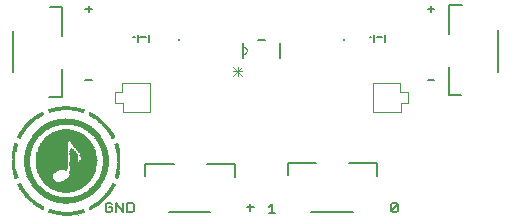
<source format=gto>
G75*
%MOIN*%
%OFA0B0*%
%FSLAX25Y25*%
%IPPOS*%
%LPD*%
%AMOC8*
5,1,8,0,0,1.08239X$1,22.5*
%
%ADD10C,0.00800*%
%ADD11R,0.00300X0.00020*%
%ADD12R,0.01800X0.00020*%
%ADD13R,0.02420X0.00020*%
%ADD14R,0.02980X0.00020*%
%ADD15R,0.03420X0.00020*%
%ADD16R,0.03840X0.00020*%
%ADD17R,0.04160X0.00020*%
%ADD18R,0.04540X0.00020*%
%ADD19R,0.04820X0.00020*%
%ADD20R,0.05100X0.00020*%
%ADD21R,0.05400X0.00020*%
%ADD22R,0.05660X0.00020*%
%ADD23R,0.05880X0.00020*%
%ADD24R,0.06140X0.00020*%
%ADD25R,0.06360X0.00020*%
%ADD26R,0.06560X0.00020*%
%ADD27R,0.06800X0.00020*%
%ADD28R,0.07000X0.00020*%
%ADD29R,0.07200X0.00020*%
%ADD30R,0.07400X0.00020*%
%ADD31R,0.07580X0.00020*%
%ADD32R,0.07760X0.00020*%
%ADD33R,0.07940X0.00020*%
%ADD34R,0.08120X0.00020*%
%ADD35R,0.08280X0.00020*%
%ADD36R,0.08460X0.00020*%
%ADD37R,0.08600X0.00020*%
%ADD38R,0.08780X0.00020*%
%ADD39R,0.08960X0.00020*%
%ADD40R,0.09080X0.00020*%
%ADD41R,0.09240X0.00020*%
%ADD42R,0.09400X0.00020*%
%ADD43R,0.09540X0.00020*%
%ADD44R,0.09680X0.00020*%
%ADD45R,0.09840X0.00020*%
%ADD46R,0.09980X0.00020*%
%ADD47R,0.10100X0.00020*%
%ADD48R,0.10240X0.00020*%
%ADD49R,0.10360X0.00020*%
%ADD50R,0.10520X0.00020*%
%ADD51R,0.10640X0.00020*%
%ADD52R,0.10760X0.00020*%
%ADD53R,0.10880X0.00020*%
%ADD54R,0.11000X0.00020*%
%ADD55R,0.11160X0.00020*%
%ADD56R,0.11260X0.00020*%
%ADD57R,0.11360X0.00020*%
%ADD58R,0.11500X0.00020*%
%ADD59R,0.11620X0.00020*%
%ADD60R,0.11700X0.00020*%
%ADD61R,0.05160X0.00020*%
%ADD62R,0.05060X0.00020*%
%ADD63R,0.04840X0.00020*%
%ADD64R,0.04720X0.00020*%
%ADD65R,0.04640X0.00020*%
%ADD66R,0.04420X0.00020*%
%ADD67R,0.04440X0.00020*%
%ADD68R,0.04200X0.00020*%
%ADD69R,0.04220X0.00020*%
%ADD70R,0.03960X0.00020*%
%ADD71R,0.04040X0.00020*%
%ADD72R,0.03800X0.00020*%
%ADD73R,0.03860X0.00020*%
%ADD74R,0.03600X0.00020*%
%ADD75R,0.03700X0.00020*%
%ADD76R,0.03460X0.00020*%
%ADD77R,0.03560X0.00020*%
%ADD78R,0.03320X0.00020*%
%ADD79R,0.03400X0.00020*%
%ADD80R,0.03160X0.00020*%
%ADD81R,0.03280X0.00020*%
%ADD82R,0.03040X0.00020*%
%ADD83R,0.03140X0.00020*%
%ADD84R,0.02900X0.00020*%
%ADD85R,0.03020X0.00020*%
%ADD86R,0.02780X0.00020*%
%ADD87R,0.02920X0.00020*%
%ADD88R,0.02660X0.00020*%
%ADD89R,0.02540X0.00020*%
%ADD90R,0.02680X0.00020*%
%ADD91R,0.02440X0.00020*%
%ADD92R,0.02560X0.00020*%
%ADD93R,0.02320X0.00020*%
%ADD94R,0.02460X0.00020*%
%ADD95R,0.02220X0.00020*%
%ADD96R,0.02380X0.00020*%
%ADD97R,0.02100X0.00020*%
%ADD98R,0.02260X0.00020*%
%ADD99R,0.02000X0.00020*%
%ADD100R,0.02160X0.00020*%
%ADD101R,0.01920X0.00020*%
%ADD102R,0.02060X0.00020*%
%ADD103R,0.01980X0.00020*%
%ADD104R,0.01720X0.00020*%
%ADD105R,0.01880X0.00020*%
%ADD106R,0.01620X0.00020*%
%ADD107R,0.01800X0.00020*%
%ADD108R,0.01540X0.00020*%
%ADD109R,0.01700X0.00020*%
%ADD110R,0.01460X0.00020*%
%ADD111R,0.01600X0.00020*%
%ADD112R,0.01360X0.00020*%
%ADD113R,0.01280X0.00020*%
%ADD114R,0.01200X0.00020*%
%ADD115R,0.01360X0.00020*%
%ADD116R,0.01120X0.00020*%
%ADD117R,0.01300X0.00020*%
%ADD118R,0.01040X0.00020*%
%ADD119R,0.01180X0.00020*%
%ADD120R,0.00960X0.00020*%
%ADD121R,0.00900X0.00020*%
%ADD122R,0.00800X0.00020*%
%ADD123R,0.00960X0.00020*%
%ADD124R,0.00720X0.00020*%
%ADD125R,0.00880X0.00020*%
%ADD126R,0.00640X0.00020*%
%ADD127R,0.00820X0.00020*%
%ADD128R,0.00580X0.00020*%
%ADD129R,0.00740X0.00020*%
%ADD130R,0.00500X0.00020*%
%ADD131R,0.00680X0.00020*%
%ADD132R,0.00420X0.00020*%
%ADD133R,0.00040X0.00020*%
%ADD134R,0.00600X0.00020*%
%ADD135R,0.00360X0.00020*%
%ADD136R,0.00100X0.00020*%
%ADD137R,0.00540X0.00020*%
%ADD138R,0.00280X0.00020*%
%ADD139R,0.00140X0.00020*%
%ADD140R,0.00460X0.00020*%
%ADD141R,0.00220X0.00020*%
%ADD142R,0.00200X0.00020*%
%ADD143R,0.00400X0.00020*%
%ADD144R,0.00140X0.00020*%
%ADD145R,0.00240X0.00020*%
%ADD146R,0.00060X0.00020*%
%ADD147R,0.00320X0.00020*%
%ADD148R,0.00260X0.00020*%
%ADD149R,0.00020X0.00020*%
%ADD150R,0.00340X0.00020*%
%ADD151R,0.00180X0.00020*%
%ADD152R,0.00380X0.00020*%
%ADD153R,0.00120X0.00020*%
%ADD154R,0.00440X0.00020*%
%ADD155R,0.00080X0.00020*%
%ADD156R,0.00480X0.00020*%
%ADD157R,0.00540X0.00020*%
%ADD158R,0.00580X0.00020*%
%ADD159R,0.00440X0.00020*%
%ADD160R,0.00720X0.00020*%
%ADD161R,0.00780X0.00020*%
%ADD162R,0.00820X0.00020*%
%ADD163R,0.00620X0.00020*%
%ADD164R,0.00660X0.00020*%
%ADD165R,0.00920X0.00020*%
%ADD166R,0.00700X0.00020*%
%ADD167R,0.00940X0.00020*%
%ADD168R,0.00760X0.00020*%
%ADD169R,0.01000X0.00020*%
%ADD170R,0.00800X0.00020*%
%ADD171R,0.01040X0.00020*%
%ADD172R,0.00860X0.00020*%
%ADD173R,0.01100X0.00020*%
%ADD174R,0.00900X0.00020*%
%ADD175R,0.01120X0.00020*%
%ADD176R,0.00920X0.00020*%
%ADD177R,0.01180X0.00020*%
%ADD178R,0.00980X0.00020*%
%ADD179R,0.01220X0.00020*%
%ADD180R,0.01020X0.00020*%
%ADD181R,0.01260X0.00020*%
%ADD182R,0.01080X0.00020*%
%ADD183R,0.01320X0.00020*%
%ADD184R,0.01120X0.00020*%
%ADD185R,0.01140X0.00020*%
%ADD186R,0.01400X0.00020*%
%ADD187R,0.01440X0.00020*%
%ADD188R,0.01240X0.00020*%
%ADD189R,0.01480X0.00020*%
%ADD190R,0.01280X0.00020*%
%ADD191R,0.01520X0.00020*%
%ADD192R,0.01320X0.00020*%
%ADD193R,0.01560X0.00020*%
%ADD194R,0.01620X0.00020*%
%ADD195R,0.01420X0.00020*%
%ADD196R,0.01660X0.00020*%
%ADD197R,0.01440X0.00020*%
%ADD198R,0.01700X0.00020*%
%ADD199R,0.01500X0.00020*%
%ADD200R,0.01740X0.00020*%
%ADD201R,0.01540X0.00020*%
%ADD202R,0.01780X0.00020*%
%ADD203R,0.01580X0.00020*%
%ADD204R,0.01820X0.00020*%
%ADD205R,0.01860X0.00020*%
%ADD206R,0.01660X0.00020*%
%ADD207R,0.01920X0.00020*%
%ADD208R,0.01720X0.00020*%
%ADD209R,0.01960X0.00020*%
%ADD210R,0.01980X0.00020*%
%ADD211R,0.01780X0.00020*%
%ADD212R,0.02020X0.00020*%
%ADD213R,0.01820X0.00020*%
%ADD214R,0.02020X0.00020*%
%ADD215R,0.01880X0.00020*%
%ADD216R,0.02040X0.00020*%
%ADD217R,0.01900X0.00020*%
%ADD218R,0.02040X0.00020*%
%ADD219R,0.00040X0.00020*%
%ADD220R,0.01940X0.00020*%
%ADD221R,0.00020X0.00020*%
%ADD222R,0.02020X0.00020*%
%ADD223R,0.02000X0.00020*%
%ADD224R,0.02020X0.00020*%
%ADD225R,0.01960X0.00020*%
%ADD226R,0.01940X0.00020*%
%ADD227R,0.00020X0.00020*%
%ADD228R,0.01940X0.00020*%
%ADD229R,0.01920X0.00020*%
%ADD230R,0.01900X0.00020*%
%ADD231R,0.00020X0.00020*%
%ADD232R,0.01860X0.00020*%
%ADD233R,0.01840X0.00020*%
%ADD234R,0.01840X0.00020*%
%ADD235R,0.01820X0.00020*%
%ADD236R,0.01840X0.00020*%
%ADD237R,0.01820X0.00020*%
%ADD238R,0.01760X0.00020*%
%ADD239R,0.00040X0.00020*%
%ADD240R,0.01680X0.00020*%
%ADD241R,0.01760X0.00020*%
%ADD242R,0.01740X0.00020*%
%ADD243R,0.01720X0.00020*%
%ADD244R,0.01720X0.00020*%
%ADD245R,0.01640X0.00020*%
%ADD246R,0.01680X0.00020*%
%ADD247R,0.01640X0.00020*%
%ADD248R,0.01620X0.00020*%
%ADD249R,0.00320X0.00020*%
%ADD250R,0.01620X0.00020*%
%ADD251R,0.02160X0.00020*%
%ADD252R,0.02640X0.00020*%
%ADD253R,0.03040X0.00020*%
%ADD254R,0.01600X0.00020*%
%ADD255R,0.03360X0.00020*%
%ADD256R,0.03720X0.00020*%
%ADD257R,0.04000X0.00020*%
%ADD258R,0.04280X0.00020*%
%ADD259R,0.04520X0.00020*%
%ADD260R,0.01580X0.00020*%
%ADD261R,0.04760X0.00020*%
%ADD262R,0.05000X0.00020*%
%ADD263R,0.05200X0.00020*%
%ADD264R,0.05440X0.00020*%
%ADD265R,0.05640X0.00020*%
%ADD266R,0.01520X0.00020*%
%ADD267R,0.01560X0.00020*%
%ADD268R,0.05800X0.00020*%
%ADD269R,0.05960X0.00020*%
%ADD270R,0.06160X0.00020*%
%ADD271R,0.06360X0.00020*%
%ADD272R,0.06520X0.00020*%
%ADD273R,0.06680X0.00020*%
%ADD274R,0.01540X0.00020*%
%ADD275R,0.06840X0.00020*%
%ADD276R,0.01540X0.00020*%
%ADD277R,0.07160X0.00020*%
%ADD278R,0.07280X0.00020*%
%ADD279R,0.07440X0.00020*%
%ADD280R,0.07600X0.00020*%
%ADD281R,0.01460X0.00020*%
%ADD282R,0.07720X0.00020*%
%ADD283R,0.01520X0.00020*%
%ADD284R,0.07880X0.00020*%
%ADD285R,0.08000X0.00020*%
%ADD286R,0.08120X0.00020*%
%ADD287R,0.01520X0.00020*%
%ADD288R,0.08240X0.00020*%
%ADD289R,0.08400X0.00020*%
%ADD290R,0.08560X0.00020*%
%ADD291R,0.08680X0.00020*%
%ADD292R,0.01500X0.00020*%
%ADD293R,0.08800X0.00020*%
%ADD294R,0.00100X0.00020*%
%ADD295R,0.08880X0.00020*%
%ADD296R,0.09040X0.00020*%
%ADD297R,0.09120X0.00020*%
%ADD298R,0.01480X0.00020*%
%ADD299R,0.09360X0.00020*%
%ADD300R,0.09480X0.00020*%
%ADD301R,0.09600X0.00020*%
%ADD302R,0.09800X0.00020*%
%ADD303R,0.09920X0.00020*%
%ADD304R,0.10000X0.00020*%
%ADD305R,0.10120X0.00020*%
%ADD306R,0.10240X0.00020*%
%ADD307R,0.10320X0.00020*%
%ADD308R,0.10440X0.00020*%
%ADD309R,0.10520X0.00020*%
%ADD310R,0.10600X0.00020*%
%ADD311R,0.10720X0.00020*%
%ADD312R,0.10800X0.00020*%
%ADD313R,0.10920X0.00020*%
%ADD314R,0.01440X0.00020*%
%ADD315R,0.00060X0.00020*%
%ADD316R,0.10960X0.00020*%
%ADD317R,0.11200X0.00020*%
%ADD318R,0.11280X0.00020*%
%ADD319R,0.01440X0.00020*%
%ADD320R,0.11360X0.00020*%
%ADD321R,0.11440X0.00020*%
%ADD322R,0.01420X0.00020*%
%ADD323R,0.11560X0.00020*%
%ADD324R,0.01400X0.00020*%
%ADD325R,0.11640X0.00020*%
%ADD326R,0.11720X0.00020*%
%ADD327R,0.11800X0.00020*%
%ADD328R,0.01420X0.00020*%
%ADD329R,0.11880X0.00020*%
%ADD330R,0.12000X0.00020*%
%ADD331R,0.12080X0.00020*%
%ADD332R,0.12160X0.00020*%
%ADD333R,0.12240X0.00020*%
%ADD334R,0.12320X0.00020*%
%ADD335R,0.01340X0.00020*%
%ADD336R,0.12400X0.00020*%
%ADD337R,0.12480X0.00020*%
%ADD338R,0.12560X0.00020*%
%ADD339R,0.12640X0.00020*%
%ADD340R,0.01380X0.00020*%
%ADD341R,0.12720X0.00020*%
%ADD342R,0.12800X0.00020*%
%ADD343R,0.01380X0.00020*%
%ADD344R,0.12880X0.00020*%
%ADD345R,0.12960X0.00020*%
%ADD346R,0.00040X0.00020*%
%ADD347R,0.01320X0.00020*%
%ADD348R,0.13040X0.00020*%
%ADD349R,0.13120X0.00020*%
%ADD350R,0.13200X0.00020*%
%ADD351R,0.13240X0.00020*%
%ADD352R,0.13320X0.00020*%
%ADD353R,0.13400X0.00020*%
%ADD354R,0.13480X0.00020*%
%ADD355R,0.13560X0.00020*%
%ADD356R,0.13600X0.00020*%
%ADD357R,0.13680X0.00020*%
%ADD358R,0.06200X0.00020*%
%ADD359R,0.05760X0.00020*%
%ADD360R,0.05600X0.00020*%
%ADD361R,0.05460X0.00020*%
%ADD362R,0.05360X0.00020*%
%ADD363R,0.05240X0.00020*%
%ADD364R,0.05240X0.00020*%
%ADD365R,0.05140X0.00020*%
%ADD366R,0.05080X0.00020*%
%ADD367R,0.01340X0.00020*%
%ADD368R,0.04900X0.00020*%
%ADD369R,0.04860X0.00020*%
%ADD370R,0.04720X0.00020*%
%ADD371R,0.04720X0.00020*%
%ADD372R,0.01340X0.00020*%
%ADD373R,0.04700X0.00020*%
%ADD374R,0.04660X0.00020*%
%ADD375R,0.04600X0.00020*%
%ADD376R,0.04560X0.00020*%
%ADD377R,0.00180X0.00020*%
%ADD378R,0.04300X0.00020*%
%ADD379R,0.01320X0.00020*%
%ADD380R,0.04440X0.00020*%
%ADD381R,0.04420X0.00020*%
%ADD382R,0.04420X0.00020*%
%ADD383R,0.04360X0.00020*%
%ADD384R,0.04320X0.00020*%
%ADD385R,0.04320X0.00020*%
%ADD386R,0.04280X0.00020*%
%ADD387R,0.04240X0.00020*%
%ADD388R,0.04220X0.00020*%
%ADD389R,0.04220X0.00020*%
%ADD390R,0.04160X0.00020*%
%ADD391R,0.04120X0.00020*%
%ADD392R,0.04120X0.00020*%
%ADD393R,0.04100X0.00020*%
%ADD394R,0.01300X0.00020*%
%ADD395R,0.01340X0.00020*%
%ADD396R,0.04080X0.00020*%
%ADD397R,0.04020X0.00020*%
%ADD398R,0.03960X0.00020*%
%ADD399R,0.03880X0.00020*%
%ADD400R,0.03900X0.00020*%
%ADD401R,0.03880X0.00020*%
%ADD402R,0.03860X0.00020*%
%ADD403R,0.03820X0.00020*%
%ADD404R,0.03820X0.00020*%
%ADD405R,0.01260X0.00020*%
%ADD406R,0.03800X0.00020*%
%ADD407R,0.03780X0.00020*%
%ADD408R,0.03760X0.00020*%
%ADD409R,0.03720X0.00020*%
%ADD410R,0.03720X0.00020*%
%ADD411R,0.03700X0.00020*%
%ADD412R,0.03660X0.00020*%
%ADD413R,0.03660X0.00020*%
%ADD414R,0.01160X0.00020*%
%ADD415R,0.00120X0.00020*%
%ADD416R,0.03620X0.00020*%
%ADD417R,0.03620X0.00020*%
%ADD418R,0.03620X0.00020*%
%ADD419R,0.03620X0.00020*%
%ADD420R,0.03580X0.00020*%
%ADD421R,0.03520X0.00020*%
%ADD422R,0.03520X0.00020*%
%ADD423R,0.03520X0.00020*%
%ADD424R,0.03520X0.00020*%
%ADD425R,0.03500X0.00020*%
%ADD426R,0.03380X0.00020*%
%ADD427R,0.03440X0.00020*%
%ADD428R,0.03440X0.00020*%
%ADD429R,0.03420X0.00020*%
%ADD430R,0.03400X0.00020*%
%ADD431R,0.03360X0.00020*%
%ADD432R,0.03340X0.00020*%
%ADD433R,0.03340X0.00020*%
%ADD434R,0.01200X0.00020*%
%ADD435R,0.03320X0.00020*%
%ADD436R,0.01240X0.00020*%
%ADD437R,0.03300X0.00020*%
%ADD438R,0.01220X0.00020*%
%ADD439R,0.03260X0.00020*%
%ADD440R,0.03240X0.00020*%
%ADD441R,0.01240X0.00020*%
%ADD442R,0.03220X0.00020*%
%ADD443R,0.03220X0.00020*%
%ADD444R,0.01240X0.00020*%
%ADD445R,0.03240X0.00020*%
%ADD446R,0.03220X0.00020*%
%ADD447R,0.03220X0.00020*%
%ADD448R,0.03200X0.00020*%
%ADD449R,0.01160X0.00020*%
%ADD450R,0.03180X0.00020*%
%ADD451R,0.03160X0.00020*%
%ADD452R,0.03140X0.00020*%
%ADD453R,0.03120X0.00020*%
%ADD454R,0.03120X0.00020*%
%ADD455R,0.03120X0.00020*%
%ADD456R,0.03100X0.00020*%
%ADD457R,0.01220X0.00020*%
%ADD458R,0.03100X0.00020*%
%ADD459R,0.03080X0.00020*%
%ADD460R,0.03060X0.00020*%
%ADD461R,0.03060X0.00020*%
%ADD462R,0.03040X0.00020*%
%ADD463R,0.01220X0.00020*%
%ADD464R,0.03020X0.00020*%
%ADD465R,0.03020X0.00020*%
%ADD466R,0.03000X0.00020*%
%ADD467R,0.02960X0.00020*%
%ADD468R,0.02940X0.00020*%
%ADD469R,0.02940X0.00020*%
%ADD470R,0.02940X0.00020*%
%ADD471R,0.02920X0.00020*%
%ADD472R,0.02920X0.00020*%
%ADD473R,0.02220X0.00020*%
%ADD474R,0.02920X0.00020*%
%ADD475R,0.02500X0.00020*%
%ADD476R,0.02840X0.00020*%
%ADD477R,0.02900X0.00020*%
%ADD478R,0.02880X0.00020*%
%ADD479R,0.02860X0.00020*%
%ADD480R,0.02860X0.00020*%
%ADD481R,0.04180X0.00020*%
%ADD482R,0.02840X0.00020*%
%ADD483R,0.04540X0.00020*%
%ADD484R,0.02840X0.00020*%
%ADD485R,0.02820X0.00020*%
%ADD486R,0.02820X0.00020*%
%ADD487R,0.02820X0.00020*%
%ADD488R,0.04860X0.00020*%
%ADD489R,0.02820X0.00020*%
%ADD490R,0.02800X0.00020*%
%ADD491R,0.05180X0.00020*%
%ADD492R,0.05340X0.00020*%
%ADD493R,0.05600X0.00020*%
%ADD494R,0.02760X0.00020*%
%ADD495R,0.05740X0.00020*%
%ADD496R,0.02760X0.00020*%
%ADD497R,0.05860X0.00020*%
%ADD498R,0.06000X0.00020*%
%ADD499R,0.02740X0.00020*%
%ADD500R,0.06260X0.00020*%
%ADD501R,0.02740X0.00020*%
%ADD502R,0.02740X0.00020*%
%ADD503R,0.06500X0.00020*%
%ADD504R,0.02720X0.00020*%
%ADD505R,0.06620X0.00020*%
%ADD506R,0.02720X0.00020*%
%ADD507R,0.06720X0.00020*%
%ADD508R,0.01140X0.00020*%
%ADD509R,0.02720X0.00020*%
%ADD510R,0.06820X0.00020*%
%ADD511R,0.02720X0.00020*%
%ADD512R,0.06940X0.00020*%
%ADD513R,0.02700X0.00020*%
%ADD514R,0.07060X0.00020*%
%ADD515R,0.07140X0.00020*%
%ADD516R,0.00080X0.00020*%
%ADD517R,0.07260X0.00020*%
%ADD518R,0.02660X0.00020*%
%ADD519R,0.07360X0.00020*%
%ADD520R,0.01100X0.00020*%
%ADD521R,0.07460X0.00020*%
%ADD522R,0.07540X0.00020*%
%ADD523R,0.02640X0.00020*%
%ADD524R,0.07660X0.00020*%
%ADD525R,0.02620X0.00020*%
%ADD526R,0.07740X0.00020*%
%ADD527R,0.02620X0.00020*%
%ADD528R,0.02620X0.00020*%
%ADD529R,0.07860X0.00020*%
%ADD530R,0.02620X0.00020*%
%ADD531R,0.07940X0.00020*%
%ADD532R,0.08020X0.00020*%
%ADD533R,0.08140X0.00020*%
%ADD534R,0.08220X0.00020*%
%ADD535R,0.02600X0.00020*%
%ADD536R,0.08300X0.00020*%
%ADD537R,0.02600X0.00020*%
%ADD538R,0.08380X0.00020*%
%ADD539R,0.08460X0.00020*%
%ADD540R,0.02580X0.00020*%
%ADD541R,0.08540X0.00020*%
%ADD542R,0.08660X0.00020*%
%ADD543R,0.02560X0.00020*%
%ADD544R,0.08720X0.00020*%
%ADD545R,0.02520X0.00020*%
%ADD546R,0.08800X0.00020*%
%ADD547R,0.02520X0.00020*%
%ADD548R,0.08880X0.00020*%
%ADD549R,0.08980X0.00020*%
%ADD550R,0.09060X0.00020*%
%ADD551R,0.09140X0.00020*%
%ADD552R,0.02540X0.00020*%
%ADD553R,0.02540X0.00020*%
%ADD554R,0.09180X0.00020*%
%ADD555R,0.09280X0.00020*%
%ADD556R,0.02480X0.00020*%
%ADD557R,0.09340X0.00020*%
%ADD558R,0.09420X0.00020*%
%ADD559R,0.02520X0.00020*%
%ADD560R,0.09500X0.00020*%
%ADD561R,0.09580X0.00020*%
%ADD562R,0.02500X0.00020*%
%ADD563R,0.09660X0.00020*%
%ADD564R,0.09740X0.00020*%
%ADD565R,0.09780X0.00020*%
%ADD566R,0.02480X0.00020*%
%ADD567R,0.09860X0.00020*%
%ADD568R,0.09940X0.00020*%
%ADD569R,0.10000X0.00020*%
%ADD570R,0.02460X0.00020*%
%ADD571R,0.10060X0.00020*%
%ADD572R,0.01140X0.00020*%
%ADD573R,0.10140X0.00020*%
%ADD574R,0.10220X0.00020*%
%ADD575R,0.10340X0.00020*%
%ADD576R,0.10420X0.00020*%
%ADD577R,0.02440X0.00020*%
%ADD578R,0.10480X0.00020*%
%ADD579R,0.02440X0.00020*%
%ADD580R,0.10540X0.00020*%
%ADD581R,0.10620X0.00020*%
%ADD582R,0.02440X0.00020*%
%ADD583R,0.10660X0.00020*%
%ADD584R,0.01140X0.00020*%
%ADD585R,0.02420X0.00020*%
%ADD586R,0.10740X0.00020*%
%ADD587R,0.02420X0.00020*%
%ADD588R,0.10780X0.00020*%
%ADD589R,0.01020X0.00020*%
%ADD590R,0.02420X0.00020*%
%ADD591R,0.10860X0.00020*%
%ADD592R,0.10900X0.00020*%
%ADD593R,0.10980X0.00020*%
%ADD594R,0.11040X0.00020*%
%ADD595R,0.11100X0.00020*%
%ADD596R,0.02380X0.00020*%
%ADD597R,0.11220X0.00020*%
%ADD598R,0.11280X0.00020*%
%ADD599R,0.02400X0.00020*%
%ADD600R,0.11340X0.00020*%
%ADD601R,0.11400X0.00020*%
%ADD602R,0.11460X0.00020*%
%ADD603R,0.02360X0.00020*%
%ADD604R,0.11500X0.00020*%
%ADD605R,0.01120X0.00020*%
%ADD606R,0.02360X0.00020*%
%ADD607R,0.11580X0.00020*%
%ADD608R,0.02340X0.00020*%
%ADD609R,0.11680X0.00020*%
%ADD610R,0.02340X0.00020*%
%ADD611R,0.11740X0.00020*%
%ADD612R,0.11780X0.00020*%
%ADD613R,0.02340X0.00020*%
%ADD614R,0.11860X0.00020*%
%ADD615R,0.11900X0.00020*%
%ADD616R,0.02340X0.00020*%
%ADD617R,0.11940X0.00020*%
%ADD618R,0.12020X0.00020*%
%ADD619R,0.12060X0.00020*%
%ADD620R,0.02320X0.00020*%
%ADD621R,0.12140X0.00020*%
%ADD622R,0.02320X0.00020*%
%ADD623R,0.12180X0.00020*%
%ADD624R,0.02320X0.00020*%
%ADD625R,0.12220X0.00020*%
%ADD626R,0.12260X0.00020*%
%ADD627R,0.02300X0.00020*%
%ADD628R,0.12340X0.00020*%
%ADD629R,0.02300X0.00020*%
%ADD630R,0.12380X0.00020*%
%ADD631R,0.02260X0.00020*%
%ADD632R,0.12420X0.00020*%
%ADD633R,0.12460X0.00020*%
%ADD634R,0.02280X0.00020*%
%ADD635R,0.12540X0.00020*%
%ADD636R,0.12380X0.00020*%
%ADD637R,0.12620X0.00020*%
%ADD638R,0.02280X0.00020*%
%ADD639R,0.12660X0.00020*%
%ADD640R,0.12700X0.00020*%
%ADD641R,0.12780X0.00020*%
%ADD642R,0.12820X0.00020*%
%ADD643R,0.12860X0.00020*%
%ADD644R,0.12940X0.00020*%
%ADD645R,0.12980X0.00020*%
%ADD646R,0.13020X0.00020*%
%ADD647R,0.13060X0.00020*%
%ADD648R,0.13100X0.00020*%
%ADD649R,0.02240X0.00020*%
%ADD650R,0.13140X0.00020*%
%ADD651R,0.02240X0.00020*%
%ADD652R,0.13220X0.00020*%
%ADD653R,0.02240X0.00020*%
%ADD654R,0.13260X0.00020*%
%ADD655R,0.02240X0.00020*%
%ADD656R,0.01080X0.00020*%
%ADD657R,0.13300X0.00020*%
%ADD658R,0.02200X0.00020*%
%ADD659R,0.13340X0.00020*%
%ADD660R,0.13380X0.00020*%
%ADD661R,0.13420X0.00020*%
%ADD662R,0.13460X0.00020*%
%ADD663R,0.02220X0.00020*%
%ADD664R,0.02220X0.00020*%
%ADD665R,0.13520X0.00020*%
%ADD666R,0.01000X0.00020*%
%ADD667R,0.13580X0.00020*%
%ADD668R,0.00940X0.00020*%
%ADD669R,0.13620X0.00020*%
%ADD670R,0.13660X0.00020*%
%ADD671R,0.13700X0.00020*%
%ADD672R,0.02200X0.00020*%
%ADD673R,0.13740X0.00020*%
%ADD674R,0.13780X0.00020*%
%ADD675R,0.00620X0.00020*%
%ADD676R,0.13820X0.00020*%
%ADD677R,0.00560X0.00020*%
%ADD678R,0.13860X0.00020*%
%ADD679R,0.00500X0.00020*%
%ADD680R,0.00540X0.00020*%
%ADD681R,0.13900X0.00020*%
%ADD682R,0.00440X0.00020*%
%ADD683R,0.02180X0.00020*%
%ADD684R,0.13940X0.00020*%
%ADD685R,0.00360X0.00020*%
%ADD686R,0.00420X0.00020*%
%ADD687R,0.02180X0.00020*%
%ADD688R,0.13980X0.00020*%
%ADD689R,0.00340X0.00020*%
%ADD690R,0.13960X0.00020*%
%ADD691R,0.00260X0.00020*%
%ADD692R,0.14060X0.00020*%
%ADD693R,0.14100X0.00020*%
%ADD694R,0.14140X0.00020*%
%ADD695R,0.00120X0.00020*%
%ADD696R,0.14180X0.00020*%
%ADD697R,0.14240X0.00020*%
%ADD698R,0.14260X0.00020*%
%ADD699R,0.14300X0.00020*%
%ADD700R,0.14340X0.00020*%
%ADD701R,0.14400X0.00020*%
%ADD702R,0.14440X0.00020*%
%ADD703R,0.02140X0.00020*%
%ADD704R,0.14460X0.00020*%
%ADD705R,0.02140X0.00020*%
%ADD706R,0.14500X0.00020*%
%ADD707R,0.02140X0.00020*%
%ADD708R,0.14540X0.00020*%
%ADD709R,0.14580X0.00020*%
%ADD710R,0.14620X0.00020*%
%ADD711R,0.14660X0.00020*%
%ADD712R,0.14700X0.00020*%
%ADD713R,0.14740X0.00020*%
%ADD714R,0.02120X0.00020*%
%ADD715R,0.14780X0.00020*%
%ADD716R,0.02120X0.00020*%
%ADD717R,0.02120X0.00020*%
%ADD718R,0.14820X0.00020*%
%ADD719R,0.14860X0.00020*%
%ADD720R,0.02140X0.00020*%
%ADD721R,0.14900X0.00020*%
%ADD722R,0.09860X0.00020*%
%ADD723R,0.02120X0.00020*%
%ADD724R,0.02100X0.00020*%
%ADD725R,0.04660X0.00020*%
%ADD726R,0.09580X0.00020*%
%ADD727R,0.04460X0.00020*%
%ADD728R,0.09360X0.00020*%
%ADD729R,0.04400X0.00020*%
%ADD730R,0.09300X0.00020*%
%ADD731R,0.04300X0.00020*%
%ADD732R,0.04200X0.00020*%
%ADD733R,0.09180X0.00020*%
%ADD734R,0.09140X0.00020*%
%ADD735R,0.04100X0.00020*%
%ADD736R,0.09080X0.00020*%
%ADD737R,0.04080X0.00020*%
%ADD738R,0.04060X0.00020*%
%ADD739R,0.09020X0.00020*%
%ADD740R,0.08980X0.00020*%
%ADD741R,0.03980X0.00020*%
%ADD742R,0.08920X0.00020*%
%ADD743R,0.02080X0.00020*%
%ADD744R,0.03940X0.00020*%
%ADD745R,0.08900X0.00020*%
%ADD746R,0.08860X0.00020*%
%ADD747R,0.08860X0.00020*%
%ADD748R,0.02080X0.00020*%
%ADD749R,0.03900X0.00020*%
%ADD750R,0.08780X0.00020*%
%ADD751R,0.08760X0.00020*%
%ADD752R,0.03840X0.00020*%
%ADD753R,0.08720X0.00020*%
%ADD754R,0.03820X0.00020*%
%ADD755R,0.08700X0.00020*%
%ADD756R,0.08640X0.00020*%
%ADD757R,0.02060X0.00020*%
%ADD758R,0.03780X0.00020*%
%ADD759R,0.08620X0.00020*%
%ADD760R,0.08600X0.00020*%
%ADD761R,0.08580X0.00020*%
%ADD762R,0.03740X0.00020*%
%ADD763R,0.03740X0.00020*%
%ADD764R,0.08520X0.00020*%
%ADD765R,0.08520X0.00020*%
%ADD766R,0.03740X0.00020*%
%ADD767R,0.08500X0.00020*%
%ADD768R,0.02040X0.00020*%
%ADD769R,0.03720X0.00020*%
%ADD770R,0.08400X0.00020*%
%ADD771R,0.08440X0.00020*%
%ADD772R,0.03740X0.00020*%
%ADD773R,0.08420X0.00020*%
%ADD774R,0.08360X0.00020*%
%ADD775R,0.08360X0.00020*%
%ADD776R,0.08340X0.00020*%
%ADD777R,0.08300X0.00020*%
%ADD778R,0.08260X0.00020*%
%ADD779R,0.08240X0.00020*%
%ADD780R,0.08240X0.00020*%
%ADD781R,0.08200X0.00020*%
%ADD782R,0.08200X0.00020*%
%ADD783R,0.08180X0.00020*%
%ADD784R,0.08160X0.00020*%
%ADD785R,0.08100X0.00020*%
%ADD786R,0.08120X0.00020*%
%ADD787R,0.08080X0.00020*%
%ADD788R,0.00120X0.00020*%
%ADD789R,0.00160X0.00020*%
%ADD790R,0.08100X0.00020*%
%ADD791R,0.00220X0.00020*%
%ADD792R,0.08080X0.00020*%
%ADD793R,0.00280X0.00020*%
%ADD794R,0.08060X0.00020*%
%ADD795R,0.00340X0.00020*%
%ADD796R,0.03840X0.00020*%
%ADD797R,0.03840X0.00020*%
%ADD798R,0.08060X0.00020*%
%ADD799R,0.00440X0.00020*%
%ADD800R,0.08040X0.00020*%
%ADD801R,0.00480X0.00020*%
%ADD802R,0.08040X0.00020*%
%ADD803R,0.00560X0.00020*%
%ADD804R,0.08020X0.00020*%
%ADD805R,0.00600X0.00020*%
%ADD806R,0.08020X0.00020*%
%ADD807R,0.00660X0.00020*%
%ADD808R,0.08020X0.00020*%
%ADD809R,0.00720X0.00020*%
%ADD810R,0.00780X0.00020*%
%ADD811R,0.03920X0.00020*%
%ADD812R,0.08000X0.00020*%
%ADD813R,0.00840X0.00020*%
%ADD814R,0.00820X0.00020*%
%ADD815R,0.07980X0.00020*%
%ADD816R,0.01040X0.00020*%
%ADD817R,0.03980X0.00020*%
%ADD818R,0.07980X0.00020*%
%ADD819R,0.01040X0.00020*%
%ADD820R,0.04000X0.00020*%
%ADD821R,0.01020X0.00020*%
%ADD822R,0.01060X0.00020*%
%ADD823R,0.04040X0.00020*%
%ADD824R,0.07960X0.00020*%
%ADD825R,0.07960X0.00020*%
%ADD826R,0.01940X0.00020*%
%ADD827R,0.04140X0.00020*%
%ADD828R,0.01020X0.00020*%
%ADD829R,0.04220X0.00020*%
%ADD830R,0.04240X0.00020*%
%ADD831R,0.04260X0.00020*%
%ADD832R,0.04340X0.00020*%
%ADD833R,0.01920X0.00020*%
%ADD834R,0.04340X0.00020*%
%ADD835R,0.04400X0.00020*%
%ADD836R,0.04440X0.00020*%
%ADD837R,0.04460X0.00020*%
%ADD838R,0.04500X0.00020*%
%ADD839R,0.04520X0.00020*%
%ADD840R,0.04540X0.00020*%
%ADD841R,0.08040X0.00020*%
%ADD842R,0.04580X0.00020*%
%ADD843R,0.08040X0.00020*%
%ADD844R,0.04620X0.00020*%
%ADD845R,0.04680X0.00020*%
%ADD846R,0.04700X0.00020*%
%ADD847R,0.04740X0.00020*%
%ADD848R,0.04740X0.00020*%
%ADD849R,0.04780X0.00020*%
%ADD850R,0.04780X0.00020*%
%ADD851R,0.04820X0.00020*%
%ADD852R,0.08140X0.00020*%
%ADD853R,0.04840X0.00020*%
%ADD854R,0.04880X0.00020*%
%ADD855R,0.04880X0.00020*%
%ADD856R,0.08160X0.00020*%
%ADD857R,0.04920X0.00020*%
%ADD858R,0.08180X0.00020*%
%ADD859R,0.04920X0.00020*%
%ADD860R,0.04960X0.00020*%
%ADD861R,0.04980X0.00020*%
%ADD862R,0.04980X0.00020*%
%ADD863R,0.08220X0.00020*%
%ADD864R,0.05020X0.00020*%
%ADD865R,0.08220X0.00020*%
%ADD866R,0.05020X0.00020*%
%ADD867R,0.05120X0.00020*%
%ADD868R,0.05120X0.00020*%
%ADD869R,0.08260X0.00020*%
%ADD870R,0.05160X0.00020*%
%ADD871R,0.08280X0.00020*%
%ADD872R,0.05180X0.00020*%
%ADD873R,0.05220X0.00020*%
%ADD874R,0.05280X0.00020*%
%ADD875R,0.08320X0.00020*%
%ADD876R,0.05300X0.00020*%
%ADD877R,0.08320X0.00020*%
%ADD878R,0.05340X0.00020*%
%ADD879R,0.08340X0.00020*%
%ADD880R,0.05380X0.00020*%
%ADD881R,0.05400X0.00020*%
%ADD882R,0.05420X0.00020*%
%ADD883R,0.05480X0.00020*%
%ADD884R,0.08380X0.00020*%
%ADD885R,0.05500X0.00020*%
%ADD886R,0.05540X0.00020*%
%ADD887R,0.05560X0.00020*%
%ADD888R,0.05620X0.00020*%
%ADD889R,0.08420X0.00020*%
%ADD890R,0.08420X0.00020*%
%ADD891R,0.05680X0.00020*%
%ADD892R,0.05700X0.00020*%
%ADD893R,0.08440X0.00020*%
%ADD894R,0.05780X0.00020*%
%ADD895R,0.05800X0.00020*%
%ADD896R,0.05840X0.00020*%
%ADD897R,0.08480X0.00020*%
%ADD898R,0.05860X0.00020*%
%ADD899R,0.08480X0.00020*%
%ADD900R,0.05900X0.00020*%
%ADD901R,0.05940X0.00020*%
%ADD902R,0.08500X0.00020*%
%ADD903R,0.01840X0.00020*%
%ADD904R,0.06020X0.00020*%
%ADD905R,0.08520X0.00020*%
%ADD906R,0.06040X0.00020*%
%ADD907R,0.06080X0.00020*%
%ADD908R,0.06120X0.00020*%
%ADD909R,0.08540X0.00020*%
%ADD910R,0.06180X0.00020*%
%ADD911R,0.06240X0.00020*%
%ADD912R,0.06280X0.00020*%
%ADD913R,0.06320X0.00020*%
%ADD914R,0.08560X0.00020*%
%ADD915R,0.06400X0.00020*%
%ADD916R,0.08580X0.00020*%
%ADD917R,0.06460X0.00020*%
%ADD918R,0.06500X0.00020*%
%ADD919R,0.06560X0.00020*%
%ADD920R,0.06600X0.00020*%
%ADD921R,0.06620X0.00020*%
%ADD922R,0.06680X0.00020*%
%ADD923R,0.08620X0.00020*%
%ADD924R,0.06780X0.00020*%
%ADD925R,0.08640X0.00020*%
%ADD926R,0.06860X0.00020*%
%ADD927R,0.00980X0.00020*%
%ADD928R,0.06920X0.00020*%
%ADD929R,0.06980X0.00020*%
%ADD930R,0.07040X0.00020*%
%ADD931R,0.08660X0.00020*%
%ADD932R,0.07120X0.00020*%
%ADD933R,0.00240X0.00020*%
%ADD934R,0.07160X0.00020*%
%ADD935R,0.08680X0.00020*%
%ADD936R,0.00520X0.00020*%
%ADD937R,0.00640X0.00020*%
%ADD938R,0.00740X0.00020*%
%ADD939R,0.07620X0.00020*%
%ADD940R,0.08700X0.00020*%
%ADD941R,0.07680X0.00020*%
%ADD942R,0.07840X0.00020*%
%ADD943R,0.10080X0.00020*%
%ADD944R,0.08720X0.00020*%
%ADD945R,0.10120X0.00020*%
%ADD946R,0.10160X0.00020*%
%ADD947R,0.08740X0.00020*%
%ADD948R,0.10160X0.00020*%
%ADD949R,0.08740X0.00020*%
%ADD950R,0.10200X0.00020*%
%ADD951R,0.10200X0.00020*%
%ADD952R,0.08760X0.00020*%
%ADD953R,0.10220X0.00020*%
%ADD954R,0.10260X0.00020*%
%ADD955R,0.10280X0.00020*%
%ADD956R,0.10280X0.00020*%
%ADD957R,0.10300X0.00020*%
%ADD958R,0.08820X0.00020*%
%ADD959R,0.10320X0.00020*%
%ADD960R,0.08820X0.00020*%
%ADD961R,0.10320X0.00020*%
%ADD962R,0.08840X0.00020*%
%ADD963R,0.10340X0.00020*%
%ADD964R,0.08840X0.00020*%
%ADD965R,0.10360X0.00020*%
%ADD966R,0.10380X0.00020*%
%ADD967R,0.10380X0.00020*%
%ADD968R,0.10400X0.00020*%
%ADD969R,0.10400X0.00020*%
%ADD970R,0.10440X0.00020*%
%ADD971R,0.08900X0.00020*%
%ADD972R,0.10460X0.00020*%
%ADD973R,0.08920X0.00020*%
%ADD974R,0.10460X0.00020*%
%ADD975R,0.08920X0.00020*%
%ADD976R,0.08940X0.00020*%
%ADD977R,0.10480X0.00020*%
%ADD978R,0.08940X0.00020*%
%ADD979R,0.10500X0.00020*%
%ADD980R,0.08960X0.00020*%
%ADD981R,0.10500X0.00020*%
%ADD982R,0.10520X0.00020*%
%ADD983R,0.10520X0.00020*%
%ADD984R,0.10540X0.00020*%
%ADD985R,0.09000X0.00020*%
%ADD986R,0.09000X0.00020*%
%ADD987R,0.10560X0.00020*%
%ADD988R,0.09020X0.00020*%
%ADD989R,0.10560X0.00020*%
%ADD990R,0.09020X0.00020*%
%ADD991R,0.10580X0.00020*%
%ADD992R,0.10580X0.00020*%
%ADD993R,0.09040X0.00020*%
%ADD994R,0.09060X0.00020*%
%ADD995R,0.10600X0.00020*%
%ADD996R,0.10620X0.00020*%
%ADD997R,0.10640X0.00020*%
%ADD998R,0.10660X0.00020*%
%ADD999R,0.05980X0.00020*%
%ADD1000R,0.05920X0.00020*%
%ADD1001R,0.03000X0.00020*%
%ADD1002R,0.05880X0.00020*%
%ADD1003R,0.02980X0.00020*%
%ADD1004R,0.05840X0.00020*%
%ADD1005R,0.02960X0.00020*%
%ADD1006R,0.05820X0.00020*%
%ADD1007R,0.05780X0.00020*%
%ADD1008R,0.05760X0.00020*%
%ADD1009R,0.02880X0.00020*%
%ADD1010R,0.05740X0.00020*%
%ADD1011R,0.10680X0.00020*%
%ADD1012R,0.10680X0.00020*%
%ADD1013R,0.05740X0.00020*%
%ADD1014R,0.05720X0.00020*%
%ADD1015R,0.05720X0.00020*%
%ADD1016R,0.05700X0.00020*%
%ADD1017R,0.05680X0.00020*%
%ADD1018R,0.05660X0.00020*%
%ADD1019R,0.05640X0.00020*%
%ADD1020R,0.05640X0.00020*%
%ADD1021R,0.05620X0.00020*%
%ADD1022R,0.05580X0.00020*%
%ADD1023R,0.05580X0.00020*%
%ADD1024R,0.05560X0.00020*%
%ADD1025R,0.05540X0.00020*%
%ADD1026R,0.05520X0.00020*%
%ADD1027R,0.05520X0.00020*%
%ADD1028R,0.10640X0.00020*%
%ADD1029R,0.10640X0.00020*%
%ADD1030R,0.05500X0.00020*%
%ADD1031R,0.05480X0.00020*%
%ADD1032R,0.10620X0.00020*%
%ADD1033R,0.10620X0.00020*%
%ADD1034R,0.02800X0.00020*%
%ADD1035R,0.02780X0.00020*%
%ADD1036R,0.05460X0.00020*%
%ADD1037R,0.05440X0.00020*%
%ADD1038R,0.02700X0.00020*%
%ADD1039R,0.02680X0.00020*%
%ADD1040R,0.02640X0.00020*%
%ADD1041R,0.10540X0.00020*%
%ADD1042R,0.05420X0.00020*%
%ADD1043R,0.10540X0.00020*%
%ADD1044R,0.02580X0.00020*%
%ADD1045R,0.02520X0.00020*%
%ADD1046R,0.10440X0.00020*%
%ADD1047R,0.10440X0.00020*%
%ADD1048R,0.05520X0.00020*%
%ADD1049R,0.02400X0.00020*%
%ADD1050R,0.05520X0.00020*%
%ADD1051R,0.10420X0.00020*%
%ADD1052R,0.10420X0.00020*%
%ADD1053R,0.05620X0.00020*%
%ADD1054R,0.05640X0.00020*%
%ADD1055R,0.02040X0.00020*%
%ADD1056R,0.10300X0.00020*%
%ADD1057R,0.05720X0.00020*%
%ADD1058R,0.05720X0.00020*%
%ADD1059R,0.10260X0.00020*%
%ADD1060R,0.10220X0.00020*%
%ADD1061R,0.01740X0.00020*%
%ADD1062R,0.01640X0.00020*%
%ADD1063R,0.10180X0.00020*%
%ADD1064R,0.10180X0.00020*%
%ADD1065R,0.05840X0.00020*%
%ADD1066R,0.05840X0.00020*%
%ADD1067R,0.10120X0.00020*%
%ADD1068R,0.05920X0.00020*%
%ADD1069R,0.05940X0.00020*%
%ADD1070R,0.05940X0.00020*%
%ADD1071R,0.10100X0.00020*%
%ADD1072R,0.05940X0.00020*%
%ADD1073R,0.05960X0.00020*%
%ADD1074R,0.10080X0.00020*%
%ADD1075R,0.05980X0.00020*%
%ADD1076R,0.10060X0.00020*%
%ADD1077R,0.10040X0.00020*%
%ADD1078R,0.10040X0.00020*%
%ADD1079R,0.10020X0.00020*%
%ADD1080R,0.06020X0.00020*%
%ADD1081R,0.10020X0.00020*%
%ADD1082R,0.06020X0.00020*%
%ADD1083R,0.06040X0.00020*%
%ADD1084R,0.06060X0.00020*%
%ADD1085R,0.09980X0.00020*%
%ADD1086R,0.00920X0.00020*%
%ADD1087R,0.06060X0.00020*%
%ADD1088R,0.09960X0.00020*%
%ADD1089R,0.06080X0.00020*%
%ADD1090R,0.09960X0.00020*%
%ADD1091R,0.06100X0.00020*%
%ADD1092R,0.00700X0.00020*%
%ADD1093R,0.06120X0.00020*%
%ADD1094R,0.09940X0.00020*%
%ADD1095R,0.06100X0.00020*%
%ADD1096R,0.06120X0.00020*%
%ADD1097R,0.09920X0.00020*%
%ADD1098R,0.09920X0.00020*%
%ADD1099R,0.06160X0.00020*%
%ADD1100R,0.09900X0.00020*%
%ADD1101R,0.09900X0.00020*%
%ADD1102R,0.06180X0.00020*%
%ADD1103R,0.09880X0.00020*%
%ADD1104R,0.09880X0.00020*%
%ADD1105R,0.06200X0.00020*%
%ADD1106R,0.06220X0.00020*%
%ADD1107R,0.06220X0.00020*%
%ADD1108R,0.06220X0.00020*%
%ADD1109R,0.09840X0.00020*%
%ADD1110R,0.09820X0.00020*%
%ADD1111R,0.09820X0.00020*%
%ADD1112R,0.06260X0.00020*%
%ADD1113R,0.09800X0.00020*%
%ADD1114R,0.06280X0.00020*%
%ADD1115R,0.06300X0.00020*%
%ADD1116R,0.09780X0.00020*%
%ADD1117R,0.09760X0.00020*%
%ADD1118R,0.06320X0.00020*%
%ADD1119R,0.09760X0.00020*%
%ADD1120R,0.06320X0.00020*%
%ADD1121R,0.06340X0.00020*%
%ADD1122R,0.09720X0.00020*%
%ADD1123R,0.06340X0.00020*%
%ADD1124R,0.09720X0.00020*%
%ADD1125R,0.06380X0.00020*%
%ADD1126R,0.09700X0.00020*%
%ADD1127R,0.06380X0.00020*%
%ADD1128R,0.06400X0.00020*%
%ADD1129R,0.09680X0.00020*%
%ADD1130R,0.09660X0.00020*%
%ADD1131R,0.06420X0.00020*%
%ADD1132R,0.06440X0.00020*%
%ADD1133R,0.09640X0.00020*%
%ADD1134R,0.09640X0.00020*%
%ADD1135R,0.06460X0.00020*%
%ADD1136R,0.09620X0.00020*%
%ADD1137R,0.06480X0.00020*%
%ADD1138R,0.09600X0.00020*%
%ADD1139R,0.06480X0.00020*%
%ADD1140R,0.09560X0.00020*%
%ADD1141R,0.09560X0.00020*%
%ADD1142R,0.06520X0.00020*%
%ADD1143R,0.09540X0.00020*%
%ADD1144R,0.06540X0.00020*%
%ADD1145R,0.09520X0.00020*%
%ADD1146R,0.06540X0.00020*%
%ADD1147R,0.09520X0.00020*%
%ADD1148R,0.09500X0.00020*%
%ADD1149R,0.06540X0.00020*%
%ADD1150R,0.06580X0.00020*%
%ADD1151R,0.09480X0.00020*%
%ADD1152R,0.09460X0.00020*%
%ADD1153R,0.09460X0.00020*%
%ADD1154R,0.06580X0.00020*%
%ADD1155R,0.09440X0.00020*%
%ADD1156R,0.09420X0.00020*%
%ADD1157R,0.06600X0.00020*%
%ADD1158R,0.09400X0.00020*%
%ADD1159R,0.09380X0.00020*%
%ADD1160R,0.06620X0.00020*%
%ADD1161R,0.06640X0.00020*%
%ADD1162R,0.09340X0.00020*%
%ADD1163R,0.06640X0.00020*%
%ADD1164R,0.06660X0.00020*%
%ADD1165R,0.09320X0.00020*%
%ADD1166R,0.06660X0.00020*%
%ADD1167R,0.09300X0.00020*%
%ADD1168R,0.09280X0.00020*%
%ADD1169R,0.09260X0.00020*%
%ADD1170R,0.09260X0.00020*%
%ADD1171R,0.06700X0.00020*%
%ADD1172R,0.09220X0.00020*%
%ADD1173R,0.09220X0.00020*%
%ADD1174R,0.06720X0.00020*%
%ADD1175R,0.09200X0.00020*%
%ADD1176R,0.06700X0.00020*%
%ADD1177R,0.09200X0.00020*%
%ADD1178R,0.06720X0.00020*%
%ADD1179R,0.09160X0.00020*%
%ADD1180R,0.09160X0.00020*%
%ADD1181R,0.06740X0.00020*%
%ADD1182R,0.09140X0.00020*%
%ADD1183R,0.06740X0.00020*%
%ADD1184R,0.09120X0.00020*%
%ADD1185R,0.06740X0.00020*%
%ADD1186R,0.06740X0.00020*%
%ADD1187R,0.09100X0.00020*%
%ADD1188R,0.00880X0.00020*%
%ADD1189R,0.09100X0.00020*%
%ADD1190R,0.06760X0.00020*%
%ADD1191R,0.00760X0.00020*%
%ADD1192R,0.00840X0.00020*%
%ADD1193R,0.00720X0.00020*%
%ADD1194R,0.06760X0.00020*%
%ADD1195R,0.09020X0.00020*%
%ADD1196R,0.00340X0.00020*%
%ADD1197R,0.00200X0.00020*%
%ADD1198R,0.08820X0.00020*%
%ADD1199R,0.08720X0.00020*%
%ADD1200R,0.06640X0.00020*%
%ADD1201R,0.06640X0.00020*%
%ADD1202R,0.06620X0.00020*%
%ADD1203R,0.08320X0.00020*%
%ADD1204R,0.08220X0.00020*%
%ADD1205R,0.06520X0.00020*%
%ADD1206R,0.08140X0.00020*%
%ADD1207R,0.08120X0.00020*%
%ADD1208R,0.14940X0.00020*%
%ADD1209R,0.14900X0.00020*%
%ADD1210R,0.14820X0.00020*%
%ADD1211R,0.14780X0.00020*%
%ADD1212R,0.14480X0.00020*%
%ADD1213R,0.14700X0.00020*%
%ADD1214R,0.14620X0.00020*%
%ADD1215R,0.14580X0.00020*%
%ADD1216R,0.14540X0.00020*%
%ADD1217R,0.14500X0.00020*%
%ADD1218R,0.14420X0.00020*%
%ADD1219R,0.14360X0.00020*%
%ADD1220R,0.14340X0.00020*%
%ADD1221R,0.14320X0.00020*%
%ADD1222R,0.14280X0.00020*%
%ADD1223R,0.14240X0.00020*%
%ADD1224R,0.14140X0.00020*%
%ADD1225R,0.14140X0.00020*%
%ADD1226R,0.00140X0.00020*%
%ADD1227R,0.14100X0.00020*%
%ADD1228R,0.13920X0.00020*%
%ADD1229R,0.14020X0.00020*%
%ADD1230R,0.13980X0.00020*%
%ADD1231R,0.00380X0.00020*%
%ADD1232R,0.13940X0.00020*%
%ADD1233R,0.00420X0.00020*%
%ADD1234R,0.13900X0.00020*%
%ADD1235R,0.13820X0.00020*%
%ADD1236R,0.13640X0.00020*%
%ADD1237R,0.13740X0.00020*%
%ADD1238R,0.13700X0.00020*%
%ADD1239R,0.00820X0.00020*%
%ADD1240R,0.13620X0.00020*%
%ADD1241R,0.13520X0.00020*%
%ADD1242R,0.13520X0.00020*%
%ADD1243R,0.13460X0.00020*%
%ADD1244R,0.13280X0.00020*%
%ADD1245R,0.13380X0.00020*%
%ADD1246R,0.13340X0.00020*%
%ADD1247R,0.13300X0.00020*%
%ADD1248R,0.13260X0.00020*%
%ADD1249R,0.13200X0.00020*%
%ADD1250R,0.13160X0.00020*%
%ADD1251R,0.13100X0.00020*%
%ADD1252R,0.13060X0.00020*%
%ADD1253R,0.13020X0.00020*%
%ADD1254R,0.12940X0.00020*%
%ADD1255R,0.12860X0.00020*%
%ADD1256R,0.12820X0.00020*%
%ADD1257R,0.12760X0.00020*%
%ADD1258R,0.12660X0.00020*%
%ADD1259R,0.12620X0.00020*%
%ADD1260R,0.12540X0.00020*%
%ADD1261R,0.12540X0.00020*%
%ADD1262R,0.12360X0.00020*%
%ADD1263R,0.12340X0.00020*%
%ADD1264R,0.12300X0.00020*%
%ADD1265R,0.12100X0.00020*%
%ADD1266R,0.12060X0.00020*%
%ADD1267R,0.12020X0.00020*%
%ADD1268R,0.11900X0.00020*%
%ADD1269R,0.11860X0.00020*%
%ADD1270R,0.11780X0.00020*%
%ADD1271R,0.11740X0.00020*%
%ADD1272R,0.11700X0.00020*%
%ADD1273R,0.11620X0.00020*%
%ADD1274R,0.11580X0.00020*%
%ADD1275R,0.11520X0.00020*%
%ADD1276R,0.11460X0.00020*%
%ADD1277R,0.11420X0.00020*%
%ADD1278R,0.11340X0.00020*%
%ADD1279R,0.11220X0.00020*%
%ADD1280R,0.11160X0.00020*%
%ADD1281R,0.11020X0.00020*%
%ADD1282R,0.10980X0.00020*%
%ADD1283R,0.10900X0.00020*%
%ADD1284R,0.10860X0.00020*%
%ADD1285R,0.10740X0.00020*%
%ADD1286R,0.10420X0.00020*%
%ADD1287R,0.09740X0.00020*%
%ADD1288R,0.02540X0.00020*%
%ADD1289R,0.07860X0.00020*%
%ADD1290R,0.07660X0.00020*%
%ADD1291R,0.07560X0.00020*%
%ADD1292R,0.07460X0.00020*%
%ADD1293R,0.07380X0.00020*%
%ADD1294R,0.07140X0.00020*%
%ADD1295R,0.07060X0.00020*%
%ADD1296R,0.06940X0.00020*%
%ADD1297R,0.06820X0.00020*%
%ADD1298R,0.02740X0.00020*%
%ADD1299R,0.06000X0.00020*%
%ADD1300R,0.05040X0.00020*%
%ADD1301R,0.02840X0.00020*%
%ADD1302R,0.04360X0.00020*%
%ADD1303R,0.04180X0.00020*%
%ADD1304R,0.04020X0.00020*%
%ADD1305R,0.03560X0.00020*%
%ADD1306R,0.03340X0.00020*%
%ADD1307R,0.02940X0.00020*%
%ADD1308R,0.03020X0.00020*%
%ADD1309R,0.03080X0.00020*%
%ADD1310R,0.03120X0.00020*%
%ADD1311R,0.03180X0.00020*%
%ADD1312R,0.03200X0.00020*%
%ADD1313R,0.03240X0.00020*%
%ADD1314R,0.03260X0.00020*%
%ADD1315R,0.03320X0.00020*%
%ADD1316R,0.03320X0.00020*%
%ADD1317R,0.03380X0.00020*%
%ADD1318R,0.03420X0.00020*%
%ADD1319R,0.03420X0.00020*%
%ADD1320R,0.03460X0.00020*%
%ADD1321R,0.03500X0.00020*%
%ADD1322R,0.03600X0.00020*%
%ADD1323R,0.03680X0.00020*%
%ADD1324R,0.03820X0.00020*%
%ADD1325R,0.04020X0.00020*%
%ADD1326R,0.04120X0.00020*%
%ADD1327R,0.04120X0.00020*%
%ADD1328R,0.04240X0.00020*%
%ADD1329R,0.04320X0.00020*%
%ADD1330R,0.04320X0.00020*%
%ADD1331R,0.04560X0.00020*%
%ADD1332R,0.04600X0.00020*%
%ADD1333R,0.04840X0.00020*%
%ADD1334R,0.04840X0.00020*%
%ADD1335R,0.04920X0.00020*%
%ADD1336R,0.05080X0.00020*%
%ADD1337R,0.05140X0.00020*%
%ADD1338R,0.05240X0.00020*%
%ADD1339R,0.05240X0.00020*%
%ADD1340R,0.05360X0.00020*%
%ADD1341R,0.13640X0.00020*%
%ADD1342R,0.13560X0.00020*%
%ADD1343R,0.13480X0.00020*%
%ADD1344R,0.13400X0.00020*%
%ADD1345R,0.13240X0.00020*%
%ADD1346R,0.13080X0.00020*%
%ADD1347R,0.13040X0.00020*%
%ADD1348R,0.12880X0.00020*%
%ADD1349R,0.12800X0.00020*%
%ADD1350R,0.12720X0.00020*%
%ADD1351R,0.12640X0.00020*%
%ADD1352R,0.12480X0.00020*%
%ADD1353R,0.01420X0.00020*%
%ADD1354R,0.12400X0.00020*%
%ADD1355R,0.12320X0.00020*%
%ADD1356R,0.12240X0.00020*%
%ADD1357R,0.12080X0.00020*%
%ADD1358R,0.12000X0.00020*%
%ADD1359R,0.11880X0.00020*%
%ADD1360R,0.11800X0.00020*%
%ADD1361R,0.11640X0.00020*%
%ADD1362R,0.11560X0.00020*%
%ADD1363R,0.11440X0.00020*%
%ADD1364R,0.11200X0.00020*%
%ADD1365R,0.11080X0.00020*%
%ADD1366R,0.11000X0.00020*%
%ADD1367R,0.10920X0.00020*%
%ADD1368R,0.10720X0.00020*%
%ADD1369R,0.10120X0.00020*%
%ADD1370R,0.09920X0.00020*%
%ADD1371R,0.09720X0.00020*%
%ADD1372R,0.07880X0.00020*%
%ADD1373R,0.07720X0.00020*%
%ADD1374R,0.07600X0.00020*%
%ADD1375R,0.07440X0.00020*%
%ADD1376R,0.07000X0.00020*%
%ADD1377R,0.06840X0.00020*%
%ADD1378R,0.00160X0.00020*%
%ADD1379R,0.05440X0.00020*%
%ADD1380R,0.05200X0.00020*%
%ADD1381R,0.05000X0.00020*%
%ADD1382R,0.04760X0.00020*%
%ADD1383R,0.01640X0.00020*%
%ADD1384R,0.01060X0.00020*%
%ADD1385R,0.00920X0.00020*%
%ADD1386R,0.00740X0.00020*%
%ADD1387R,0.00940X0.00020*%
%ADD1388R,0.00520X0.00020*%
%ADD1389R,0.00740X0.00020*%
%ADD1390R,0.00320X0.00020*%
%ADD1391R,0.00520X0.00020*%
%ADD1392R,0.00320X0.00020*%
%ADD1393R,0.00620X0.00020*%
%ADD1394R,0.02640X0.00020*%
%ADD1395R,0.04620X0.00020*%
%ADD1396R,0.05100X0.00020*%
%ADD1397R,0.05140X0.00020*%
%ADD1398R,0.11720X0.00020*%
%ADD1399R,0.11620X0.00020*%
%ADD1400R,0.11400X0.00020*%
%ADD1401R,0.10760X0.00020*%
%ADD1402R,0.10240X0.00020*%
%ADD1403R,0.09820X0.00020*%
%ADD1404R,0.09240X0.00020*%
%ADD1405R,0.08440X0.00020*%
%ADD1406R,0.07740X0.00020*%
%ADD1407R,0.06800X0.00020*%
%ADD1408R,0.03440X0.00020*%
%ADD1409R,0.00787X0.00787*%
%ADD1410C,0.00500*%
%ADD1411C,0.00197*%
%ADD1412C,0.00600*%
%ADD1413C,0.00000*%
%ADD1414C,0.00300*%
D10*
X0037258Y0007567D02*
X0037782Y0007043D01*
X0038828Y0007043D01*
X0039351Y0007567D01*
X0039351Y0008613D01*
X0038305Y0008613D01*
X0039351Y0009660D02*
X0038828Y0010183D01*
X0037782Y0010183D01*
X0037258Y0009660D01*
X0037258Y0007567D01*
X0040883Y0007043D02*
X0040883Y0010183D01*
X0042977Y0007043D01*
X0042977Y0010183D01*
X0044509Y0010183D02*
X0046078Y0010183D01*
X0046602Y0009660D01*
X0046602Y0007567D01*
X0046078Y0007043D01*
X0044509Y0007043D01*
X0044509Y0010183D01*
X0084502Y0008613D02*
X0086595Y0008613D01*
X0085549Y0009660D02*
X0085549Y0007567D01*
X0091589Y0006650D02*
X0093682Y0006650D01*
X0092636Y0006650D02*
X0092636Y0009789D01*
X0091589Y0008743D01*
X0132534Y0009660D02*
X0132534Y0007567D01*
X0134627Y0009660D01*
X0134627Y0007567D01*
X0134104Y0007043D01*
X0133057Y0007043D01*
X0132534Y0007567D01*
X0132534Y0009660D02*
X0133057Y0010183D01*
X0134104Y0010183D01*
X0134627Y0009660D01*
X0144739Y0051133D02*
X0146832Y0051133D01*
X0145785Y0073708D02*
X0145785Y0075801D01*
X0144739Y0074755D02*
X0146832Y0074755D01*
X0032658Y0074755D02*
X0030565Y0074755D01*
X0031612Y0075801D02*
X0031612Y0073708D01*
X0030565Y0051133D02*
X0032658Y0051133D01*
D11*
X0039661Y0031434D03*
X0041141Y0029734D03*
X0007221Y0029794D03*
X0008821Y0016354D03*
X0016341Y0007794D03*
X0028501Y0005914D03*
X0032161Y0007694D03*
D12*
X0029111Y0007254D03*
X0033851Y0009154D03*
X0024351Y0005854D03*
X0014851Y0009154D03*
X0014791Y0009194D03*
X0011331Y0021394D03*
X0011311Y0021494D03*
X0011311Y0021534D03*
X0011291Y0021594D03*
X0011291Y0021634D03*
X0011271Y0021734D03*
X0011271Y0021754D03*
X0011251Y0021834D03*
X0011251Y0021854D03*
X0011251Y0021894D03*
X0011231Y0021934D03*
X0011231Y0021954D03*
X0011231Y0021994D03*
X0011231Y0022034D03*
X0011211Y0022094D03*
X0011211Y0022134D03*
X0011211Y0022154D03*
X0011211Y0022194D03*
X0011191Y0022234D03*
X0011191Y0022254D03*
X0011191Y0022294D03*
X0011191Y0022334D03*
X0011171Y0022394D03*
X0011171Y0022434D03*
X0011171Y0022454D03*
X0011171Y0022494D03*
X0011151Y0022594D03*
X0011151Y0022634D03*
X0011151Y0022654D03*
X0011151Y0022694D03*
X0011131Y0022834D03*
X0011131Y0022854D03*
X0011131Y0022894D03*
X0011111Y0023134D03*
X0011111Y0023154D03*
X0011111Y0023194D03*
X0011111Y0023234D03*
X0011091Y0023734D03*
X0011091Y0023754D03*
X0011091Y0023794D03*
X0011091Y0023834D03*
X0011091Y0023854D03*
X0011091Y0023894D03*
X0011091Y0023934D03*
X0011091Y0023954D03*
X0011091Y0023994D03*
X0011091Y0024034D03*
X0011111Y0024594D03*
X0011111Y0024634D03*
X0011111Y0024654D03*
X0011131Y0024894D03*
X0011131Y0024934D03*
X0011131Y0024954D03*
X0011131Y0024994D03*
X0011151Y0025134D03*
X0011151Y0025154D03*
X0011151Y0025194D03*
X0011171Y0025294D03*
X0011171Y0025334D03*
X0011171Y0025354D03*
X0011171Y0025394D03*
X0011191Y0025494D03*
X0011191Y0025534D03*
X0011191Y0025554D03*
X0011191Y0025594D03*
X0011211Y0025634D03*
X0011211Y0025654D03*
X0011211Y0025694D03*
X0011211Y0025734D03*
X0011231Y0025794D03*
X0011231Y0025834D03*
X0011231Y0025854D03*
X0011251Y0025934D03*
X0011251Y0025954D03*
X0011251Y0025994D03*
X0011271Y0026054D03*
X0011271Y0026094D03*
X0011291Y0026194D03*
X0011331Y0026394D03*
X0014531Y0038634D03*
X0014551Y0038654D03*
X0033271Y0038894D03*
X0033651Y0038634D03*
X0037131Y0026394D03*
X0037171Y0026194D03*
X0037191Y0026094D03*
X0037191Y0026054D03*
X0037211Y0025994D03*
X0037211Y0025954D03*
X0037211Y0025934D03*
X0037231Y0025854D03*
X0037231Y0025834D03*
X0037231Y0025794D03*
X0037251Y0025734D03*
X0037251Y0025694D03*
X0037251Y0025654D03*
X0037251Y0025634D03*
X0037271Y0025594D03*
X0037271Y0025554D03*
X0037271Y0025534D03*
X0037271Y0025494D03*
X0037291Y0025394D03*
X0037291Y0025354D03*
X0037291Y0025334D03*
X0037291Y0025294D03*
X0037311Y0025194D03*
X0037311Y0025154D03*
X0037311Y0025134D03*
X0037331Y0024994D03*
X0037331Y0024954D03*
X0037331Y0024934D03*
X0037331Y0024894D03*
X0037351Y0024654D03*
X0037351Y0024634D03*
X0037351Y0024594D03*
X0037371Y0024034D03*
X0037371Y0023994D03*
X0037371Y0023954D03*
X0037371Y0023934D03*
X0037371Y0023894D03*
X0037371Y0023854D03*
X0037371Y0023834D03*
X0037371Y0023794D03*
X0037371Y0023754D03*
X0037371Y0023734D03*
X0037351Y0023234D03*
X0037351Y0023194D03*
X0037351Y0023154D03*
X0037351Y0023134D03*
X0037331Y0022894D03*
X0037331Y0022854D03*
X0037331Y0022834D03*
X0037311Y0022694D03*
X0037311Y0022654D03*
X0037311Y0022634D03*
X0037311Y0022594D03*
X0037291Y0022494D03*
X0037291Y0022454D03*
X0037291Y0022434D03*
X0037291Y0022394D03*
X0037271Y0022334D03*
X0037271Y0022294D03*
X0037271Y0022254D03*
X0037271Y0022234D03*
X0037251Y0022194D03*
X0037251Y0022154D03*
X0037251Y0022134D03*
X0037251Y0022094D03*
X0037231Y0022034D03*
X0037231Y0021994D03*
X0037231Y0021954D03*
X0037231Y0021934D03*
X0037211Y0021894D03*
X0037211Y0021854D03*
X0037211Y0021834D03*
X0037191Y0021754D03*
X0037191Y0021734D03*
X0037171Y0021634D03*
X0037171Y0021594D03*
X0037151Y0021534D03*
X0037151Y0021494D03*
X0037131Y0021394D03*
D13*
X0033961Y0015114D03*
X0033921Y0015074D03*
X0024361Y0005874D03*
X0026561Y0026174D03*
D14*
X0032081Y0013434D03*
X0024341Y0005894D03*
X0016381Y0013434D03*
X0024081Y0041934D03*
D15*
X0031101Y0035014D03*
X0017401Y0012774D03*
X0024341Y0005914D03*
D16*
X0024351Y0005934D03*
X0018371Y0017154D03*
X0018331Y0017194D03*
D17*
X0018711Y0016934D03*
X0017511Y0018594D03*
X0017511Y0018634D03*
X0024351Y0005954D03*
D18*
X0024361Y0005974D03*
X0024221Y0034074D03*
D19*
X0017421Y0019394D03*
X0024361Y0005994D03*
D20*
X0024341Y0006014D03*
X0024081Y0041814D03*
D21*
X0024091Y0041794D03*
X0024351Y0006034D03*
D22*
X0024341Y0006054D03*
X0031581Y0024054D03*
X0031581Y0024094D03*
D23*
X0030931Y0027314D03*
X0030891Y0027374D03*
X0024351Y0006074D03*
D24*
X0024361Y0006094D03*
X0024221Y0013954D03*
X0017681Y0020394D03*
X0030561Y0027934D03*
X0024221Y0033854D03*
X0024081Y0041734D03*
D25*
X0024091Y0041714D03*
X0024231Y0037574D03*
X0024211Y0033814D03*
X0024351Y0006114D03*
D26*
X0024351Y0006134D03*
X0028651Y0030734D03*
X0024091Y0041694D03*
D27*
X0024351Y0006154D03*
D28*
X0024351Y0006174D03*
X0024231Y0010314D03*
D29*
X0024351Y0006194D03*
X0018071Y0020834D03*
X0024091Y0041634D03*
D30*
X0024091Y0041614D03*
X0024351Y0006214D03*
D31*
X0024341Y0006234D03*
X0024081Y0041594D03*
D32*
X0024351Y0006254D03*
D33*
X0024361Y0006274D03*
X0029021Y0018614D03*
X0024221Y0033514D03*
D34*
X0024091Y0041534D03*
X0029351Y0019354D03*
X0028531Y0017934D03*
X0028491Y0017894D03*
X0024351Y0006294D03*
D35*
X0024351Y0006314D03*
X0029431Y0019714D03*
X0020631Y0030714D03*
X0024231Y0037314D03*
X0024091Y0041514D03*
D36*
X0024221Y0033394D03*
X0020521Y0030454D03*
X0029521Y0020194D03*
X0027981Y0017434D03*
X0024361Y0006334D03*
D37*
X0024351Y0006354D03*
X0027811Y0017294D03*
X0029591Y0020594D03*
X0020451Y0030294D03*
D38*
X0029701Y0021274D03*
X0024361Y0006374D03*
D39*
X0024351Y0006394D03*
X0029791Y0022094D03*
X0029791Y0022134D03*
X0029791Y0022154D03*
X0020271Y0029794D03*
D40*
X0029871Y0023474D03*
X0029871Y0023414D03*
X0029871Y0023374D03*
X0029871Y0023314D03*
X0029871Y0023274D03*
X0024351Y0006414D03*
X0024091Y0041414D03*
D41*
X0024231Y0037154D03*
X0020131Y0029334D03*
X0027151Y0016894D03*
X0024231Y0010654D03*
X0024351Y0006434D03*
D42*
X0024351Y0006454D03*
X0020031Y0029034D03*
D43*
X0019961Y0028774D03*
X0024361Y0006474D03*
D44*
X0024351Y0006494D03*
X0024231Y0010734D03*
X0024091Y0041334D03*
D45*
X0019811Y0028114D03*
X0024351Y0006514D03*
D46*
X0024361Y0006534D03*
X0019741Y0027794D03*
D47*
X0019681Y0027494D03*
X0019681Y0027454D03*
X0019461Y0021054D03*
X0019461Y0021034D03*
X0024161Y0032934D03*
X0024361Y0006554D03*
D48*
X0024351Y0006574D03*
X0019471Y0021274D03*
X0019611Y0027014D03*
X0019611Y0027074D03*
X0024231Y0036974D03*
D49*
X0024091Y0041234D03*
X0019551Y0026654D03*
X0019551Y0026634D03*
X0019551Y0026594D03*
X0019471Y0021554D03*
X0019471Y0021534D03*
X0024351Y0006594D03*
D50*
X0024351Y0006614D03*
X0019451Y0025774D03*
X0019451Y0025814D03*
X0024231Y0036914D03*
X0024091Y0041214D03*
D51*
X0024231Y0036894D03*
X0019371Y0024754D03*
X0019371Y0024734D03*
X0019371Y0024694D03*
X0019371Y0024654D03*
X0019371Y0024634D03*
X0019371Y0024594D03*
X0019371Y0023234D03*
X0024351Y0006634D03*
D52*
X0024351Y0006654D03*
D53*
X0024351Y0006674D03*
D54*
X0024351Y0006694D03*
X0024231Y0010994D03*
X0024091Y0041134D03*
D55*
X0024091Y0041114D03*
X0024211Y0015174D03*
X0024351Y0006714D03*
D56*
X0024361Y0006734D03*
X0024081Y0041094D03*
D57*
X0024231Y0036734D03*
X0024351Y0006754D03*
D58*
X0024361Y0006774D03*
D59*
X0024361Y0006794D03*
X0024221Y0015334D03*
D60*
X0024341Y0006814D03*
D61*
X0021011Y0006834D03*
X0017451Y0019734D03*
D62*
X0017441Y0019634D03*
X0024221Y0013794D03*
X0027661Y0006834D03*
D63*
X0020791Y0006854D03*
X0024091Y0041834D03*
D64*
X0017431Y0019294D03*
X0027831Y0006854D03*
D65*
X0020631Y0006874D03*
X0017431Y0019214D03*
D66*
X0027961Y0006874D03*
D67*
X0020511Y0006894D03*
X0018971Y0012034D03*
D68*
X0017491Y0018694D03*
X0028071Y0006894D03*
X0029811Y0035654D03*
X0018651Y0035654D03*
D69*
X0020421Y0006914D03*
D70*
X0028171Y0006914D03*
X0018491Y0017074D03*
X0017611Y0018274D03*
X0018331Y0035514D03*
X0030131Y0035514D03*
D71*
X0017571Y0018394D03*
X0018431Y0012254D03*
X0020331Y0006934D03*
X0030031Y0012254D03*
D72*
X0028251Y0006934D03*
X0018251Y0017254D03*
X0017751Y0017934D03*
X0017731Y0017994D03*
X0024211Y0034154D03*
X0018071Y0035394D03*
X0030391Y0035394D03*
D73*
X0030301Y0035434D03*
X0018161Y0035434D03*
X0017661Y0018134D03*
X0017681Y0018094D03*
X0018401Y0017134D03*
X0020241Y0006954D03*
D74*
X0028331Y0006954D03*
X0030731Y0012594D03*
X0017731Y0012594D03*
D75*
X0020181Y0006974D03*
X0017921Y0035314D03*
X0030541Y0035314D03*
D76*
X0031001Y0035074D03*
X0028421Y0040814D03*
X0017461Y0035074D03*
X0030961Y0012714D03*
X0028401Y0006974D03*
D77*
X0020111Y0006994D03*
X0017651Y0012634D03*
X0024211Y0013634D03*
X0030811Y0012634D03*
X0030771Y0035194D03*
X0017691Y0035194D03*
D78*
X0031271Y0012894D03*
X0028471Y0006994D03*
D79*
X0020051Y0007014D03*
X0017471Y0012714D03*
X0017331Y0012814D03*
X0031131Y0012814D03*
D80*
X0031611Y0013114D03*
X0028531Y0007014D03*
X0016851Y0013114D03*
X0016811Y0034674D03*
X0031651Y0034674D03*
D81*
X0031371Y0034854D03*
X0017091Y0034854D03*
X0017091Y0012954D03*
X0017131Y0012934D03*
X0019991Y0007034D03*
X0031331Y0012934D03*
X0031371Y0012954D03*
D82*
X0028591Y0007034D03*
D83*
X0019941Y0007054D03*
D84*
X0028641Y0007054D03*
X0032301Y0013594D03*
X0016161Y0013594D03*
X0026781Y0023734D03*
X0026781Y0023754D03*
X0026781Y0023954D03*
X0026781Y0023994D03*
X0026801Y0024194D03*
X0026801Y0024294D03*
X0026801Y0024334D03*
X0026801Y0024354D03*
X0026801Y0024394D03*
X0026801Y0024434D03*
X0026801Y0024454D03*
X0032321Y0034194D03*
X0016141Y0034194D03*
D85*
X0031941Y0034474D03*
X0019881Y0007074D03*
D86*
X0019781Y0007114D03*
X0028701Y0007074D03*
X0032661Y0013874D03*
X0015801Y0013874D03*
X0026741Y0025174D03*
X0026741Y0025214D03*
X0032681Y0033914D03*
X0032601Y0033974D03*
X0015861Y0033974D03*
X0015781Y0033914D03*
D87*
X0016191Y0034234D03*
X0032251Y0034254D03*
X0026791Y0024254D03*
X0026791Y0024234D03*
X0026791Y0024154D03*
X0026791Y0024134D03*
X0026791Y0024094D03*
X0026791Y0024054D03*
X0026791Y0024034D03*
X0026791Y0023694D03*
X0032251Y0013554D03*
X0019831Y0007094D03*
X0016251Y0013534D03*
D88*
X0015481Y0014154D03*
X0015441Y0014194D03*
X0028761Y0007094D03*
X0032981Y0014154D03*
X0033021Y0014194D03*
X0026681Y0025554D03*
X0026681Y0025594D03*
X0033001Y0033634D03*
X0032981Y0033654D03*
X0033061Y0033594D03*
X0015481Y0033654D03*
X0015461Y0033634D03*
D89*
X0015001Y0033214D03*
X0014961Y0033174D03*
X0026621Y0025914D03*
X0033501Y0033174D03*
X0033461Y0033214D03*
X0033481Y0014614D03*
X0028801Y0007114D03*
X0015021Y0014574D03*
X0014981Y0014614D03*
D90*
X0015491Y0014134D03*
X0015531Y0014094D03*
X0019731Y0007134D03*
X0032931Y0014094D03*
X0032971Y0014134D03*
X0026691Y0025494D03*
X0026691Y0025534D03*
X0015411Y0033594D03*
X0019671Y0040734D03*
D91*
X0014651Y0032854D03*
X0014631Y0032834D03*
X0026571Y0026154D03*
X0033811Y0032854D03*
X0033831Y0032834D03*
X0033871Y0032794D03*
X0033851Y0014994D03*
X0033811Y0014954D03*
X0028851Y0007134D03*
X0014671Y0014934D03*
X0014651Y0014954D03*
X0014611Y0014994D03*
D92*
X0015051Y0014554D03*
X0015071Y0014534D03*
X0015151Y0014454D03*
X0019691Y0007154D03*
X0033311Y0014454D03*
X0033391Y0014534D03*
X0033411Y0014554D03*
X0026631Y0025854D03*
X0026631Y0025894D03*
X0033411Y0033254D03*
X0033371Y0033294D03*
X0033331Y0033334D03*
X0015131Y0033334D03*
X0015091Y0033294D03*
X0015051Y0033254D03*
D93*
X0014191Y0032354D03*
X0014151Y0032294D03*
X0014091Y0032234D03*
X0034351Y0032254D03*
X0034351Y0015554D03*
X0034331Y0015534D03*
X0028891Y0007154D03*
X0014131Y0015534D03*
D94*
X0014681Y0014914D03*
X0014721Y0014874D03*
X0019641Y0007174D03*
X0033741Y0014874D03*
X0033781Y0014914D03*
X0026581Y0026114D03*
X0033701Y0032974D03*
X0033761Y0032914D03*
X0033801Y0032874D03*
X0014761Y0032974D03*
X0014701Y0032914D03*
X0014661Y0032874D03*
D95*
X0013681Y0031714D03*
X0013581Y0031574D03*
X0034701Y0031814D03*
X0034781Y0031714D03*
X0034881Y0031574D03*
X0034841Y0016174D03*
X0034801Y0016114D03*
X0028941Y0007174D03*
X0013701Y0016074D03*
D96*
X0014301Y0015334D03*
X0014361Y0015254D03*
X0014421Y0015194D03*
X0014461Y0015154D03*
X0019601Y0007194D03*
X0034001Y0015154D03*
X0034041Y0015194D03*
X0034101Y0015254D03*
X0034161Y0015334D03*
X0026541Y0026294D03*
X0034141Y0032494D03*
X0014321Y0032494D03*
D97*
X0013501Y0031534D03*
X0013141Y0030934D03*
X0013121Y0030894D03*
X0013021Y0030734D03*
X0026421Y0026694D03*
X0034961Y0031534D03*
X0035321Y0030934D03*
X0035341Y0030894D03*
X0035441Y0030734D03*
X0035481Y0017134D03*
X0035461Y0017094D03*
X0035421Y0017034D03*
X0035401Y0016994D03*
X0035361Y0016934D03*
X0035301Y0016854D03*
X0029001Y0007194D03*
X0013161Y0016854D03*
X0013101Y0016934D03*
X0013061Y0016994D03*
X0013041Y0017034D03*
X0013001Y0017094D03*
X0012981Y0017134D03*
D98*
X0013821Y0015914D03*
X0013861Y0015874D03*
X0013901Y0015814D03*
X0019561Y0007214D03*
X0034561Y0015814D03*
X0034601Y0015874D03*
X0034641Y0015914D03*
X0026481Y0026474D03*
X0034501Y0032074D03*
X0034581Y0031974D03*
X0034621Y0031914D03*
X0013961Y0032074D03*
X0013881Y0031974D03*
X0013841Y0031914D03*
D99*
X0012551Y0029914D03*
X0012531Y0029874D03*
X0012451Y0029714D03*
X0012431Y0029674D03*
X0026371Y0026814D03*
X0035911Y0029914D03*
X0035931Y0029874D03*
X0036011Y0029714D03*
X0036031Y0029674D03*
X0032691Y0039214D03*
X0036051Y0018174D03*
X0035971Y0018014D03*
X0035951Y0017974D03*
X0032951Y0008614D03*
X0029031Y0007214D03*
X0015751Y0008614D03*
X0012511Y0017974D03*
X0012491Y0018014D03*
X0012411Y0018174D03*
D100*
X0013331Y0016594D03*
X0013371Y0016534D03*
X0013391Y0016494D03*
X0013431Y0016454D03*
X0013491Y0016354D03*
X0013631Y0016134D03*
X0019511Y0007234D03*
X0034831Y0016134D03*
X0034971Y0016354D03*
X0035031Y0016454D03*
X0035071Y0016494D03*
X0035091Y0016534D03*
X0035131Y0016594D03*
X0026431Y0026634D03*
X0026431Y0026654D03*
X0035011Y0031394D03*
X0035051Y0031334D03*
X0035091Y0031294D03*
X0035111Y0031254D03*
X0024231Y0037894D03*
X0013451Y0031394D03*
X0013411Y0031334D03*
X0013371Y0031294D03*
X0013351Y0031254D03*
D101*
X0012011Y0028734D03*
X0011971Y0028634D03*
X0011911Y0019334D03*
X0012011Y0019094D03*
X0012011Y0019054D03*
X0012071Y0018934D03*
X0012111Y0018834D03*
X0029071Y0007234D03*
X0033271Y0008794D03*
X0036371Y0018894D03*
X0036411Y0018994D03*
X0036471Y0019134D03*
X0036511Y0019234D03*
X0036471Y0028694D03*
X0036411Y0028834D03*
X0036371Y0028934D03*
X0032971Y0039054D03*
X0015171Y0039034D03*
D102*
X0015701Y0039334D03*
X0012901Y0030534D03*
X0012881Y0030494D03*
X0012841Y0030454D03*
X0012841Y0030434D03*
X0012781Y0030334D03*
X0026401Y0026754D03*
X0026401Y0026734D03*
X0035561Y0030534D03*
X0035581Y0030494D03*
X0035621Y0030454D03*
X0035621Y0030434D03*
X0035681Y0030334D03*
X0035661Y0017434D03*
X0035641Y0017394D03*
X0035601Y0017334D03*
X0035581Y0017294D03*
X0035541Y0017234D03*
X0019481Y0007254D03*
X0012921Y0017234D03*
X0012881Y0017294D03*
X0012861Y0017334D03*
X0012821Y0017394D03*
X0012801Y0017434D03*
D103*
X0012461Y0018074D03*
X0012441Y0018114D03*
X0012401Y0018214D03*
X0012361Y0018274D03*
X0012381Y0029574D03*
X0012401Y0029614D03*
X0015481Y0039214D03*
X0036061Y0029614D03*
X0036081Y0029574D03*
X0036101Y0018274D03*
X0036061Y0018214D03*
X0036021Y0018114D03*
X0036001Y0018074D03*
X0033061Y0008674D03*
X0019441Y0007274D03*
D104*
X0014531Y0009374D03*
X0029151Y0007274D03*
X0034331Y0009474D03*
X0014051Y0038314D03*
X0014131Y0038374D03*
D105*
X0011831Y0028254D03*
X0011811Y0028194D03*
X0011791Y0028154D03*
X0011791Y0028134D03*
X0011771Y0028094D03*
X0011771Y0028054D03*
X0011751Y0028034D03*
X0011751Y0027994D03*
X0011731Y0027954D03*
X0011731Y0027934D03*
X0011711Y0027894D03*
X0011691Y0027834D03*
X0011671Y0020034D03*
X0011731Y0019854D03*
X0011731Y0019834D03*
X0011751Y0019794D03*
X0011771Y0019754D03*
X0011771Y0019734D03*
X0011791Y0019694D03*
X0011811Y0019634D03*
X0011831Y0019554D03*
X0011851Y0019494D03*
X0011871Y0019454D03*
X0015171Y0008954D03*
X0015271Y0008894D03*
X0015791Y0008554D03*
X0019391Y0007294D03*
X0033371Y0008854D03*
X0036591Y0019454D03*
X0036611Y0019494D03*
X0036631Y0019554D03*
X0036651Y0019634D03*
X0036671Y0019694D03*
X0036691Y0019734D03*
X0036691Y0019754D03*
X0036711Y0019794D03*
X0036731Y0019834D03*
X0036731Y0019854D03*
X0036791Y0020034D03*
X0036771Y0027834D03*
X0036751Y0027894D03*
X0036731Y0027934D03*
X0036731Y0027954D03*
X0036711Y0027994D03*
X0036711Y0028034D03*
X0036691Y0028054D03*
X0036691Y0028094D03*
X0036671Y0028134D03*
X0036671Y0028154D03*
X0036651Y0028194D03*
X0036631Y0028254D03*
X0033171Y0038934D03*
D106*
X0034641Y0037934D03*
X0034701Y0037894D03*
X0034781Y0037834D03*
X0026181Y0027234D03*
X0013481Y0037894D03*
X0013401Y0037834D03*
X0013741Y0009934D03*
X0013801Y0009894D03*
X0013841Y0009854D03*
X0013881Y0009834D03*
X0029181Y0007294D03*
D107*
X0033891Y0009174D03*
X0019371Y0007314D03*
X0011311Y0021514D03*
X0011291Y0021614D03*
X0011271Y0021714D03*
X0011251Y0021814D03*
X0011251Y0021874D03*
X0011251Y0021914D03*
X0011231Y0021974D03*
X0011231Y0022014D03*
X0011211Y0022074D03*
X0011211Y0022114D03*
X0011211Y0022174D03*
X0011191Y0022214D03*
X0011191Y0022274D03*
X0011191Y0022314D03*
X0011171Y0022414D03*
X0011171Y0022474D03*
X0011171Y0022514D03*
X0011151Y0022614D03*
X0011151Y0022674D03*
X0011151Y0022714D03*
X0011131Y0022814D03*
X0011131Y0022874D03*
X0011131Y0022914D03*
X0011111Y0023174D03*
X0011111Y0023214D03*
X0011091Y0023774D03*
X0011091Y0023814D03*
X0011091Y0023874D03*
X0011091Y0023914D03*
X0011091Y0023974D03*
X0011091Y0024014D03*
X0011111Y0024574D03*
X0011111Y0024614D03*
X0011111Y0024674D03*
X0011131Y0024914D03*
X0011131Y0024974D03*
X0011151Y0025114D03*
X0011151Y0025174D03*
X0011151Y0025214D03*
X0011171Y0025314D03*
X0011171Y0025374D03*
X0011171Y0025414D03*
X0011191Y0025474D03*
X0011191Y0025514D03*
X0011191Y0025574D03*
X0011211Y0025614D03*
X0011211Y0025674D03*
X0011211Y0025714D03*
X0011231Y0025774D03*
X0011231Y0025814D03*
X0011251Y0025914D03*
X0011251Y0025974D03*
X0011271Y0026074D03*
X0011291Y0026174D03*
X0011311Y0026314D03*
X0011331Y0026414D03*
X0014591Y0038674D03*
X0014651Y0038714D03*
X0033591Y0038674D03*
X0037131Y0026414D03*
X0037151Y0026314D03*
X0037171Y0026174D03*
X0037191Y0026074D03*
X0037211Y0025974D03*
X0037211Y0025914D03*
X0037231Y0025814D03*
X0037231Y0025774D03*
X0037251Y0025714D03*
X0037251Y0025674D03*
X0037251Y0025614D03*
X0037271Y0025574D03*
X0037271Y0025514D03*
X0037271Y0025474D03*
X0037291Y0025414D03*
X0037291Y0025374D03*
X0037291Y0025314D03*
X0037311Y0025214D03*
X0037311Y0025174D03*
X0037311Y0025114D03*
X0037331Y0024974D03*
X0037331Y0024914D03*
X0037351Y0024674D03*
X0037351Y0024614D03*
X0037351Y0024574D03*
X0037371Y0024014D03*
X0037371Y0023974D03*
X0037371Y0023914D03*
X0037371Y0023874D03*
X0037371Y0023814D03*
X0037371Y0023774D03*
X0037351Y0023214D03*
X0037351Y0023174D03*
X0037331Y0022914D03*
X0037331Y0022874D03*
X0037331Y0022814D03*
X0037311Y0022714D03*
X0037311Y0022674D03*
X0037311Y0022614D03*
X0037291Y0022514D03*
X0037291Y0022474D03*
X0037291Y0022414D03*
X0037271Y0022314D03*
X0037271Y0022274D03*
X0037271Y0022214D03*
X0037251Y0022174D03*
X0037251Y0022114D03*
X0037251Y0022074D03*
X0037231Y0022014D03*
X0037231Y0021974D03*
X0037211Y0021914D03*
X0037211Y0021874D03*
X0037211Y0021814D03*
X0037191Y0021714D03*
X0037171Y0021614D03*
X0037151Y0021514D03*
D108*
X0035521Y0010374D03*
X0029221Y0007314D03*
X0019261Y0007374D03*
X0013261Y0010314D03*
X0013181Y0010374D03*
X0012881Y0037414D03*
X0013301Y0037774D03*
X0015861Y0039574D03*
X0035221Y0037474D03*
X0035301Y0037414D03*
D109*
X0034161Y0038294D03*
X0034101Y0038334D03*
X0015801Y0039494D03*
X0014081Y0038334D03*
X0014021Y0038294D03*
X0013961Y0038254D03*
X0013941Y0038234D03*
X0026221Y0027134D03*
X0034501Y0009594D03*
X0034441Y0009554D03*
X0034421Y0009534D03*
X0034361Y0009494D03*
X0034181Y0009354D03*
X0019321Y0007334D03*
X0014341Y0009494D03*
X0014281Y0009534D03*
X0014261Y0009554D03*
X0014201Y0009594D03*
D110*
X0012701Y0010794D03*
X0012661Y0010834D03*
X0012641Y0010854D03*
X0012581Y0010894D03*
X0019221Y0007394D03*
X0029261Y0007334D03*
X0035961Y0010754D03*
X0036001Y0010794D03*
X0036041Y0010834D03*
X0036121Y0010894D03*
X0036161Y0010934D03*
X0036181Y0010954D03*
X0036221Y0010994D03*
X0026101Y0027394D03*
X0035721Y0037054D03*
X0035781Y0036994D03*
X0035861Y0036934D03*
X0035901Y0036894D03*
X0012401Y0036994D03*
X0012281Y0036894D03*
D111*
X0013271Y0037734D03*
X0013351Y0037794D03*
X0013431Y0037854D03*
X0026171Y0027254D03*
X0034751Y0037854D03*
X0034831Y0037794D03*
X0035171Y0010094D03*
X0035091Y0010034D03*
X0034991Y0009954D03*
X0019291Y0007354D03*
X0015931Y0008394D03*
X0013711Y0009954D03*
X0013611Y0010034D03*
X0013591Y0010054D03*
D112*
X0012991Y0010594D03*
X0011531Y0011934D03*
X0011511Y0011954D03*
X0011471Y0011994D03*
X0011431Y0012034D03*
X0011411Y0012054D03*
X0011371Y0012094D03*
X0011331Y0012134D03*
X0029291Y0007354D03*
X0032511Y0008154D03*
X0036791Y0011534D03*
X0036951Y0011694D03*
X0036971Y0011734D03*
X0036991Y0011754D03*
X0037031Y0011794D03*
X0026051Y0027494D03*
X0036911Y0035894D03*
X0036971Y0035834D03*
X0037011Y0035794D03*
X0037051Y0035754D03*
X0037071Y0035734D03*
X0015911Y0039654D03*
X0011411Y0036034D03*
X0011371Y0035994D03*
X0011331Y0035954D03*
D113*
X0011631Y0036214D03*
X0010851Y0035414D03*
X0010811Y0035374D03*
X0010731Y0035274D03*
X0010591Y0035114D03*
X0024231Y0034314D03*
X0037711Y0035014D03*
X0037751Y0034974D03*
X0037791Y0034914D03*
X0037831Y0034874D03*
X0037911Y0034774D03*
X0010691Y0012874D03*
X0010651Y0012914D03*
X0010591Y0012974D03*
X0010731Y0012814D03*
X0010811Y0012714D03*
X0029331Y0007374D03*
X0037731Y0012574D03*
X0037771Y0012614D03*
X0037811Y0012674D03*
X0037851Y0012714D03*
X0037931Y0012814D03*
D114*
X0038551Y0013634D03*
X0038571Y0013654D03*
X0038591Y0013694D03*
X0038631Y0013734D03*
X0038671Y0013794D03*
X0038691Y0013834D03*
X0038711Y0013854D03*
X0038831Y0014034D03*
X0029351Y0007394D03*
X0016051Y0008194D03*
X0009991Y0013754D03*
X0009931Y0013834D03*
X0009891Y0013894D03*
X0009851Y0013934D03*
X0009851Y0013954D03*
X0009791Y0014034D03*
X0009771Y0014054D03*
X0009651Y0014234D03*
X0009611Y0014294D03*
X0038751Y0033654D03*
X0038671Y0033754D03*
X0038631Y0033834D03*
X0038611Y0033854D03*
X0038551Y0033934D03*
X0038831Y0033534D03*
X0015971Y0039734D03*
X0011171Y0035854D03*
X0011211Y0035754D03*
X0010231Y0034634D03*
X0009931Y0034254D03*
X0009911Y0034234D03*
X0009891Y0034194D03*
X0009851Y0034154D03*
X0009811Y0034094D03*
X0009791Y0034054D03*
X0009771Y0034034D03*
X0009751Y0033994D03*
X0009671Y0033894D03*
X0009611Y0033794D03*
D115*
X0011351Y0035974D03*
X0011451Y0036074D03*
X0011491Y0036114D03*
X0035091Y0037514D03*
X0036791Y0036014D03*
X0036931Y0035874D03*
X0036991Y0035814D03*
X0037031Y0035774D03*
X0011491Y0011974D03*
X0011451Y0012014D03*
X0011391Y0012074D03*
X0011351Y0012114D03*
X0011591Y0011874D03*
X0015991Y0008274D03*
X0019191Y0007414D03*
X0037011Y0011774D03*
X0037111Y0011874D03*
D116*
X0039591Y0015274D03*
X0039651Y0015374D03*
X0039731Y0015514D03*
X0039831Y0015714D03*
X0029391Y0007414D03*
X0019091Y0007474D03*
X0008851Y0015514D03*
X0008831Y0015574D03*
X0008751Y0015714D03*
X0008691Y0015814D03*
X0025991Y0027674D03*
X0039491Y0032474D03*
X0039531Y0032414D03*
X0039551Y0032374D03*
X0039591Y0032314D03*
X0039691Y0032114D03*
X0039751Y0032014D03*
X0008931Y0032714D03*
X0008851Y0032574D03*
X0008791Y0032474D03*
X0008751Y0032374D03*
X0008691Y0032274D03*
X0008651Y0032214D03*
D117*
X0010781Y0035334D03*
X0010861Y0035434D03*
X0010881Y0035454D03*
X0010921Y0035494D03*
X0010961Y0035534D03*
X0019101Y0040454D03*
X0032481Y0039554D03*
X0037381Y0035394D03*
X0037501Y0035254D03*
X0037521Y0035234D03*
X0037561Y0035194D03*
X0037601Y0035154D03*
X0037601Y0035134D03*
X0037641Y0035094D03*
X0026041Y0027534D03*
X0037661Y0012494D03*
X0037621Y0012454D03*
X0037621Y0012434D03*
X0037541Y0012354D03*
X0037521Y0012334D03*
X0037401Y0012194D03*
X0019161Y0007434D03*
X0011041Y0012434D03*
X0010921Y0012594D03*
X0010881Y0012634D03*
X0010861Y0012654D03*
X0010801Y0012734D03*
X0010781Y0012754D03*
D118*
X0008571Y0016094D03*
X0007571Y0018394D03*
X0007551Y0018434D03*
X0007551Y0018454D03*
X0007531Y0018494D03*
X0007511Y0018554D03*
X0007471Y0018694D03*
X0007451Y0018734D03*
X0007451Y0018754D03*
X0007331Y0019134D03*
X0007331Y0028954D03*
X0007371Y0029094D03*
X0007451Y0029334D03*
X0007451Y0029354D03*
X0007471Y0029394D03*
X0040871Y0029434D03*
X0040871Y0029454D03*
X0040911Y0029334D03*
X0040931Y0029254D03*
X0040971Y0029154D03*
X0040971Y0029134D03*
X0041031Y0028954D03*
X0041051Y0028894D03*
X0041071Y0028834D03*
X0041111Y0028694D03*
X0041071Y0018754D03*
X0041011Y0018554D03*
X0041011Y0018534D03*
X0040971Y0018434D03*
X0040951Y0018354D03*
X0040931Y0018294D03*
X0029431Y0007434D03*
X0019071Y0007494D03*
D119*
X0019121Y0007454D03*
X0010401Y0013254D03*
X0009821Y0013994D03*
X0009741Y0014094D03*
X0009721Y0014134D03*
X0009681Y0014194D03*
X0009641Y0014254D03*
X0009581Y0014334D03*
X0009561Y0014354D03*
X0009541Y0014394D03*
X0009521Y0014434D03*
X0009501Y0014454D03*
X0009481Y0014494D03*
X0009441Y0014554D03*
X0026001Y0027634D03*
X0038641Y0033794D03*
X0038721Y0033694D03*
X0038761Y0033634D03*
X0038821Y0033554D03*
X0038861Y0033494D03*
X0038881Y0033454D03*
X0038901Y0033434D03*
X0038921Y0033394D03*
X0038961Y0033334D03*
X0039081Y0033154D03*
X0039121Y0033094D03*
X0029381Y0040354D03*
X0009841Y0034134D03*
X0009721Y0033954D03*
X0009641Y0033854D03*
X0009581Y0033754D03*
X0009541Y0033694D03*
X0009521Y0033654D03*
X0009501Y0033634D03*
X0009481Y0033594D03*
X0009441Y0033534D03*
X0038801Y0013994D03*
X0038781Y0013954D03*
X0038761Y0013934D03*
X0038741Y0013894D03*
X0038881Y0014094D03*
X0038901Y0014134D03*
X0038921Y0014154D03*
X0038941Y0014194D03*
X0038961Y0014234D03*
X0038981Y0014254D03*
X0039001Y0014294D03*
D120*
X0039951Y0016094D03*
X0029451Y0007454D03*
X0039871Y0031654D03*
X0029471Y0040294D03*
X0016031Y0039834D03*
D121*
X0039941Y0016114D03*
X0029481Y0007474D03*
D122*
X0029511Y0007494D03*
X0040951Y0029554D03*
X0032311Y0039794D03*
D123*
X0032371Y0039714D03*
X0019031Y0007514D03*
D124*
X0029551Y0007514D03*
X0039891Y0016174D03*
X0041051Y0018174D03*
X0039791Y0031574D03*
D125*
X0025951Y0027794D03*
X0024011Y0020934D03*
X0008631Y0016154D03*
X0019011Y0007534D03*
X0032351Y0007934D03*
X0040991Y0018234D03*
X0008491Y0031694D03*
D126*
X0032271Y0039854D03*
X0041071Y0018154D03*
X0032271Y0007834D03*
X0029571Y0007534D03*
D127*
X0018981Y0007554D03*
D128*
X0029601Y0007554D03*
X0008721Y0016254D03*
X0025941Y0027894D03*
X0041041Y0029634D03*
D129*
X0018941Y0007574D03*
D130*
X0029641Y0007574D03*
X0007301Y0029714D03*
D131*
X0007371Y0029654D03*
X0018851Y0040294D03*
X0040991Y0029594D03*
X0032291Y0007854D03*
X0018931Y0007594D03*
D132*
X0029661Y0007594D03*
D133*
X0032091Y0007594D03*
X0033291Y0009354D03*
X0010891Y0011894D03*
X0032291Y0030254D03*
X0031191Y0033994D03*
D134*
X0032251Y0039874D03*
X0018891Y0007614D03*
D135*
X0029691Y0007614D03*
X0024111Y0020814D03*
X0041111Y0029714D03*
X0032171Y0039974D03*
D136*
X0031541Y0031114D03*
X0027041Y0027114D03*
X0041221Y0029814D03*
X0033421Y0009414D03*
X0032101Y0007614D03*
X0016401Y0007714D03*
D137*
X0016261Y0007894D03*
X0018861Y0007634D03*
X0018801Y0040254D03*
D138*
X0007311Y0018034D03*
X0029711Y0007634D03*
D139*
X0032121Y0007634D03*
X0016381Y0007734D03*
X0041201Y0029794D03*
X0038681Y0032994D03*
X0024221Y0034334D03*
D140*
X0029661Y0040154D03*
X0018761Y0040234D03*
X0016201Y0040054D03*
X0007281Y0029734D03*
X0008761Y0016294D03*
X0018841Y0007654D03*
D141*
X0029741Y0007654D03*
X0041241Y0017994D03*
X0016281Y0040154D03*
D142*
X0008731Y0031454D03*
X0039611Y0031394D03*
X0039711Y0016354D03*
X0032131Y0007654D03*
X0016371Y0007754D03*
D143*
X0018811Y0007674D03*
X0007351Y0018074D03*
D144*
X0012821Y0011274D03*
X0024221Y0013474D03*
X0029781Y0007674D03*
X0039701Y0016374D03*
X0039601Y0031374D03*
X0032101Y0040074D03*
D145*
X0008711Y0031474D03*
X0008831Y0016374D03*
X0016351Y0007774D03*
X0032151Y0007674D03*
D146*
X0029801Y0007694D03*
X0019181Y0012734D03*
X0016421Y0007694D03*
X0013961Y0017194D03*
X0007221Y0017954D03*
X0015261Y0028854D03*
X0018601Y0032594D03*
X0015541Y0034894D03*
X0011621Y0036934D03*
X0010541Y0035794D03*
X0010261Y0033934D03*
X0032921Y0034894D03*
X0039581Y0031354D03*
X0040521Y0029534D03*
X0041301Y0017934D03*
X0034501Y0017194D03*
D147*
X0018791Y0007694D03*
X0025931Y0027934D03*
X0024231Y0037934D03*
X0008691Y0031494D03*
D148*
X0018681Y0040174D03*
X0039641Y0031414D03*
X0018761Y0007714D03*
D149*
X0014621Y0009874D03*
X0014861Y0016014D03*
X0029821Y0007714D03*
X0037361Y0012874D03*
X0039661Y0016414D03*
X0015321Y0032314D03*
X0013761Y0037514D03*
X0012421Y0037674D03*
D150*
X0016321Y0007814D03*
X0032181Y0007714D03*
D151*
X0018741Y0007734D03*
X0018021Y0015694D03*
X0008861Y0016394D03*
X0007181Y0029834D03*
X0015481Y0034794D03*
X0018661Y0040154D03*
X0032121Y0040054D03*
X0032981Y0034794D03*
D152*
X0039681Y0031454D03*
X0029681Y0040134D03*
X0016221Y0040094D03*
X0008581Y0031554D03*
X0007261Y0029754D03*
X0041181Y0018054D03*
X0032201Y0007734D03*
X0016301Y0007834D03*
D153*
X0018711Y0007754D03*
X0007171Y0029854D03*
X0017571Y0031754D03*
X0014911Y0039434D03*
X0016311Y0040194D03*
X0034411Y0033494D03*
D154*
X0024111Y0020834D03*
X0007371Y0018094D03*
X0032211Y0007754D03*
D155*
X0018691Y0007774D03*
X0013911Y0009214D03*
X0013431Y0029774D03*
X0008771Y0031414D03*
X0015511Y0034874D03*
X0010931Y0036214D03*
X0032951Y0034874D03*
X0034391Y0038714D03*
X0035031Y0029774D03*
D156*
X0041071Y0029674D03*
X0025931Y0027914D03*
X0007391Y0018114D03*
X0016271Y0007874D03*
X0032231Y0007774D03*
D157*
X0032241Y0007794D03*
D158*
X0032261Y0007814D03*
X0016241Y0007914D03*
D159*
X0016291Y0007854D03*
X0041091Y0029694D03*
D160*
X0032311Y0007874D03*
D161*
X0032321Y0007894D03*
X0039901Y0016154D03*
X0040961Y0029534D03*
X0008541Y0031654D03*
X0008661Y0016194D03*
D162*
X0008641Y0016174D03*
X0032341Y0007914D03*
D163*
X0016241Y0007934D03*
D164*
X0016221Y0007954D03*
X0008701Y0016234D03*
X0039861Y0016194D03*
X0039761Y0031554D03*
D165*
X0040971Y0018254D03*
X0032371Y0007954D03*
D166*
X0016201Y0007974D03*
X0008681Y0016214D03*
D167*
X0007561Y0018274D03*
X0008481Y0031714D03*
X0032381Y0007974D03*
D168*
X0016191Y0007994D03*
X0041031Y0018194D03*
X0025951Y0027834D03*
X0039811Y0031594D03*
D169*
X0039271Y0032994D03*
X0041151Y0028554D03*
X0041211Y0028334D03*
X0041271Y0028094D03*
X0041291Y0028034D03*
X0041311Y0027954D03*
X0041311Y0027934D03*
X0041331Y0027854D03*
X0041351Y0027794D03*
X0041351Y0027754D03*
X0041371Y0027694D03*
X0041391Y0027594D03*
X0041411Y0027534D03*
X0041411Y0027494D03*
X0041431Y0027434D03*
X0041431Y0027394D03*
X0041451Y0027354D03*
X0041451Y0027334D03*
X0041451Y0027294D03*
X0041471Y0027254D03*
X0041471Y0027234D03*
X0041471Y0027194D03*
X0041491Y0027154D03*
X0041491Y0027134D03*
X0041491Y0027094D03*
X0041511Y0027054D03*
X0041511Y0027034D03*
X0041511Y0026994D03*
X0041531Y0026954D03*
X0041531Y0026934D03*
X0041531Y0026894D03*
X0041551Y0026834D03*
X0041551Y0026794D03*
X0041551Y0026754D03*
X0041571Y0026694D03*
X0041571Y0026654D03*
X0041571Y0026634D03*
X0041591Y0026594D03*
X0041591Y0026554D03*
X0041591Y0026534D03*
X0041611Y0026454D03*
X0041611Y0026434D03*
X0041611Y0026394D03*
X0041631Y0026334D03*
X0041631Y0026294D03*
X0041631Y0026254D03*
X0041651Y0026154D03*
X0041651Y0026134D03*
X0041671Y0026034D03*
X0041671Y0025994D03*
X0041691Y0025854D03*
X0041691Y0025834D03*
X0041691Y0025794D03*
X0041711Y0025694D03*
X0041711Y0025654D03*
X0041711Y0025634D03*
X0041731Y0025454D03*
X0041731Y0025434D03*
X0041751Y0025254D03*
X0041751Y0025234D03*
X0041771Y0024994D03*
X0041771Y0024954D03*
X0041771Y0024934D03*
X0041791Y0024654D03*
X0041791Y0024634D03*
X0041791Y0024594D03*
X0041811Y0023934D03*
X0041811Y0023894D03*
X0041811Y0023854D03*
X0041811Y0023834D03*
X0041811Y0023794D03*
X0041811Y0023754D03*
X0041811Y0023734D03*
X0041811Y0023694D03*
X0041811Y0023654D03*
X0041791Y0022994D03*
X0041791Y0022954D03*
X0041791Y0022934D03*
X0041791Y0022894D03*
X0041771Y0022634D03*
X0041771Y0022594D03*
X0041751Y0022354D03*
X0041751Y0022334D03*
X0041751Y0022294D03*
X0041731Y0022154D03*
X0041731Y0022134D03*
X0041731Y0022094D03*
X0041711Y0021954D03*
X0041711Y0021934D03*
X0041711Y0021894D03*
X0041691Y0021754D03*
X0041691Y0021734D03*
X0041691Y0021694D03*
X0041671Y0021594D03*
X0041671Y0021554D03*
X0041671Y0021534D03*
X0041651Y0021454D03*
X0041651Y0021434D03*
X0041651Y0021394D03*
X0041631Y0021294D03*
X0041631Y0021254D03*
X0041631Y0021234D03*
X0041611Y0021154D03*
X0041611Y0021134D03*
X0041611Y0021094D03*
X0041591Y0021054D03*
X0041591Y0021034D03*
X0041591Y0020994D03*
X0041571Y0020934D03*
X0041571Y0020894D03*
X0041571Y0020854D03*
X0041551Y0020794D03*
X0041551Y0020754D03*
X0041551Y0020734D03*
X0041531Y0020694D03*
X0041531Y0020654D03*
X0041531Y0020634D03*
X0041511Y0020594D03*
X0041511Y0020554D03*
X0041511Y0020534D03*
X0041491Y0020494D03*
X0041491Y0020454D03*
X0041491Y0020434D03*
X0041471Y0020354D03*
X0041471Y0020334D03*
X0041451Y0020254D03*
X0041451Y0020234D03*
X0041431Y0020154D03*
X0041431Y0020134D03*
X0041411Y0020054D03*
X0041411Y0020034D03*
X0041391Y0019994D03*
X0041391Y0019954D03*
X0041391Y0019934D03*
X0041371Y0019894D03*
X0041371Y0019854D03*
X0041351Y0019794D03*
X0041331Y0019694D03*
X0041311Y0019634D03*
X0041291Y0019554D03*
X0041291Y0019534D03*
X0041271Y0019454D03*
X0041211Y0019234D03*
X0023951Y0020954D03*
X0007591Y0018294D03*
X0007191Y0019654D03*
X0007151Y0019794D03*
X0007131Y0019894D03*
X0007111Y0019954D03*
X0007091Y0020054D03*
X0007071Y0020134D03*
X0007071Y0020154D03*
X0007051Y0020234D03*
X0007051Y0020254D03*
X0007031Y0020294D03*
X0007031Y0020334D03*
X0007011Y0020394D03*
X0007011Y0020434D03*
X0006991Y0020494D03*
X0006991Y0020534D03*
X0006971Y0020594D03*
X0006971Y0020634D03*
X0006971Y0020654D03*
X0006951Y0020694D03*
X0006951Y0020734D03*
X0006951Y0020754D03*
X0006931Y0020794D03*
X0006931Y0020834D03*
X0006931Y0020854D03*
X0006911Y0020894D03*
X0006911Y0020934D03*
X0006911Y0020954D03*
X0006891Y0020994D03*
X0006891Y0021034D03*
X0006891Y0021054D03*
X0006871Y0021134D03*
X0006871Y0021154D03*
X0006871Y0021194D03*
X0006851Y0021234D03*
X0006851Y0021254D03*
X0006851Y0021294D03*
X0006831Y0021394D03*
X0006831Y0021434D03*
X0006811Y0021494D03*
X0006811Y0021534D03*
X0006811Y0021554D03*
X0006791Y0021654D03*
X0006791Y0021694D03*
X0006771Y0021794D03*
X0006771Y0021834D03*
X0006771Y0021854D03*
X0006751Y0021994D03*
X0006751Y0022034D03*
X0006731Y0022134D03*
X0006731Y0022154D03*
X0006731Y0022194D03*
X0006711Y0022354D03*
X0006711Y0022394D03*
X0006691Y0022554D03*
X0006691Y0022594D03*
X0006691Y0022634D03*
X0006671Y0022834D03*
X0006671Y0022854D03*
X0006671Y0022894D03*
X0006651Y0023194D03*
X0006651Y0023234D03*
X0006651Y0023254D03*
X0006631Y0023934D03*
X0006631Y0023954D03*
X0006631Y0023994D03*
X0006631Y0024034D03*
X0006631Y0024054D03*
X0006631Y0024094D03*
X0006631Y0024134D03*
X0006631Y0024154D03*
X0006631Y0024194D03*
X0006651Y0024834D03*
X0006651Y0024854D03*
X0006651Y0024894D03*
X0006651Y0024934D03*
X0006671Y0025194D03*
X0006671Y0025234D03*
X0006671Y0025254D03*
X0006691Y0025454D03*
X0006691Y0025494D03*
X0006691Y0025534D03*
X0006711Y0025694D03*
X0006711Y0025734D03*
X0006711Y0025754D03*
X0006731Y0025894D03*
X0006731Y0025934D03*
X0006731Y0025954D03*
X0006751Y0026054D03*
X0006751Y0026094D03*
X0006771Y0026234D03*
X0006771Y0026254D03*
X0006771Y0026294D03*
X0006791Y0026394D03*
X0006791Y0026434D03*
X0006791Y0026454D03*
X0006811Y0026534D03*
X0006811Y0026554D03*
X0006811Y0026594D03*
X0006831Y0026694D03*
X0006831Y0026734D03*
X0006851Y0026794D03*
X0006851Y0026834D03*
X0006851Y0026854D03*
X0006871Y0026894D03*
X0006871Y0026934D03*
X0006871Y0026954D03*
X0006891Y0027034D03*
X0006891Y0027054D03*
X0006891Y0027094D03*
X0006911Y0027134D03*
X0006911Y0027154D03*
X0006911Y0027194D03*
X0006931Y0027254D03*
X0006931Y0027294D03*
X0006951Y0027334D03*
X0006951Y0027354D03*
X0006951Y0027394D03*
X0006951Y0027434D03*
X0006971Y0027454D03*
X0006971Y0027494D03*
X0006991Y0027554D03*
X0006991Y0027594D03*
X0007011Y0027654D03*
X0007011Y0027694D03*
X0007031Y0027754D03*
X0007031Y0027794D03*
X0007051Y0027834D03*
X0007051Y0027854D03*
X0007071Y0027934D03*
X0007071Y0027954D03*
X0007091Y0028034D03*
X0007091Y0028054D03*
X0007111Y0028134D03*
X0007131Y0028194D03*
X0007151Y0028294D03*
X0007231Y0028594D03*
X0007491Y0029534D03*
X0008451Y0031734D03*
X0032391Y0007994D03*
D170*
X0016171Y0008014D03*
X0025951Y0027814D03*
X0016091Y0039914D03*
D171*
X0007471Y0029414D03*
X0007431Y0029274D03*
X0007411Y0029214D03*
X0007351Y0029014D03*
X0007351Y0019074D03*
X0007411Y0018874D03*
X0007431Y0018814D03*
X0007471Y0018674D03*
X0007511Y0018574D03*
X0007531Y0018514D03*
X0007571Y0018414D03*
X0007571Y0018374D03*
X0032411Y0008014D03*
X0040931Y0018314D03*
X0040951Y0018374D03*
X0040971Y0018414D03*
X0041031Y0018614D03*
X0041051Y0018674D03*
X0041111Y0018874D03*
X0041071Y0028814D03*
X0041011Y0029014D03*
X0040951Y0029214D03*
X0040931Y0029274D03*
X0040911Y0029314D03*
D172*
X0039921Y0016134D03*
X0016161Y0008034D03*
D173*
X0009661Y0014154D03*
X0008921Y0015394D03*
X0008681Y0015834D03*
X0008621Y0015954D03*
X0008601Y0015994D03*
X0008581Y0016034D03*
X0008561Y0016054D03*
X0032421Y0008034D03*
X0039741Y0015534D03*
X0039801Y0015654D03*
X0039821Y0015694D03*
X0039841Y0015734D03*
X0039861Y0015754D03*
X0039881Y0015794D03*
X0039901Y0015834D03*
X0039901Y0015854D03*
X0039921Y0015894D03*
X0039941Y0015934D03*
X0039961Y0015954D03*
X0039981Y0015994D03*
X0040001Y0016034D03*
X0039901Y0031734D03*
X0039881Y0031754D03*
X0039861Y0031794D03*
X0039841Y0031834D03*
X0039781Y0031954D03*
X0039761Y0031994D03*
X0039681Y0032134D03*
X0039401Y0032654D03*
X0038461Y0033994D03*
X0029401Y0040334D03*
X0009661Y0033934D03*
X0008981Y0032754D03*
X0008701Y0032294D03*
X0008681Y0032254D03*
X0008621Y0032134D03*
X0008601Y0032094D03*
X0008581Y0032054D03*
X0008561Y0032034D03*
X0008541Y0031994D03*
X0008521Y0031954D03*
X0008521Y0031934D03*
X0008501Y0031894D03*
X0008481Y0031854D03*
X0008461Y0031834D03*
X0008441Y0031794D03*
D174*
X0018941Y0040354D03*
X0039841Y0031634D03*
X0007541Y0018254D03*
X0016141Y0008054D03*
D175*
X0008951Y0015354D03*
X0008891Y0015454D03*
X0008851Y0015534D03*
X0008831Y0015554D03*
X0008751Y0015694D03*
X0008731Y0015734D03*
X0008731Y0015754D03*
X0008651Y0015894D03*
X0008631Y0015934D03*
X0032431Y0008054D03*
X0039531Y0015154D03*
X0039551Y0015194D03*
X0039591Y0015254D03*
X0039631Y0015334D03*
X0039691Y0015434D03*
X0039691Y0015454D03*
X0039751Y0015554D03*
X0039791Y0015634D03*
X0039831Y0031854D03*
X0039791Y0031934D03*
X0039731Y0032034D03*
X0039731Y0032054D03*
X0039651Y0032194D03*
X0039631Y0032234D03*
X0039591Y0032294D03*
X0039451Y0032554D03*
X0009231Y0033254D03*
X0008891Y0032634D03*
X0008831Y0032534D03*
X0008791Y0032454D03*
X0008751Y0032394D03*
X0008731Y0032354D03*
X0008731Y0032334D03*
X0008651Y0032194D03*
X0008631Y0032154D03*
D176*
X0016131Y0008074D03*
D177*
X0009661Y0014214D03*
X0009621Y0014274D03*
X0009601Y0014314D03*
X0009561Y0014374D03*
X0009461Y0014514D03*
X0009421Y0014574D03*
X0009401Y0014614D03*
X0009361Y0014674D03*
X0032461Y0008074D03*
X0038721Y0013874D03*
X0038821Y0014014D03*
X0038861Y0014074D03*
X0038881Y0014114D03*
X0039021Y0014314D03*
X0039121Y0014474D03*
X0039041Y0033214D03*
X0039001Y0033274D03*
X0038941Y0033374D03*
X0038841Y0033514D03*
X0038801Y0033574D03*
X0038781Y0033614D03*
X0032441Y0039614D03*
X0009661Y0033874D03*
X0009621Y0033814D03*
X0009601Y0033774D03*
X0009561Y0033714D03*
X0009521Y0033674D03*
X0009461Y0033574D03*
X0009421Y0033514D03*
X0009401Y0033474D03*
X0009361Y0033414D03*
D178*
X0006881Y0026994D03*
X0006841Y0026754D03*
X0006821Y0026654D03*
X0006821Y0026634D03*
X0006801Y0026494D03*
X0006781Y0026354D03*
X0006781Y0026334D03*
X0006761Y0026194D03*
X0006761Y0026154D03*
X0006761Y0026134D03*
X0006741Y0026034D03*
X0006741Y0025994D03*
X0006721Y0025854D03*
X0006721Y0025834D03*
X0006721Y0025794D03*
X0006701Y0025654D03*
X0006701Y0025634D03*
X0006701Y0025594D03*
X0006701Y0025554D03*
X0006681Y0025434D03*
X0006681Y0025394D03*
X0006681Y0025354D03*
X0006681Y0025334D03*
X0006681Y0025294D03*
X0006661Y0025154D03*
X0006661Y0025134D03*
X0006661Y0025094D03*
X0006661Y0025054D03*
X0006661Y0025034D03*
X0006661Y0024994D03*
X0006661Y0024954D03*
X0006641Y0024794D03*
X0006641Y0024754D03*
X0006641Y0024734D03*
X0006641Y0024694D03*
X0006641Y0024654D03*
X0006641Y0024634D03*
X0006641Y0024594D03*
X0006641Y0024554D03*
X0006641Y0024534D03*
X0006641Y0024494D03*
X0006641Y0024454D03*
X0006641Y0024434D03*
X0006641Y0024394D03*
X0006641Y0024354D03*
X0006641Y0024334D03*
X0006641Y0024294D03*
X0006641Y0024254D03*
X0006641Y0024234D03*
X0006641Y0023894D03*
X0006641Y0023854D03*
X0006641Y0023834D03*
X0006641Y0023794D03*
X0006641Y0023754D03*
X0006641Y0023734D03*
X0006641Y0023694D03*
X0006641Y0023654D03*
X0006641Y0023634D03*
X0006641Y0023594D03*
X0006641Y0023554D03*
X0006641Y0023534D03*
X0006641Y0023494D03*
X0006641Y0023454D03*
X0006641Y0023434D03*
X0006641Y0023394D03*
X0006641Y0023354D03*
X0006641Y0023334D03*
X0006641Y0023294D03*
X0006661Y0023154D03*
X0006661Y0023134D03*
X0006661Y0023094D03*
X0006661Y0023054D03*
X0006661Y0023034D03*
X0006661Y0022994D03*
X0006661Y0022954D03*
X0006661Y0022934D03*
X0006681Y0022794D03*
X0006681Y0022754D03*
X0006681Y0022734D03*
X0006681Y0022694D03*
X0006681Y0022654D03*
X0006701Y0022534D03*
X0006701Y0022494D03*
X0006701Y0022454D03*
X0006701Y0022434D03*
X0006721Y0022334D03*
X0006721Y0022294D03*
X0006721Y0022254D03*
X0006721Y0022234D03*
X0006741Y0022094D03*
X0006741Y0022054D03*
X0006761Y0021954D03*
X0006761Y0021934D03*
X0006761Y0021894D03*
X0006781Y0021754D03*
X0006781Y0021734D03*
X0006801Y0021634D03*
X0006801Y0021594D03*
X0006821Y0021454D03*
X0006841Y0021354D03*
X0006841Y0021334D03*
X0006881Y0021094D03*
X0025981Y0027734D03*
X0040881Y0029494D03*
X0041541Y0026854D03*
X0041561Y0026734D03*
X0041601Y0026494D03*
X0041621Y0026354D03*
X0041641Y0026234D03*
X0041641Y0026194D03*
X0041661Y0026094D03*
X0041661Y0026054D03*
X0041681Y0025954D03*
X0041681Y0025934D03*
X0041681Y0025894D03*
X0041701Y0025754D03*
X0041701Y0025734D03*
X0041721Y0025594D03*
X0041721Y0025554D03*
X0041721Y0025534D03*
X0041721Y0025494D03*
X0041741Y0025394D03*
X0041741Y0025354D03*
X0041741Y0025334D03*
X0041741Y0025294D03*
X0041761Y0025194D03*
X0041761Y0025154D03*
X0041761Y0025134D03*
X0041761Y0025094D03*
X0041761Y0025054D03*
X0041761Y0025034D03*
X0041781Y0024894D03*
X0041781Y0024854D03*
X0041781Y0024834D03*
X0041781Y0024794D03*
X0041781Y0024754D03*
X0041781Y0024734D03*
X0041781Y0024694D03*
X0041801Y0024554D03*
X0041801Y0024534D03*
X0041801Y0024494D03*
X0041801Y0024454D03*
X0041801Y0024434D03*
X0041801Y0024394D03*
X0041801Y0024354D03*
X0041801Y0024334D03*
X0041801Y0024294D03*
X0041801Y0024254D03*
X0041801Y0024234D03*
X0041801Y0024194D03*
X0041801Y0024154D03*
X0041801Y0024134D03*
X0041801Y0024094D03*
X0041801Y0024054D03*
X0041801Y0024034D03*
X0041801Y0023994D03*
X0041801Y0023954D03*
X0041801Y0023634D03*
X0041801Y0023594D03*
X0041801Y0023554D03*
X0041801Y0023534D03*
X0041801Y0023494D03*
X0041801Y0023454D03*
X0041801Y0023434D03*
X0041801Y0023394D03*
X0041801Y0023354D03*
X0041801Y0023334D03*
X0041801Y0023294D03*
X0041801Y0023254D03*
X0041801Y0023234D03*
X0041801Y0023194D03*
X0041801Y0023154D03*
X0041801Y0023134D03*
X0041801Y0023094D03*
X0041801Y0023054D03*
X0041801Y0023034D03*
X0041781Y0022854D03*
X0041781Y0022834D03*
X0041781Y0022794D03*
X0041781Y0022754D03*
X0041781Y0022734D03*
X0041781Y0022694D03*
X0041781Y0022654D03*
X0041761Y0022554D03*
X0041761Y0022534D03*
X0041761Y0022494D03*
X0041761Y0022454D03*
X0041761Y0022434D03*
X0041761Y0022394D03*
X0041741Y0022254D03*
X0041741Y0022234D03*
X0041741Y0022194D03*
X0041721Y0022054D03*
X0041721Y0022034D03*
X0041721Y0021994D03*
X0041701Y0021854D03*
X0041701Y0021834D03*
X0041701Y0021794D03*
X0041681Y0021654D03*
X0041681Y0021634D03*
X0041661Y0021494D03*
X0041641Y0021354D03*
X0041641Y0021334D03*
X0041621Y0021194D03*
X0041581Y0020954D03*
X0041561Y0020834D03*
X0016121Y0008094D03*
D179*
X0010161Y0013534D03*
X0010061Y0013654D03*
X0009961Y0013794D03*
X0009921Y0013854D03*
X0032461Y0008094D03*
X0038421Y0013454D03*
X0038461Y0013494D03*
X0038521Y0013594D03*
X0026021Y0027594D03*
X0038261Y0034334D03*
X0038321Y0034254D03*
X0038361Y0034194D03*
X0038461Y0034054D03*
X0010061Y0034434D03*
X0009961Y0034294D03*
D180*
X0007501Y0029514D03*
X0007441Y0029314D03*
X0007401Y0029174D03*
X0007381Y0029114D03*
X0007341Y0028974D03*
X0007301Y0028874D03*
X0007301Y0028814D03*
X0007281Y0028774D03*
X0007241Y0028614D03*
X0007201Y0028514D03*
X0007201Y0028474D03*
X0007181Y0028414D03*
X0007181Y0028374D03*
X0007101Y0028074D03*
X0007041Y0027814D03*
X0007041Y0020274D03*
X0007081Y0020114D03*
X0007101Y0020014D03*
X0007181Y0019714D03*
X0007181Y0019674D03*
X0007201Y0019614D03*
X0007201Y0019574D03*
X0007241Y0019474D03*
X0007281Y0019314D03*
X0007301Y0019274D03*
X0007301Y0019214D03*
X0007341Y0019114D03*
X0007381Y0018974D03*
X0007401Y0018914D03*
X0007441Y0018774D03*
X0007541Y0018474D03*
X0016101Y0008114D03*
X0039981Y0016074D03*
X0041001Y0018514D03*
X0041081Y0018774D03*
X0041141Y0018974D03*
X0041141Y0019014D03*
X0041181Y0019114D03*
X0041201Y0019174D03*
X0041201Y0019214D03*
X0041241Y0019314D03*
X0041281Y0019514D03*
X0041301Y0019574D03*
X0041341Y0019774D03*
X0041381Y0019914D03*
X0041401Y0020014D03*
X0041501Y0027074D03*
X0041481Y0027174D03*
X0041441Y0027374D03*
X0041341Y0027814D03*
X0041301Y0027974D03*
X0041281Y0028074D03*
X0041241Y0028214D03*
X0041201Y0028374D03*
X0041181Y0028414D03*
X0041181Y0028474D03*
X0041141Y0028574D03*
X0041141Y0028614D03*
X0041101Y0028714D03*
X0041081Y0028774D03*
X0041041Y0028914D03*
X0040981Y0029114D03*
X0040881Y0029414D03*
X0039881Y0031674D03*
X0025981Y0027714D03*
X0029441Y0040314D03*
D181*
X0029341Y0040374D03*
X0032461Y0039574D03*
X0037881Y0034814D03*
X0037961Y0034714D03*
X0038041Y0034614D03*
X0038121Y0034514D03*
X0026021Y0027574D03*
X0011241Y0035814D03*
X0010681Y0035214D03*
X0010561Y0035074D03*
X0010521Y0035014D03*
X0010481Y0034974D03*
X0010441Y0034914D03*
X0010401Y0034874D03*
X0010321Y0034774D03*
X0010321Y0013314D03*
X0010361Y0013274D03*
X0010401Y0013214D03*
X0010441Y0013174D03*
X0010481Y0013114D03*
X0010521Y0013074D03*
X0010561Y0013014D03*
X0032481Y0008114D03*
X0037901Y0012774D03*
X0038061Y0012974D03*
D182*
X0040011Y0016054D03*
X0016091Y0008134D03*
X0008771Y0015634D03*
X0010111Y0034594D03*
X0019011Y0040394D03*
X0032411Y0039654D03*
D183*
X0037291Y0035494D03*
X0037331Y0035454D03*
X0037351Y0035434D03*
X0037431Y0035334D03*
X0011851Y0036454D03*
X0011131Y0035734D03*
X0011091Y0035694D03*
X0011051Y0035654D03*
X0011051Y0012454D03*
X0011091Y0012394D03*
X0011131Y0012354D03*
X0011151Y0012334D03*
X0011591Y0011894D03*
X0011591Y0011854D03*
X0032491Y0008134D03*
X0037351Y0012134D03*
X0037431Y0012234D03*
X0037451Y0012254D03*
X0037491Y0012294D03*
D184*
X0039571Y0015234D03*
X0039611Y0015294D03*
X0039671Y0015394D03*
X0039711Y0015494D03*
X0039771Y0015594D03*
X0016071Y0008154D03*
X0009471Y0014534D03*
X0008871Y0015494D03*
X0008811Y0015594D03*
X0008771Y0015654D03*
X0008711Y0015794D03*
X0008671Y0015854D03*
X0008671Y0032234D03*
X0008771Y0032434D03*
X0008811Y0032494D03*
X0008871Y0032594D03*
X0009671Y0033834D03*
X0039571Y0032334D03*
X0039671Y0032154D03*
X0039711Y0032094D03*
X0039811Y0031894D03*
D185*
X0039381Y0032674D03*
X0039361Y0032714D03*
X0039321Y0032774D03*
X0039261Y0032874D03*
X0023901Y0020974D03*
X0009121Y0015074D03*
X0009081Y0015114D03*
X0009061Y0015174D03*
X0009021Y0015214D03*
X0009001Y0015274D03*
X0008881Y0015474D03*
X0016061Y0008174D03*
X0039301Y0014774D03*
X0039361Y0014874D03*
X0039401Y0014914D03*
X0039421Y0014974D03*
X0039481Y0015074D03*
X0039501Y0015114D03*
X0039561Y0015214D03*
X0039621Y0015314D03*
X0009001Y0032814D03*
X0009021Y0032874D03*
X0009081Y0032974D03*
X0008881Y0032614D03*
X0008821Y0032514D03*
D186*
X0011771Y0036414D03*
X0019131Y0040474D03*
X0035951Y0036874D03*
X0036411Y0036414D03*
X0036451Y0036374D03*
X0036551Y0036274D03*
X0036671Y0011414D03*
X0032511Y0008174D03*
X0012251Y0011214D03*
X0012091Y0011374D03*
X0012031Y0011414D03*
X0011931Y0011514D03*
D187*
X0012311Y0011154D03*
X0012371Y0011094D03*
X0012411Y0011054D03*
X0012431Y0011034D03*
X0012531Y0010954D03*
X0012551Y0010934D03*
X0032531Y0008194D03*
X0036331Y0011094D03*
X0036111Y0036694D03*
X0036051Y0036754D03*
X0035831Y0036954D03*
X0032511Y0039494D03*
X0012351Y0036954D03*
X0012211Y0036834D03*
X0012171Y0036794D03*
X0012131Y0036754D03*
X0012111Y0036734D03*
D188*
X0010351Y0034814D03*
X0010271Y0034714D03*
X0010251Y0034674D03*
X0010171Y0034574D03*
X0015951Y0039714D03*
X0038071Y0034574D03*
X0038151Y0034474D03*
X0038231Y0034374D03*
X0038271Y0034314D03*
X0038211Y0013174D03*
X0038171Y0013114D03*
X0038011Y0012914D03*
X0016031Y0008214D03*
X0012111Y0011274D03*
X0010271Y0013374D03*
X0010251Y0013414D03*
X0010131Y0013574D03*
X0010051Y0013674D03*
D189*
X0012611Y0010874D03*
X0012791Y0010714D03*
X0032551Y0008214D03*
X0035871Y0010674D03*
X0035911Y0010714D03*
X0035991Y0010774D03*
X0036031Y0010814D03*
X0036091Y0010874D03*
X0026111Y0027374D03*
X0035691Y0037074D03*
X0035651Y0037114D03*
X0032531Y0039474D03*
X0012531Y0037114D03*
D190*
X0011351Y0035934D03*
X0011031Y0035634D03*
X0010991Y0035594D03*
X0010831Y0035394D03*
X0010791Y0035354D03*
X0010751Y0035294D03*
X0010711Y0035254D03*
X0010691Y0035234D03*
X0010631Y0035154D03*
X0010611Y0035134D03*
X0010531Y0035034D03*
X0026031Y0027554D03*
X0037671Y0035054D03*
X0037691Y0035034D03*
X0037731Y0034994D03*
X0037771Y0034954D03*
X0037771Y0034934D03*
X0037811Y0034894D03*
X0037891Y0034794D03*
X0010671Y0012894D03*
X0010691Y0012854D03*
X0010711Y0012834D03*
X0010751Y0012794D03*
X0010831Y0012694D03*
X0010611Y0012954D03*
X0010551Y0013034D03*
X0010531Y0013054D03*
X0016031Y0008234D03*
X0037711Y0012554D03*
X0037751Y0012594D03*
X0037771Y0012634D03*
X0037791Y0012654D03*
X0037831Y0012694D03*
X0037911Y0012794D03*
D191*
X0035591Y0010434D03*
X0032551Y0008234D03*
X0013351Y0010254D03*
X0013091Y0010454D03*
X0013051Y0010494D03*
X0026131Y0027334D03*
X0035251Y0037454D03*
X0035391Y0037334D03*
X0032531Y0039454D03*
X0029251Y0040434D03*
X0012851Y0037394D03*
X0012731Y0037294D03*
X0012691Y0037254D03*
D192*
X0010971Y0035554D03*
X0036071Y0036794D03*
X0037411Y0035354D03*
X0037471Y0035294D03*
X0037371Y0012154D03*
X0037311Y0012094D03*
X0037271Y0012054D03*
X0016011Y0008254D03*
X0011011Y0012494D03*
X0010971Y0012534D03*
D193*
X0013351Y0010234D03*
X0013411Y0010194D03*
X0024231Y0009894D03*
X0032571Y0008254D03*
X0035071Y0009994D03*
X0035291Y0010194D03*
X0035351Y0010234D03*
X0035371Y0010254D03*
X0035131Y0037554D03*
X0035091Y0037594D03*
X0035031Y0037634D03*
X0035011Y0037654D03*
X0032551Y0039434D03*
X0013171Y0037654D03*
X0013091Y0037594D03*
X0013051Y0037554D03*
D194*
X0013501Y0037914D03*
X0013581Y0037974D03*
X0026181Y0027214D03*
X0034541Y0038014D03*
X0034681Y0037914D03*
X0034941Y0009914D03*
X0034881Y0009874D03*
X0034301Y0009414D03*
X0032581Y0008274D03*
X0013901Y0009814D03*
D195*
X0015981Y0008294D03*
X0012101Y0011354D03*
X0036281Y0011034D03*
X0036381Y0011134D03*
X0036401Y0011154D03*
X0036441Y0011194D03*
X0036501Y0011254D03*
X0036541Y0011294D03*
X0036581Y0011334D03*
X0026081Y0027434D03*
X0036281Y0036534D03*
X0036181Y0036634D03*
X0035941Y0036854D03*
X0015901Y0039634D03*
X0011901Y0036534D03*
D196*
X0013741Y0038094D03*
X0013801Y0038134D03*
X0015821Y0039434D03*
X0019241Y0040534D03*
X0034381Y0038134D03*
X0034441Y0038094D03*
X0034721Y0009754D03*
X0034701Y0009734D03*
X0034641Y0009694D03*
X0034561Y0009634D03*
X0032601Y0008294D03*
X0014121Y0009654D03*
X0014061Y0009694D03*
X0014001Y0009734D03*
X0013981Y0009754D03*
D197*
X0015971Y0008314D03*
X0012511Y0010974D03*
X0012451Y0011014D03*
X0036251Y0011014D03*
X0036311Y0011074D03*
X0036351Y0011114D03*
X0036031Y0036774D03*
X0012251Y0036874D03*
X0012151Y0036774D03*
D198*
X0014001Y0038274D03*
X0034041Y0038374D03*
X0034121Y0038314D03*
X0034181Y0038274D03*
X0034481Y0009574D03*
X0034381Y0009514D03*
X0032621Y0008314D03*
D199*
X0035741Y0010554D03*
X0035781Y0010594D03*
X0035821Y0010634D03*
X0035941Y0010734D03*
X0015961Y0008334D03*
X0013181Y0010394D03*
X0013001Y0010534D03*
X0012981Y0010554D03*
X0012881Y0010634D03*
X0012861Y0010654D03*
X0026121Y0027354D03*
X0035481Y0037254D03*
X0035521Y0037234D03*
X0035441Y0037294D03*
X0015861Y0039594D03*
X0012781Y0037334D03*
X0012661Y0037234D03*
X0012621Y0037194D03*
D200*
X0014221Y0038434D03*
X0014261Y0038454D03*
X0019281Y0040554D03*
X0032601Y0039354D03*
X0033861Y0038494D03*
X0034301Y0009454D03*
X0034121Y0009334D03*
X0032621Y0008334D03*
X0015881Y0008454D03*
X0014581Y0009334D03*
X0014481Y0009394D03*
D201*
X0013241Y0010334D03*
X0015941Y0008354D03*
X0035541Y0010394D03*
X0026141Y0027294D03*
D202*
X0026261Y0027054D03*
X0037161Y0026294D03*
X0037281Y0025454D03*
X0037281Y0025434D03*
X0037301Y0025254D03*
X0037301Y0025234D03*
X0037321Y0025094D03*
X0037321Y0025054D03*
X0037321Y0025034D03*
X0037341Y0024854D03*
X0037341Y0024834D03*
X0037341Y0024794D03*
X0037341Y0024754D03*
X0037341Y0024734D03*
X0037341Y0024694D03*
X0037361Y0024554D03*
X0037361Y0024534D03*
X0037361Y0024494D03*
X0037361Y0024454D03*
X0037361Y0024434D03*
X0037361Y0024394D03*
X0037361Y0024354D03*
X0037361Y0024334D03*
X0037361Y0024294D03*
X0037361Y0024254D03*
X0037361Y0024234D03*
X0037361Y0024194D03*
X0037361Y0024154D03*
X0037361Y0024134D03*
X0037361Y0024094D03*
X0037361Y0024054D03*
X0037361Y0023694D03*
X0037361Y0023654D03*
X0037361Y0023634D03*
X0037361Y0023594D03*
X0037361Y0023554D03*
X0037361Y0023534D03*
X0037361Y0023494D03*
X0037361Y0023454D03*
X0037361Y0023434D03*
X0037361Y0023394D03*
X0037361Y0023354D03*
X0037361Y0023334D03*
X0037361Y0023294D03*
X0037361Y0023254D03*
X0037341Y0023094D03*
X0037341Y0023054D03*
X0037341Y0023034D03*
X0037341Y0022994D03*
X0037341Y0022954D03*
X0037341Y0022934D03*
X0037321Y0022794D03*
X0037321Y0022754D03*
X0037321Y0022734D03*
X0037301Y0022554D03*
X0037301Y0022534D03*
X0037281Y0022354D03*
X0024221Y0034294D03*
X0033621Y0038654D03*
X0014461Y0038594D03*
X0014401Y0038554D03*
X0011301Y0026294D03*
X0011181Y0025454D03*
X0011181Y0025434D03*
X0011161Y0025254D03*
X0011161Y0025234D03*
X0011141Y0025094D03*
X0011141Y0025054D03*
X0011141Y0025034D03*
X0011121Y0024854D03*
X0011121Y0024834D03*
X0011121Y0024794D03*
X0011121Y0024754D03*
X0011121Y0024734D03*
X0011121Y0024694D03*
X0011101Y0024554D03*
X0011101Y0024534D03*
X0011101Y0024494D03*
X0011101Y0024454D03*
X0011101Y0024434D03*
X0011101Y0024394D03*
X0011101Y0024354D03*
X0011101Y0024334D03*
X0011101Y0024294D03*
X0011101Y0024254D03*
X0011101Y0024234D03*
X0011101Y0024194D03*
X0011101Y0024154D03*
X0011101Y0024134D03*
X0011101Y0024094D03*
X0011101Y0024054D03*
X0011101Y0023694D03*
X0011101Y0023654D03*
X0011101Y0023634D03*
X0011101Y0023594D03*
X0011101Y0023554D03*
X0011101Y0023534D03*
X0011101Y0023494D03*
X0011101Y0023454D03*
X0011101Y0023434D03*
X0011101Y0023394D03*
X0011101Y0023354D03*
X0011101Y0023334D03*
X0011101Y0023294D03*
X0011101Y0023254D03*
X0011121Y0023094D03*
X0011121Y0023054D03*
X0011121Y0023034D03*
X0011121Y0022994D03*
X0011121Y0022954D03*
X0011121Y0022934D03*
X0011141Y0022794D03*
X0011141Y0022754D03*
X0011141Y0022734D03*
X0011161Y0022554D03*
X0011161Y0022534D03*
X0011181Y0022354D03*
X0014701Y0009254D03*
X0014721Y0009234D03*
X0032641Y0008354D03*
X0033921Y0009194D03*
X0033981Y0009234D03*
X0034001Y0009254D03*
D203*
X0035201Y0010114D03*
X0035321Y0010214D03*
X0015941Y0008374D03*
X0013801Y0009874D03*
X0013561Y0010074D03*
X0013381Y0010214D03*
X0026161Y0027274D03*
X0035061Y0037614D03*
X0034981Y0037674D03*
X0034941Y0037714D03*
X0019201Y0040514D03*
X0013241Y0037714D03*
X0013121Y0037614D03*
D204*
X0014741Y0038774D03*
X0033441Y0038774D03*
X0037001Y0027014D03*
X0037041Y0026814D03*
X0037081Y0026674D03*
X0037081Y0026614D03*
X0037101Y0026574D03*
X0037101Y0026514D03*
X0037141Y0026374D03*
X0037181Y0026114D03*
X0037201Y0026014D03*
X0037201Y0021774D03*
X0037181Y0021674D03*
X0037141Y0021474D03*
X0037141Y0021414D03*
X0037101Y0021274D03*
X0037101Y0021214D03*
X0037081Y0021174D03*
X0037081Y0021114D03*
X0037041Y0020974D03*
X0037001Y0020814D03*
X0026281Y0027014D03*
X0011441Y0026914D03*
X0011401Y0026714D03*
X0011381Y0026674D03*
X0011381Y0026614D03*
X0011341Y0026474D03*
X0011301Y0026274D03*
X0011301Y0026214D03*
X0011281Y0026114D03*
X0011241Y0025874D03*
X0011281Y0021674D03*
X0011301Y0021574D03*
X0011341Y0021374D03*
X0011341Y0021314D03*
X0011381Y0021174D03*
X0011381Y0021114D03*
X0011401Y0021074D03*
X0014981Y0009074D03*
X0032641Y0008374D03*
D205*
X0032661Y0008394D03*
X0033501Y0008934D03*
X0033601Y0008994D03*
X0015201Y0008934D03*
X0011721Y0019894D03*
X0011701Y0019934D03*
X0011701Y0019954D03*
X0011681Y0019994D03*
X0011661Y0020054D03*
X0011661Y0020094D03*
X0011641Y0020134D03*
X0011641Y0020154D03*
X0011621Y0020194D03*
X0011621Y0020234D03*
X0011601Y0020254D03*
X0011601Y0020294D03*
X0011581Y0020334D03*
X0011581Y0020354D03*
X0011561Y0027394D03*
X0011581Y0027454D03*
X0011601Y0027534D03*
X0011601Y0027554D03*
X0011621Y0027594D03*
X0011641Y0027654D03*
X0011641Y0027694D03*
X0011661Y0027734D03*
X0011661Y0027754D03*
X0011681Y0027794D03*
X0011701Y0027854D03*
X0014841Y0038834D03*
X0014881Y0038854D03*
X0014941Y0038894D03*
X0033301Y0038854D03*
X0033341Y0038834D03*
X0036761Y0027854D03*
X0036781Y0027794D03*
X0036801Y0027754D03*
X0036801Y0027734D03*
X0036821Y0027694D03*
X0036821Y0027654D03*
X0036821Y0027634D03*
X0036841Y0027594D03*
X0036861Y0027554D03*
X0036861Y0027534D03*
X0036881Y0027454D03*
X0036901Y0027394D03*
X0036881Y0020354D03*
X0036881Y0020334D03*
X0036861Y0020294D03*
X0036861Y0020254D03*
X0036841Y0020234D03*
X0036841Y0020194D03*
X0036821Y0020154D03*
X0036821Y0020134D03*
X0036801Y0020094D03*
X0036801Y0020054D03*
X0036781Y0019994D03*
X0036761Y0019954D03*
X0036761Y0019934D03*
X0036741Y0019894D03*
D206*
X0026201Y0027174D03*
X0034401Y0038114D03*
X0034461Y0038074D03*
X0034321Y0038174D03*
X0029181Y0040474D03*
X0015821Y0039514D03*
X0013721Y0038074D03*
X0014041Y0009714D03*
X0015901Y0008414D03*
X0034621Y0009674D03*
D207*
X0033311Y0008814D03*
X0032671Y0008414D03*
X0015471Y0008774D03*
X0012011Y0019074D03*
X0011971Y0019174D03*
X0012011Y0028714D03*
X0012071Y0028874D03*
X0012111Y0028974D03*
X0036371Y0028914D03*
X0036411Y0028814D03*
X0036471Y0028674D03*
X0036511Y0028574D03*
X0036471Y0019114D03*
X0036411Y0018974D03*
X0036371Y0018874D03*
D208*
X0015891Y0008434D03*
X0014431Y0009434D03*
X0033951Y0038434D03*
X0033931Y0038454D03*
D209*
X0032831Y0039134D03*
X0032671Y0039234D03*
X0036091Y0029554D03*
X0036131Y0029454D03*
X0036151Y0029434D03*
X0036171Y0029394D03*
X0036191Y0029354D03*
X0036191Y0029334D03*
X0036211Y0029294D03*
X0036231Y0029254D03*
X0036271Y0029154D03*
X0036291Y0018694D03*
X0036271Y0018654D03*
X0036251Y0018594D03*
X0036231Y0018554D03*
X0036191Y0018494D03*
X0036191Y0018454D03*
X0036171Y0018434D03*
X0036151Y0018394D03*
X0036131Y0018354D03*
X0036131Y0018334D03*
X0036111Y0018294D03*
X0036091Y0018254D03*
X0033091Y0008694D03*
X0033031Y0008654D03*
X0032691Y0008434D03*
X0015611Y0008694D03*
X0012371Y0018254D03*
X0012351Y0018294D03*
X0012331Y0018334D03*
X0012331Y0018354D03*
X0012311Y0018394D03*
X0012291Y0018434D03*
X0012271Y0018454D03*
X0012271Y0018494D03*
X0012231Y0018554D03*
X0012211Y0018594D03*
X0012191Y0018654D03*
X0012171Y0018694D03*
X0012191Y0029154D03*
X0012231Y0029254D03*
X0012251Y0029294D03*
X0012271Y0029334D03*
X0012271Y0029354D03*
X0012291Y0029394D03*
X0012311Y0029434D03*
X0012331Y0029454D03*
X0012371Y0029554D03*
X0015351Y0039134D03*
X0015371Y0039154D03*
D210*
X0015521Y0039234D03*
X0012461Y0029734D03*
X0012441Y0029694D03*
X0012421Y0029654D03*
X0012401Y0029594D03*
X0012361Y0029534D03*
X0012341Y0029494D03*
X0026361Y0026854D03*
X0036001Y0029734D03*
X0036021Y0029694D03*
X0036041Y0029654D03*
X0036061Y0029594D03*
X0036101Y0029534D03*
X0036121Y0029494D03*
X0032801Y0039154D03*
X0036081Y0018234D03*
X0036061Y0018194D03*
X0036041Y0018154D03*
X0035981Y0018034D03*
X0035961Y0017994D03*
X0033001Y0008634D03*
X0032701Y0008454D03*
X0015701Y0008634D03*
X0015681Y0008654D03*
X0012501Y0017994D03*
X0012481Y0018034D03*
X0012421Y0018154D03*
X0012401Y0018194D03*
X0012381Y0018234D03*
D211*
X0011181Y0022374D03*
X0011161Y0022574D03*
X0011141Y0022774D03*
X0011121Y0022974D03*
X0011121Y0023014D03*
X0011121Y0023074D03*
X0011121Y0023114D03*
X0011101Y0023274D03*
X0011101Y0023314D03*
X0011101Y0023374D03*
X0011101Y0023414D03*
X0011101Y0023474D03*
X0011101Y0023514D03*
X0011101Y0023574D03*
X0011101Y0023614D03*
X0011101Y0023674D03*
X0011101Y0023714D03*
X0011101Y0024074D03*
X0011101Y0024114D03*
X0011101Y0024174D03*
X0011101Y0024214D03*
X0011101Y0024274D03*
X0011101Y0024314D03*
X0011101Y0024374D03*
X0011101Y0024414D03*
X0011101Y0024474D03*
X0011101Y0024514D03*
X0011121Y0024714D03*
X0011121Y0024774D03*
X0011121Y0024814D03*
X0011121Y0024874D03*
X0011141Y0025014D03*
X0011141Y0025074D03*
X0011161Y0025274D03*
X0024221Y0013514D03*
X0015881Y0008474D03*
X0014821Y0009174D03*
X0034041Y0009274D03*
X0037281Y0022374D03*
X0037301Y0022574D03*
X0037321Y0022774D03*
X0037341Y0022974D03*
X0037341Y0023014D03*
X0037341Y0023074D03*
X0037341Y0023114D03*
X0037361Y0023274D03*
X0037361Y0023314D03*
X0037361Y0023374D03*
X0037361Y0023414D03*
X0037361Y0023474D03*
X0037361Y0023514D03*
X0037361Y0023574D03*
X0037361Y0023614D03*
X0037361Y0023674D03*
X0037361Y0023714D03*
X0037361Y0024074D03*
X0037361Y0024114D03*
X0037361Y0024174D03*
X0037361Y0024214D03*
X0037361Y0024274D03*
X0037361Y0024314D03*
X0037361Y0024374D03*
X0037361Y0024414D03*
X0037361Y0024474D03*
X0037361Y0024514D03*
X0037341Y0024714D03*
X0037341Y0024774D03*
X0037341Y0024814D03*
X0037341Y0024874D03*
X0037321Y0025014D03*
X0037321Y0025074D03*
X0037301Y0025274D03*
X0014441Y0038574D03*
X0014501Y0038614D03*
X0033681Y0038614D03*
D212*
X0035821Y0030074D03*
X0035861Y0030014D03*
X0035961Y0029814D03*
X0035921Y0017914D03*
X0035861Y0017814D03*
X0035821Y0017714D03*
X0035761Y0017614D03*
X0032721Y0008474D03*
X0012621Y0017774D03*
X0012561Y0017874D03*
X0012661Y0030114D03*
D213*
X0011461Y0026994D03*
X0011421Y0026854D03*
X0011421Y0026834D03*
X0011361Y0026594D03*
X0011361Y0026554D03*
X0011361Y0026534D03*
X0011321Y0026354D03*
X0011321Y0026334D03*
X0011261Y0026034D03*
X0011221Y0025754D03*
X0011221Y0022054D03*
X0011261Y0021794D03*
X0011321Y0021454D03*
X0011321Y0021434D03*
X0011361Y0021294D03*
X0011361Y0021254D03*
X0011361Y0021234D03*
X0011421Y0020994D03*
X0011421Y0020954D03*
X0033521Y0008954D03*
X0033761Y0009094D03*
X0033821Y0009134D03*
X0015861Y0008494D03*
X0037021Y0020894D03*
X0037061Y0021054D03*
X0037121Y0021334D03*
X0037121Y0021354D03*
X0037161Y0021554D03*
X0037221Y0025894D03*
X0037161Y0026234D03*
X0037161Y0026254D03*
X0037121Y0026434D03*
X0037121Y0026454D03*
X0037121Y0026494D03*
X0037061Y0026734D03*
X0037061Y0026754D03*
X0033561Y0038694D03*
X0033461Y0038754D03*
X0014721Y0038754D03*
X0014621Y0038694D03*
D214*
X0012701Y0030194D03*
X0012681Y0030154D03*
X0012641Y0030094D03*
X0012601Y0029994D03*
X0026381Y0026794D03*
X0035781Y0030154D03*
X0035841Y0030054D03*
X0035841Y0030034D03*
X0035901Y0029934D03*
X0035941Y0029854D03*
X0035941Y0017954D03*
X0035881Y0017834D03*
X0035841Y0017754D03*
X0035801Y0017694D03*
X0035781Y0017654D03*
X0032841Y0008554D03*
X0032741Y0008494D03*
X0012681Y0017654D03*
X0012641Y0017734D03*
X0012601Y0017794D03*
X0012581Y0017834D03*
D215*
X0012111Y0018914D03*
X0011811Y0019614D03*
X0011791Y0019674D03*
X0011771Y0019714D03*
X0011751Y0019774D03*
X0011751Y0019814D03*
X0011731Y0019874D03*
X0011711Y0019914D03*
X0011691Y0019974D03*
X0011671Y0027774D03*
X0011711Y0027874D03*
X0011731Y0027974D03*
X0011751Y0028014D03*
X0011771Y0028074D03*
X0011791Y0028114D03*
X0011811Y0028174D03*
X0011851Y0028314D03*
X0011891Y0028414D03*
X0012431Y0029774D03*
X0014971Y0038914D03*
X0015071Y0038974D03*
X0015751Y0039414D03*
X0032651Y0039274D03*
X0033211Y0038914D03*
X0033271Y0038874D03*
X0036031Y0029774D03*
X0036571Y0028414D03*
X0036611Y0028314D03*
X0036651Y0028174D03*
X0036671Y0028114D03*
X0036691Y0028074D03*
X0036711Y0028014D03*
X0036731Y0027974D03*
X0036751Y0027874D03*
X0036791Y0027774D03*
X0036771Y0019974D03*
X0036751Y0019914D03*
X0036731Y0019874D03*
X0036711Y0019814D03*
X0036711Y0019774D03*
X0036691Y0019714D03*
X0036671Y0019674D03*
X0036651Y0019614D03*
X0036351Y0018914D03*
X0033471Y0008914D03*
X0015851Y0008514D03*
X0015231Y0008914D03*
D216*
X0012751Y0017514D03*
X0012731Y0017574D03*
X0032771Y0008514D03*
X0035711Y0017514D03*
X0035731Y0017574D03*
X0035771Y0030174D03*
X0035751Y0030214D03*
X0035711Y0030274D03*
X0035631Y0030414D03*
X0019411Y0040614D03*
X0012831Y0030414D03*
X0012771Y0030314D03*
X0012751Y0030274D03*
X0012711Y0030214D03*
D217*
X0012021Y0028754D03*
X0011981Y0028654D03*
X0011961Y0028594D03*
X0011941Y0028554D03*
X0011941Y0028534D03*
X0011921Y0028494D03*
X0011901Y0028454D03*
X0011901Y0028434D03*
X0011881Y0028394D03*
X0011861Y0028354D03*
X0011861Y0028334D03*
X0011841Y0028294D03*
X0011821Y0028234D03*
X0026321Y0026934D03*
X0036441Y0028754D03*
X0036481Y0028654D03*
X0036501Y0028594D03*
X0036521Y0028554D03*
X0036521Y0028534D03*
X0036541Y0028494D03*
X0036561Y0028454D03*
X0036561Y0028434D03*
X0036581Y0028394D03*
X0036601Y0028354D03*
X0036601Y0028334D03*
X0036621Y0028294D03*
X0036641Y0028234D03*
X0036661Y0019654D03*
X0036641Y0019594D03*
X0036621Y0019534D03*
X0036581Y0019434D03*
X0036581Y0019394D03*
X0036561Y0019354D03*
X0036541Y0019294D03*
X0036521Y0019254D03*
X0036501Y0019194D03*
X0036481Y0019154D03*
X0033441Y0008894D03*
X0033341Y0008834D03*
X0015841Y0008534D03*
X0015561Y0008734D03*
X0015361Y0008834D03*
X0015341Y0008854D03*
X0011981Y0019154D03*
X0011961Y0019194D03*
X0011941Y0019254D03*
X0011921Y0019294D03*
X0011901Y0019354D03*
X0011881Y0019394D03*
X0011881Y0019434D03*
X0011841Y0019534D03*
X0011821Y0019594D03*
X0011801Y0019654D03*
X0015001Y0038934D03*
X0015041Y0038954D03*
X0015101Y0038994D03*
X0033001Y0039034D03*
X0033081Y0038994D03*
X0033141Y0038954D03*
D218*
X0029031Y0040554D03*
X0015631Y0039294D03*
X0012811Y0030394D03*
X0012751Y0030294D03*
X0012731Y0030254D03*
X0012731Y0030234D03*
X0012671Y0030134D03*
X0035651Y0030394D03*
X0035671Y0030354D03*
X0035711Y0030294D03*
X0035731Y0030254D03*
X0035731Y0030234D03*
X0035771Y0017634D03*
X0035751Y0017594D03*
X0035731Y0017554D03*
X0035711Y0017534D03*
X0035671Y0017454D03*
X0035611Y0017354D03*
X0032811Y0008534D03*
X0012851Y0017354D03*
X0012771Y0017494D03*
X0012751Y0017534D03*
X0012731Y0017554D03*
X0012711Y0017594D03*
D219*
X0014751Y0016134D03*
X0017231Y0016334D03*
X0014951Y0013394D03*
X0011251Y0012934D03*
X0009771Y0013254D03*
X0016771Y0008554D03*
X0033511Y0013394D03*
X0033711Y0016134D03*
X0034251Y0009994D03*
X0025911Y0027954D03*
X0017451Y0031694D03*
X0017271Y0033994D03*
X0011531Y0036854D03*
X0011151Y0036454D03*
X0010671Y0035934D03*
X0009071Y0033834D03*
X0029811Y0040034D03*
X0032331Y0038894D03*
X0032771Y0039754D03*
X0036471Y0037034D03*
X0036771Y0036734D03*
D220*
X0036221Y0029274D03*
X0036261Y0029174D03*
X0036301Y0029074D03*
X0036321Y0018774D03*
X0036301Y0018714D03*
X0036281Y0018674D03*
X0015801Y0008574D03*
X0012221Y0018574D03*
X0012181Y0018674D03*
X0012161Y0018714D03*
X0012121Y0018814D03*
X0012121Y0029014D03*
X0012161Y0029074D03*
X0012201Y0029174D03*
D221*
X0017941Y0032114D03*
X0030301Y0032274D03*
X0033141Y0032314D03*
X0033601Y0016014D03*
X0016801Y0008574D03*
D222*
X0012701Y0017614D03*
X0012681Y0017674D03*
X0012641Y0017714D03*
X0012601Y0017814D03*
X0012541Y0017914D03*
X0012501Y0029814D03*
X0012581Y0029974D03*
X0012601Y0030014D03*
X0012641Y0030074D03*
X0015601Y0039274D03*
X0015681Y0039314D03*
X0035801Y0030114D03*
X0035881Y0029974D03*
X0035901Y0017874D03*
X0035841Y0017774D03*
X0035781Y0017674D03*
X0032881Y0008574D03*
D223*
X0035551Y0017194D03*
X0035891Y0017854D03*
X0035911Y0017894D03*
X0035931Y0017934D03*
X0035991Y0018054D03*
X0036011Y0018094D03*
X0036031Y0018134D03*
X0026371Y0026834D03*
X0035431Y0030834D03*
X0035891Y0029954D03*
X0035911Y0029894D03*
X0035951Y0029834D03*
X0035971Y0029794D03*
X0035991Y0029754D03*
X0036051Y0029634D03*
X0032731Y0039194D03*
X0015711Y0039354D03*
X0015451Y0039194D03*
X0013031Y0030834D03*
X0012571Y0029954D03*
X0012551Y0029894D03*
X0012511Y0029834D03*
X0012491Y0029794D03*
X0012471Y0029754D03*
X0012411Y0029634D03*
X0012431Y0018134D03*
X0012451Y0018094D03*
X0012471Y0018054D03*
X0012531Y0017934D03*
X0012551Y0017894D03*
X0012571Y0017854D03*
X0012911Y0017194D03*
X0015791Y0008594D03*
D224*
X0012661Y0017694D03*
X0012621Y0017754D03*
X0012521Y0017954D03*
X0012521Y0029854D03*
X0012561Y0029934D03*
X0012621Y0030034D03*
X0012621Y0030054D03*
X0015561Y0039254D03*
X0035761Y0030194D03*
X0035821Y0030094D03*
X0035861Y0029994D03*
X0035861Y0017794D03*
X0035821Y0017734D03*
X0032921Y0008594D03*
D225*
X0036111Y0018314D03*
X0036151Y0018374D03*
X0036171Y0018414D03*
X0036191Y0018474D03*
X0036211Y0018514D03*
X0036251Y0018614D03*
X0026351Y0026874D03*
X0036111Y0029514D03*
X0036131Y0029474D03*
X0036151Y0029414D03*
X0036171Y0029374D03*
X0036211Y0029314D03*
X0036251Y0029214D03*
X0036291Y0029114D03*
X0032871Y0039114D03*
X0032771Y0039174D03*
X0015731Y0039374D03*
X0015411Y0039174D03*
X0015311Y0039114D03*
X0012351Y0029514D03*
X0012331Y0029474D03*
X0012311Y0029414D03*
X0012291Y0029374D03*
X0012251Y0029314D03*
X0012211Y0029214D03*
X0012171Y0029114D03*
X0012211Y0018614D03*
X0012251Y0018514D03*
X0012271Y0018474D03*
X0012291Y0018414D03*
X0012311Y0018374D03*
X0012351Y0018314D03*
X0015571Y0008714D03*
X0015651Y0008674D03*
D226*
X0012141Y0018774D03*
X0012241Y0029274D03*
X0015241Y0039074D03*
X0032941Y0039074D03*
X0036341Y0029014D03*
X0036341Y0018814D03*
X0036241Y0018574D03*
X0033241Y0008774D03*
X0033141Y0008714D03*
D227*
X0014581Y0008734D03*
X0012401Y0010394D03*
X0012281Y0011854D03*
X0008881Y0014534D03*
X0009341Y0015634D03*
X0012901Y0015634D03*
X0016381Y0014494D03*
X0015281Y0018894D03*
X0032081Y0014494D03*
X0032241Y0014634D03*
X0034481Y0010154D03*
X0032381Y0030154D03*
X0032881Y0032594D03*
X0038101Y0033734D03*
X0038201Y0033594D03*
X0041241Y0029834D03*
X0017141Y0031394D03*
X0015581Y0032594D03*
X0011701Y0035634D03*
X0009601Y0034634D03*
X0010141Y0033734D03*
X0009901Y0033354D03*
X0008401Y0032754D03*
X0008781Y0031394D03*
X0016681Y0039434D03*
X0016341Y0040234D03*
D228*
X0015281Y0039094D03*
X0015201Y0039054D03*
X0019361Y0040594D03*
X0029081Y0040534D03*
X0032661Y0039254D03*
X0032901Y0039094D03*
X0036261Y0029194D03*
X0036281Y0029134D03*
X0036301Y0029094D03*
X0036321Y0029054D03*
X0036321Y0029034D03*
X0036361Y0028954D03*
X0036381Y0028894D03*
X0036401Y0028854D03*
X0036401Y0018954D03*
X0036361Y0018854D03*
X0036321Y0018754D03*
X0036301Y0018734D03*
X0036261Y0018634D03*
X0036221Y0018534D03*
X0033201Y0008754D03*
X0033161Y0008734D03*
X0015501Y0008754D03*
X0012201Y0018634D03*
X0012161Y0018734D03*
X0012121Y0018794D03*
X0012101Y0018854D03*
X0012061Y0018954D03*
X0012061Y0028854D03*
X0012081Y0028894D03*
X0012101Y0028954D03*
X0012121Y0028994D03*
X0012161Y0029094D03*
X0012181Y0029134D03*
X0012201Y0029194D03*
X0012221Y0029234D03*
D229*
X0012091Y0028934D03*
X0012051Y0028834D03*
X0012031Y0028794D03*
X0011991Y0028694D03*
X0011951Y0019234D03*
X0011991Y0019134D03*
X0012031Y0019034D03*
X0012051Y0018994D03*
X0012091Y0018894D03*
X0015431Y0008794D03*
X0036351Y0018834D03*
X0036391Y0018934D03*
X0036431Y0019034D03*
X0036451Y0019054D03*
X0036451Y0019094D03*
X0036551Y0019334D03*
X0036491Y0028634D03*
X0036451Y0028734D03*
X0036431Y0028794D03*
D230*
X0036501Y0028614D03*
X0036541Y0028514D03*
X0036541Y0028474D03*
X0036581Y0028374D03*
X0036621Y0028274D03*
X0036641Y0028214D03*
X0036641Y0019574D03*
X0036621Y0019514D03*
X0036601Y0019474D03*
X0036581Y0019414D03*
X0036561Y0019374D03*
X0036541Y0019314D03*
X0036521Y0019274D03*
X0036501Y0019214D03*
X0033401Y0008874D03*
X0015401Y0008814D03*
X0015301Y0008874D03*
X0011961Y0019214D03*
X0011941Y0019274D03*
X0011921Y0019314D03*
X0011901Y0019374D03*
X0011881Y0019414D03*
X0011861Y0019474D03*
X0011841Y0019514D03*
X0011821Y0019574D03*
X0011821Y0028214D03*
X0011841Y0028274D03*
X0011881Y0028374D03*
X0011921Y0028474D03*
X0011921Y0028514D03*
X0011961Y0028614D03*
X0015141Y0039014D03*
X0033041Y0039014D03*
D231*
X0038821Y0032654D03*
X0039561Y0031334D03*
X0028821Y0025654D03*
X0032221Y0017454D03*
X0035561Y0015634D03*
X0039421Y0014054D03*
X0038221Y0012394D03*
X0034461Y0008954D03*
X0016221Y0014634D03*
X0011721Y0012434D03*
X0012561Y0010254D03*
X0007121Y0029894D03*
X0009821Y0033254D03*
X0011661Y0035594D03*
D232*
X0014901Y0038874D03*
X0033081Y0038974D03*
X0036741Y0027914D03*
X0036781Y0027814D03*
X0036801Y0027714D03*
X0036821Y0027674D03*
X0036841Y0027614D03*
X0036841Y0027574D03*
X0036861Y0027514D03*
X0036881Y0027474D03*
X0036921Y0027314D03*
X0026301Y0026974D03*
X0036941Y0020574D03*
X0036901Y0020414D03*
X0036861Y0020274D03*
X0036841Y0020214D03*
X0036821Y0020114D03*
X0036801Y0020074D03*
X0036781Y0020014D03*
X0033561Y0008974D03*
X0015141Y0008974D03*
X0011681Y0020014D03*
X0011661Y0020074D03*
X0011641Y0020114D03*
X0011621Y0020214D03*
X0011601Y0020274D03*
X0011561Y0020414D03*
X0011521Y0020574D03*
X0011541Y0027314D03*
X0011581Y0027474D03*
X0011601Y0027514D03*
X0011621Y0027574D03*
X0011621Y0027614D03*
X0011641Y0027674D03*
X0011661Y0027714D03*
X0011681Y0027814D03*
X0011721Y0027914D03*
D233*
X0011631Y0027634D03*
X0011571Y0027434D03*
X0011551Y0027354D03*
X0011551Y0027334D03*
X0011531Y0027294D03*
X0011531Y0027254D03*
X0011511Y0027234D03*
X0011511Y0027194D03*
X0011471Y0027054D03*
X0011471Y0027034D03*
X0011451Y0026954D03*
X0011451Y0026934D03*
X0011431Y0026894D03*
X0011411Y0026794D03*
X0011411Y0021034D03*
X0011431Y0020934D03*
X0011451Y0020854D03*
X0011451Y0020834D03*
X0011471Y0020794D03*
X0011471Y0020754D03*
X0011471Y0020734D03*
X0011511Y0020634D03*
X0011511Y0020594D03*
X0011531Y0020554D03*
X0011531Y0020534D03*
X0011531Y0020494D03*
X0011551Y0020454D03*
X0011551Y0020434D03*
X0011571Y0020394D03*
X0015111Y0008994D03*
X0033671Y0009034D03*
X0036911Y0020434D03*
X0036911Y0020454D03*
X0036931Y0020494D03*
X0036931Y0020534D03*
X0036931Y0020554D03*
X0036951Y0020594D03*
X0036951Y0020634D03*
X0036971Y0020654D03*
X0036971Y0020694D03*
X0037011Y0020834D03*
X0037011Y0020854D03*
X0037031Y0020934D03*
X0037051Y0021034D03*
X0037071Y0021094D03*
X0037071Y0026694D03*
X0037051Y0026794D03*
X0037031Y0026894D03*
X0037011Y0026934D03*
X0037011Y0026954D03*
X0036971Y0027094D03*
X0036971Y0027134D03*
X0036971Y0027154D03*
X0036951Y0027194D03*
X0036951Y0027234D03*
X0036931Y0027254D03*
X0036931Y0027294D03*
X0036911Y0027334D03*
X0036911Y0027354D03*
X0036871Y0027494D03*
X0032631Y0039294D03*
X0014771Y0038794D03*
D234*
X0014811Y0038814D03*
X0019311Y0040574D03*
X0029111Y0040514D03*
X0033371Y0038814D03*
X0036911Y0027374D03*
X0036931Y0027274D03*
X0036951Y0027214D03*
X0036951Y0027174D03*
X0036971Y0027114D03*
X0037011Y0026974D03*
X0037031Y0026874D03*
X0037051Y0026774D03*
X0037051Y0021014D03*
X0037031Y0020914D03*
X0037011Y0020874D03*
X0036971Y0020714D03*
X0036971Y0020674D03*
X0036951Y0020614D03*
X0036931Y0020514D03*
X0036911Y0020474D03*
X0036871Y0020314D03*
X0036831Y0020174D03*
X0033731Y0009074D03*
X0033631Y0009014D03*
X0015071Y0009014D03*
X0011631Y0020174D03*
X0011571Y0020374D03*
X0011551Y0020474D03*
X0011531Y0020514D03*
X0011511Y0020614D03*
X0011471Y0020774D03*
X0011451Y0020874D03*
X0011431Y0020914D03*
X0011411Y0021014D03*
X0011411Y0026774D03*
X0011431Y0026874D03*
X0011451Y0026974D03*
X0011471Y0027074D03*
X0011511Y0027174D03*
X0011511Y0027214D03*
X0011531Y0027274D03*
X0011551Y0027374D03*
X0011571Y0027414D03*
D235*
X0011401Y0026754D03*
X0011401Y0026734D03*
X0011381Y0026654D03*
X0011381Y0026634D03*
X0011341Y0026494D03*
X0011341Y0026454D03*
X0011341Y0026434D03*
X0011301Y0026254D03*
X0011301Y0026234D03*
X0011281Y0026154D03*
X0011281Y0026134D03*
X0011241Y0025894D03*
X0011281Y0021694D03*
X0011281Y0021654D03*
X0011301Y0021554D03*
X0011341Y0021354D03*
X0011341Y0021334D03*
X0011381Y0021194D03*
X0011381Y0021154D03*
X0011381Y0021134D03*
X0011401Y0021054D03*
X0011441Y0020894D03*
X0026281Y0027034D03*
X0037001Y0026994D03*
X0037041Y0026854D03*
X0037041Y0026834D03*
X0037081Y0026654D03*
X0037081Y0026634D03*
X0037101Y0026594D03*
X0037101Y0026554D03*
X0037101Y0026534D03*
X0037141Y0026354D03*
X0037141Y0026334D03*
X0037181Y0026154D03*
X0037181Y0026134D03*
X0037201Y0026034D03*
X0037241Y0025754D03*
X0037241Y0022054D03*
X0037201Y0021794D03*
X0037181Y0021694D03*
X0037181Y0021654D03*
X0037141Y0021454D03*
X0037141Y0021434D03*
X0037101Y0021294D03*
X0037101Y0021254D03*
X0037101Y0021234D03*
X0037081Y0021194D03*
X0037081Y0021154D03*
X0037081Y0021134D03*
X0037041Y0020994D03*
X0037041Y0020954D03*
X0015041Y0009034D03*
X0015001Y0009054D03*
X0014941Y0009094D03*
X0014881Y0009134D03*
X0014681Y0038734D03*
X0033401Y0038794D03*
X0033501Y0038734D03*
D236*
X0036891Y0027434D03*
X0036991Y0027054D03*
X0036991Y0027034D03*
X0036991Y0020794D03*
X0036991Y0020754D03*
X0036991Y0020734D03*
X0036891Y0020394D03*
X0026291Y0026994D03*
X0011591Y0027494D03*
X0011491Y0027154D03*
X0011491Y0027134D03*
X0011491Y0027094D03*
X0011391Y0026694D03*
X0011391Y0021094D03*
X0011491Y0020694D03*
X0011491Y0020654D03*
X0033691Y0009054D03*
D237*
X0014921Y0009114D03*
X0011461Y0020814D03*
X0011421Y0020974D03*
X0011361Y0021214D03*
X0011361Y0021274D03*
X0011321Y0021414D03*
X0011321Y0021474D03*
X0011261Y0021774D03*
X0011261Y0026014D03*
X0011321Y0026374D03*
X0011361Y0026514D03*
X0011361Y0026574D03*
X0011421Y0026814D03*
X0011461Y0027014D03*
X0032621Y0039314D03*
X0037021Y0026914D03*
X0037061Y0026714D03*
X0037121Y0026474D03*
X0037161Y0026274D03*
X0037161Y0026214D03*
X0037221Y0025874D03*
X0037161Y0021574D03*
X0037121Y0021374D03*
X0037121Y0021314D03*
X0037061Y0021074D03*
D238*
X0026251Y0027074D03*
X0033731Y0038574D03*
X0033831Y0038514D03*
X0033891Y0038474D03*
X0024091Y0041974D03*
X0015791Y0039474D03*
X0014351Y0038514D03*
X0014611Y0009314D03*
X0014671Y0009274D03*
X0033771Y0009114D03*
X0033951Y0009214D03*
D239*
X0034691Y0009114D03*
X0013891Y0010414D03*
X0013391Y0009574D03*
X0037391Y0034674D03*
X0036791Y0036714D03*
D240*
X0034271Y0038214D03*
X0032591Y0039374D03*
X0013911Y0038214D03*
X0013851Y0038174D03*
X0014091Y0009674D03*
X0014171Y0009614D03*
X0014811Y0009214D03*
X0034531Y0009614D03*
X0034671Y0009714D03*
D241*
X0034071Y0009294D03*
X0014631Y0009294D03*
X0014551Y0009354D03*
X0026251Y0026954D03*
X0033771Y0038554D03*
X0033811Y0038534D03*
X0033711Y0038594D03*
X0032611Y0039334D03*
X0029151Y0040494D03*
X0014371Y0038534D03*
X0014311Y0038494D03*
D242*
X0014281Y0038474D03*
X0014201Y0038414D03*
X0033981Y0038414D03*
X0034181Y0009374D03*
X0034101Y0009314D03*
X0014461Y0009414D03*
D243*
X0014411Y0009454D03*
X0034211Y0009394D03*
X0034271Y0009434D03*
X0034071Y0038354D03*
X0034011Y0038394D03*
X0014171Y0038394D03*
X0014111Y0038354D03*
D244*
X0033471Y0038714D03*
X0014311Y0009514D03*
X0014371Y0009474D03*
D245*
X0014251Y0009574D03*
X0013951Y0009774D03*
X0034751Y0009774D03*
X0034811Y0009814D03*
X0013771Y0038114D03*
X0013631Y0038014D03*
D246*
X0013831Y0038154D03*
X0013891Y0038194D03*
X0026211Y0027154D03*
X0034231Y0038234D03*
X0034211Y0038254D03*
X0034291Y0038194D03*
X0034351Y0038154D03*
X0034591Y0009654D03*
X0014151Y0009634D03*
D247*
X0013931Y0009794D03*
X0034771Y0009794D03*
X0034831Y0009834D03*
X0034911Y0009894D03*
X0034571Y0037994D03*
X0032571Y0039394D03*
X0015851Y0039454D03*
X0015831Y0039534D03*
X0013671Y0038034D03*
X0013611Y0037994D03*
X0013531Y0037934D03*
D248*
X0013561Y0037954D03*
X0034521Y0038034D03*
X0034621Y0037954D03*
X0034961Y0009934D03*
X0034861Y0009854D03*
X0013661Y0009994D03*
D249*
X0024231Y0009874D03*
X0039751Y0016314D03*
X0016251Y0040114D03*
D250*
X0013761Y0009914D03*
D251*
X0013451Y0016414D03*
X0013411Y0016474D03*
X0013391Y0016514D03*
X0024231Y0009914D03*
X0035011Y0016414D03*
X0035051Y0016474D03*
X0035071Y0016514D03*
X0035131Y0031214D03*
X0035071Y0031314D03*
X0013391Y0031314D03*
X0013331Y0031214D03*
D252*
X0015351Y0033534D03*
X0015371Y0033554D03*
X0026671Y0025654D03*
X0026671Y0025634D03*
X0033111Y0033534D03*
X0033071Y0014234D03*
X0024231Y0009934D03*
D253*
X0024231Y0009954D03*
X0031911Y0034494D03*
X0024231Y0037854D03*
X0016551Y0034494D03*
D254*
X0013451Y0037874D03*
X0013371Y0037814D03*
X0026171Y0027114D03*
X0034851Y0037774D03*
X0034811Y0037814D03*
X0034731Y0037874D03*
X0032571Y0039414D03*
X0035151Y0010074D03*
X0035071Y0010014D03*
X0035011Y0009974D03*
X0013691Y0009974D03*
X0013631Y0010014D03*
X0013511Y0010114D03*
D255*
X0024231Y0009974D03*
D256*
X0024231Y0009994D03*
X0018091Y0017434D03*
X0017991Y0017554D03*
X0017931Y0017634D03*
X0017851Y0017754D03*
D257*
X0018571Y0017014D03*
X0024211Y0013674D03*
X0024231Y0010014D03*
X0020251Y0040914D03*
D258*
X0017471Y0018794D03*
X0024231Y0010034D03*
D259*
X0024231Y0010054D03*
X0017431Y0019094D03*
X0024231Y0037754D03*
X0024091Y0041854D03*
D260*
X0029221Y0040454D03*
X0034881Y0037754D03*
X0034901Y0037734D03*
X0034961Y0037694D03*
X0015841Y0039554D03*
X0013301Y0037754D03*
X0013221Y0037694D03*
X0013141Y0037634D03*
X0013461Y0010154D03*
X0013481Y0010134D03*
X0013541Y0010094D03*
X0035121Y0010054D03*
X0035221Y0010134D03*
D261*
X0024231Y0010074D03*
D262*
X0024231Y0010094D03*
X0028931Y0011854D03*
X0019531Y0011854D03*
X0019251Y0016794D03*
X0019531Y0035954D03*
X0028931Y0035954D03*
D263*
X0024231Y0010114D03*
D264*
X0024231Y0010134D03*
D265*
X0024231Y0010154D03*
X0017551Y0020094D03*
X0031211Y0026754D03*
X0024231Y0037654D03*
D266*
X0035271Y0037434D03*
X0035311Y0037394D03*
X0035371Y0037354D03*
X0035711Y0010534D03*
X0035671Y0010494D03*
X0035611Y0010454D03*
X0035271Y0010154D03*
X0013111Y0010434D03*
D267*
X0013311Y0010274D03*
X0013431Y0010174D03*
X0035271Y0010174D03*
X0035391Y0010274D03*
X0035111Y0037574D03*
X0024231Y0037914D03*
X0013071Y0037574D03*
D268*
X0024231Y0010174D03*
D269*
X0024231Y0010194D03*
X0028171Y0011694D03*
X0020291Y0011694D03*
X0017631Y0020294D03*
D270*
X0030531Y0027974D03*
X0024231Y0010214D03*
D271*
X0024231Y0010234D03*
X0024211Y0013994D03*
X0017771Y0020494D03*
X0030251Y0028394D03*
D272*
X0029991Y0028754D03*
X0028531Y0030894D03*
X0024231Y0037554D03*
X0024231Y0010254D03*
D273*
X0024231Y0010274D03*
X0029631Y0029274D03*
D274*
X0035201Y0037494D03*
X0035161Y0037534D03*
X0013021Y0037534D03*
X0012981Y0037494D03*
X0012921Y0037454D03*
X0012901Y0037434D03*
X0013221Y0010354D03*
X0013281Y0010294D03*
X0035421Y0010294D03*
X0035461Y0010334D03*
X0035501Y0010354D03*
D275*
X0024231Y0010294D03*
X0017931Y0020694D03*
D276*
X0026141Y0027314D03*
X0035441Y0010314D03*
D277*
X0024231Y0010334D03*
D278*
X0024231Y0010354D03*
X0024231Y0037454D03*
D279*
X0024231Y0010374D03*
D280*
X0024231Y0010394D03*
D281*
X0013121Y0010414D03*
X0012721Y0010774D03*
X0012681Y0010814D03*
X0012561Y0010914D03*
X0036141Y0010914D03*
X0036201Y0010974D03*
X0035881Y0036914D03*
X0035801Y0036974D03*
X0035761Y0037014D03*
X0015881Y0039614D03*
X0012481Y0037074D03*
X0012421Y0037014D03*
X0012381Y0036974D03*
X0012301Y0036914D03*
D282*
X0024231Y0010414D03*
D283*
X0013071Y0010474D03*
X0013011Y0010514D03*
X0035571Y0010414D03*
X0012711Y0037274D03*
X0013211Y0037674D03*
D284*
X0024231Y0010434D03*
D285*
X0024231Y0010454D03*
X0028751Y0018194D03*
X0029191Y0018934D03*
X0029211Y0018994D03*
X0018431Y0020994D03*
D286*
X0029331Y0019314D03*
X0029351Y0019374D03*
X0024231Y0010474D03*
D287*
X0035631Y0010474D03*
X0035691Y0010514D03*
X0035351Y0037374D03*
X0012951Y0037474D03*
X0012831Y0037374D03*
X0012751Y0037314D03*
D288*
X0020651Y0030754D03*
X0029411Y0019654D03*
X0029411Y0019634D03*
X0028331Y0017734D03*
X0024231Y0010494D03*
D289*
X0024231Y0010514D03*
X0028091Y0017514D03*
X0029491Y0020014D03*
D290*
X0029571Y0020434D03*
X0029571Y0020454D03*
X0029571Y0020494D03*
X0024231Y0010534D03*
X0020471Y0030334D03*
D291*
X0024231Y0037254D03*
X0029651Y0020894D03*
X0029631Y0020834D03*
X0027731Y0017234D03*
X0024231Y0010554D03*
D292*
X0012961Y0010574D03*
X0012901Y0010614D03*
X0012841Y0010674D03*
X0035761Y0010574D03*
X0035801Y0010614D03*
X0035581Y0037174D03*
X0035541Y0037214D03*
X0035461Y0037274D03*
X0035421Y0037314D03*
X0012641Y0037214D03*
X0012601Y0037174D03*
D293*
X0020351Y0030014D03*
X0029711Y0021374D03*
X0029711Y0021314D03*
X0027551Y0017114D03*
X0024231Y0010574D03*
D294*
X0029301Y0014894D03*
X0041281Y0017954D03*
X0027201Y0026954D03*
X0029281Y0032934D03*
X0032821Y0034954D03*
X0035341Y0036794D03*
X0015641Y0034954D03*
X0010841Y0036094D03*
X0010541Y0035754D03*
X0012241Y0010594D03*
D295*
X0024231Y0010594D03*
X0029751Y0021654D03*
X0029751Y0021694D03*
X0029751Y0021734D03*
X0020311Y0029894D03*
X0024231Y0033294D03*
D296*
X0029851Y0022974D03*
X0029831Y0022714D03*
X0029831Y0022674D03*
X0029831Y0022614D03*
X0027331Y0016974D03*
X0024231Y0010614D03*
D297*
X0024231Y0010634D03*
X0020191Y0029534D03*
D298*
X0012571Y0037154D03*
X0012551Y0037134D03*
X0012511Y0037094D03*
X0012451Y0037054D03*
X0012431Y0037034D03*
X0019171Y0040494D03*
X0035571Y0037194D03*
X0035611Y0037154D03*
X0035631Y0037134D03*
X0035671Y0037094D03*
X0036071Y0010854D03*
X0035891Y0010694D03*
X0035851Y0010654D03*
X0012811Y0010694D03*
X0012771Y0010734D03*
X0012751Y0010754D03*
D299*
X0024231Y0010674D03*
X0020051Y0029074D03*
X0024091Y0041374D03*
D300*
X0026991Y0016834D03*
X0024231Y0010694D03*
D301*
X0024231Y0010714D03*
X0019931Y0028614D03*
D302*
X0019831Y0028194D03*
X0024231Y0037054D03*
X0024231Y0010754D03*
D303*
X0024231Y0010774D03*
D304*
X0024231Y0010794D03*
X0019731Y0027734D03*
X0019731Y0027754D03*
D305*
X0024091Y0041274D03*
X0024231Y0010814D03*
D306*
X0024231Y0010834D03*
X0019471Y0021234D03*
X0019471Y0021254D03*
X0019611Y0027034D03*
X0019611Y0027054D03*
D307*
X0024231Y0036954D03*
X0024231Y0010854D03*
D308*
X0024231Y0010874D03*
X0019451Y0021774D03*
X0019451Y0021814D03*
D309*
X0019451Y0025754D03*
X0019451Y0025794D03*
X0019451Y0025834D03*
X0019451Y0025854D03*
X0024231Y0010894D03*
D310*
X0024231Y0010914D03*
X0019371Y0022774D03*
X0019371Y0022814D03*
X0019371Y0022874D03*
X0019371Y0022914D03*
X0019371Y0022974D03*
X0019411Y0025214D03*
X0019411Y0025274D03*
X0019411Y0025314D03*
D311*
X0024231Y0010934D03*
D312*
X0024231Y0010954D03*
X0024231Y0036854D03*
D313*
X0024231Y0010974D03*
D314*
X0012491Y0010994D03*
X0036291Y0011054D03*
D315*
X0037541Y0013074D03*
X0038361Y0014174D03*
X0029761Y0011014D03*
X0018701Y0011014D03*
X0011461Y0011314D03*
X0007141Y0029874D03*
X0010561Y0035814D03*
X0012261Y0037514D03*
X0016321Y0040214D03*
X0038581Y0034674D03*
D316*
X0024231Y0011014D03*
D317*
X0024231Y0011034D03*
D318*
X0024231Y0011054D03*
X0024231Y0036754D03*
D319*
X0012191Y0036814D03*
X0012091Y0036714D03*
X0026091Y0027414D03*
X0012291Y0011174D03*
X0012391Y0011074D03*
D320*
X0024231Y0011074D03*
D321*
X0024231Y0011094D03*
D322*
X0012361Y0011114D03*
X0036421Y0011174D03*
X0036461Y0011214D03*
X0036521Y0011274D03*
X0036561Y0011314D03*
X0013021Y0037514D03*
D323*
X0024231Y0011114D03*
D324*
X0012331Y0011134D03*
X0012211Y0011254D03*
X0012171Y0011294D03*
X0012051Y0011394D03*
X0011951Y0011494D03*
X0011911Y0011534D03*
X0036491Y0011234D03*
X0036611Y0011354D03*
X0036651Y0011394D03*
X0036691Y0011434D03*
X0026071Y0027454D03*
X0036391Y0036434D03*
X0036431Y0036394D03*
X0036531Y0036294D03*
X0036571Y0036254D03*
X0036591Y0036234D03*
X0036151Y0036654D03*
X0012011Y0036634D03*
X0011931Y0036554D03*
X0011791Y0036434D03*
X0011751Y0036394D03*
D325*
X0024231Y0011134D03*
D326*
X0024231Y0011154D03*
X0024231Y0036654D03*
D327*
X0024231Y0011174D03*
D328*
X0012261Y0011194D03*
X0012221Y0011234D03*
X0012121Y0011334D03*
X0011961Y0036594D03*
X0012021Y0036654D03*
X0012061Y0036694D03*
X0012861Y0037354D03*
X0035721Y0037034D03*
X0035961Y0036834D03*
X0036221Y0036594D03*
X0036261Y0036554D03*
X0036321Y0036494D03*
X0036361Y0036454D03*
D329*
X0024231Y0011194D03*
D330*
X0024231Y0011214D03*
D331*
X0024231Y0011234D03*
D332*
X0024231Y0011254D03*
X0024231Y0036554D03*
D333*
X0024231Y0011274D03*
D334*
X0024231Y0011294D03*
D335*
X0012181Y0011314D03*
X0011301Y0012174D03*
X0011261Y0012214D03*
X0011201Y0012274D03*
X0037061Y0011814D03*
X0037201Y0011974D03*
X0037221Y0035574D03*
X0037181Y0035614D03*
X0037121Y0035674D03*
X0037081Y0035714D03*
X0015921Y0039674D03*
X0011381Y0036014D03*
X0011301Y0035914D03*
X0011261Y0035874D03*
D336*
X0024231Y0011314D03*
D337*
X0024231Y0011334D03*
D338*
X0024231Y0011354D03*
X0024231Y0036454D03*
D339*
X0024231Y0011374D03*
D340*
X0011881Y0011574D03*
X0011841Y0011614D03*
X0011781Y0011674D03*
X0011741Y0011714D03*
X0011681Y0011774D03*
X0011641Y0011814D03*
X0011541Y0011914D03*
X0036621Y0011374D03*
X0036721Y0011474D03*
X0036761Y0011514D03*
X0036821Y0011574D03*
X0036861Y0011614D03*
X0036921Y0011674D03*
X0036961Y0011714D03*
X0026061Y0027474D03*
X0036501Y0036314D03*
X0036601Y0036214D03*
X0036641Y0036174D03*
X0036701Y0036114D03*
X0036741Y0036074D03*
X0036841Y0035974D03*
X0036901Y0035914D03*
X0036061Y0036714D03*
X0032501Y0039514D03*
X0011881Y0036514D03*
X0011841Y0036474D03*
X0011741Y0036374D03*
X0011681Y0036314D03*
X0011641Y0036274D03*
X0011541Y0036174D03*
D341*
X0024231Y0032054D03*
X0024231Y0011394D03*
D342*
X0024231Y0011414D03*
D343*
X0012021Y0011434D03*
X0012001Y0011454D03*
X0011901Y0011554D03*
X0011861Y0011594D03*
X0011821Y0011634D03*
X0011801Y0011654D03*
X0011761Y0011694D03*
X0011721Y0011734D03*
X0011701Y0011754D03*
X0011661Y0011794D03*
X0011621Y0011834D03*
X0036701Y0011454D03*
X0036741Y0011494D03*
X0036801Y0011554D03*
X0036841Y0011594D03*
X0036881Y0011634D03*
X0036901Y0011654D03*
X0036881Y0035934D03*
X0036861Y0035954D03*
X0036821Y0035994D03*
X0036781Y0036034D03*
X0036761Y0036054D03*
X0036721Y0036094D03*
X0036681Y0036134D03*
X0036661Y0036154D03*
X0036621Y0036194D03*
X0036481Y0036334D03*
X0036461Y0036354D03*
X0036041Y0036734D03*
X0012361Y0036934D03*
X0012261Y0036854D03*
X0011861Y0036494D03*
X0011721Y0036354D03*
X0011701Y0036334D03*
X0011661Y0036294D03*
X0011621Y0036254D03*
X0011601Y0036234D03*
X0011561Y0036194D03*
X0011521Y0036154D03*
X0011501Y0036134D03*
D344*
X0024231Y0011434D03*
D345*
X0024231Y0011454D03*
X0024231Y0036354D03*
D346*
X0018611Y0040114D03*
X0014111Y0037774D03*
X0010031Y0035174D03*
X0030411Y0032174D03*
X0035211Y0036874D03*
X0034051Y0038974D03*
X0032071Y0040114D03*
X0037331Y0018914D03*
X0032531Y0017874D03*
X0032131Y0012314D03*
X0031511Y0011914D03*
X0019211Y0012714D03*
X0016951Y0011914D03*
X0016331Y0012314D03*
X0011311Y0011474D03*
X0011131Y0018914D03*
D347*
X0011071Y0012414D03*
X0011111Y0012374D03*
X0011171Y0012314D03*
X0012011Y0011474D03*
X0037471Y0012274D03*
X0037371Y0035414D03*
X0037311Y0035474D03*
X0037271Y0035514D03*
X0011171Y0035774D03*
X0011111Y0035714D03*
X0011071Y0035674D03*
D348*
X0024231Y0011474D03*
D349*
X0024231Y0011494D03*
D350*
X0024231Y0011514D03*
D351*
X0024231Y0011534D03*
D352*
X0024231Y0011554D03*
X0024231Y0036254D03*
D353*
X0024231Y0011574D03*
D354*
X0024231Y0011594D03*
D355*
X0024231Y0011614D03*
D356*
X0024231Y0011634D03*
D357*
X0024231Y0011654D03*
X0024231Y0036154D03*
D358*
X0028011Y0011674D03*
X0020451Y0011674D03*
D359*
X0020151Y0011714D03*
X0028311Y0011714D03*
X0031531Y0023774D03*
X0031091Y0027014D03*
D360*
X0031271Y0026594D03*
X0031611Y0024354D03*
X0031611Y0024334D03*
X0017531Y0020054D03*
X0020051Y0011734D03*
X0028411Y0011734D03*
X0024211Y0033934D03*
D361*
X0024221Y0033954D03*
X0019941Y0036054D03*
X0028521Y0036054D03*
X0031561Y0025634D03*
X0031561Y0025594D03*
X0031561Y0025554D03*
X0031561Y0025534D03*
X0031581Y0025494D03*
X0031581Y0025454D03*
X0031581Y0025434D03*
X0031581Y0025394D03*
X0031601Y0025354D03*
X0031601Y0025334D03*
X0031601Y0025294D03*
X0031601Y0025254D03*
X0031601Y0025234D03*
X0031621Y0025054D03*
X0017501Y0019954D03*
X0024221Y0013854D03*
X0019941Y0011754D03*
X0028521Y0011754D03*
D362*
X0028611Y0011774D03*
X0019851Y0011774D03*
D363*
X0019771Y0011794D03*
X0017471Y0019794D03*
D364*
X0028691Y0011794D03*
D365*
X0028781Y0011814D03*
X0019681Y0011814D03*
D366*
X0019611Y0011834D03*
X0028851Y0011834D03*
X0017451Y0019654D03*
D367*
X0023821Y0020994D03*
X0011321Y0012154D03*
X0011281Y0012194D03*
X0011221Y0012254D03*
X0011181Y0012294D03*
X0037081Y0011834D03*
X0037101Y0011854D03*
X0037121Y0011894D03*
X0037161Y0011934D03*
X0037181Y0011954D03*
X0037221Y0011994D03*
X0037261Y0012034D03*
X0037261Y0035534D03*
X0037201Y0035594D03*
X0037161Y0035634D03*
X0037101Y0035694D03*
X0032481Y0039534D03*
X0029321Y0040394D03*
X0011421Y0036054D03*
X0011281Y0035894D03*
X0011221Y0035834D03*
D368*
X0019461Y0011874D03*
X0029001Y0011874D03*
D369*
X0029061Y0011894D03*
X0019401Y0011894D03*
X0024221Y0034034D03*
D370*
X0029191Y0035874D03*
X0020591Y0040974D03*
X0019351Y0011914D03*
D371*
X0029111Y0011914D03*
X0019271Y0035874D03*
D372*
X0037141Y0011914D03*
D373*
X0029201Y0011934D03*
X0024221Y0013754D03*
X0019261Y0011934D03*
X0024221Y0034054D03*
D374*
X0019201Y0035854D03*
X0029261Y0035854D03*
X0017421Y0019234D03*
X0019201Y0011954D03*
X0029261Y0011954D03*
D375*
X0029311Y0011974D03*
X0019151Y0011974D03*
X0017431Y0019174D03*
D376*
X0017431Y0019134D03*
X0019091Y0011994D03*
X0029371Y0011994D03*
D377*
X0031601Y0012014D03*
X0041261Y0017974D03*
X0016861Y0012014D03*
X0029761Y0040074D03*
D378*
X0017461Y0018814D03*
X0019121Y0012014D03*
X0029341Y0012014D03*
D379*
X0037251Y0012014D03*
X0037291Y0012074D03*
X0037331Y0012114D03*
X0037391Y0012174D03*
X0011031Y0012474D03*
X0010991Y0012514D03*
X0026051Y0027514D03*
X0037451Y0035314D03*
X0011031Y0035614D03*
X0010991Y0035574D03*
X0010931Y0035514D03*
D380*
X0029491Y0012034D03*
D381*
X0018921Y0012054D03*
X0018921Y0035754D03*
D382*
X0029541Y0035754D03*
X0017441Y0018954D03*
X0029541Y0012054D03*
D383*
X0029591Y0012074D03*
X0024231Y0013714D03*
X0018871Y0012074D03*
D384*
X0018811Y0012094D03*
X0017471Y0018894D03*
D385*
X0029651Y0012094D03*
D386*
X0029711Y0012114D03*
X0018751Y0012114D03*
X0017471Y0018774D03*
X0024231Y0037774D03*
X0028051Y0040914D03*
D387*
X0029751Y0012134D03*
X0018711Y0012134D03*
D388*
X0018661Y0012154D03*
X0020361Y0040934D03*
D389*
X0029801Y0012154D03*
D390*
X0029851Y0012174D03*
X0018611Y0012174D03*
X0017511Y0018614D03*
D391*
X0018571Y0012194D03*
D392*
X0017531Y0018534D03*
X0017531Y0018554D03*
X0029891Y0012194D03*
D393*
X0029941Y0012214D03*
X0018521Y0012214D03*
X0017541Y0018514D03*
D394*
X0010941Y0012574D03*
X0010901Y0012614D03*
X0010841Y0012674D03*
X0010761Y0012774D03*
X0037421Y0012214D03*
X0037501Y0012314D03*
X0037561Y0012374D03*
X0037601Y0012414D03*
X0037641Y0012474D03*
X0037681Y0012514D03*
X0037661Y0035074D03*
X0037621Y0035114D03*
X0037581Y0035174D03*
X0037541Y0035214D03*
X0037481Y0035274D03*
X0037401Y0035374D03*
X0010901Y0035474D03*
X0010761Y0035314D03*
D395*
X0037141Y0035654D03*
X0037241Y0035554D03*
X0011241Y0012234D03*
D396*
X0018471Y0012234D03*
X0017551Y0018454D03*
X0029991Y0012234D03*
X0029951Y0035594D03*
X0018511Y0035594D03*
D397*
X0017581Y0018374D03*
X0018381Y0012274D03*
X0030081Y0012274D03*
D398*
X0030131Y0012294D03*
X0018331Y0012294D03*
X0017611Y0018294D03*
D399*
X0017671Y0018114D03*
X0018311Y0012314D03*
X0030151Y0012314D03*
D400*
X0030221Y0012334D03*
X0018241Y0012334D03*
X0017641Y0018194D03*
D401*
X0017651Y0018154D03*
X0018211Y0012354D03*
X0030251Y0012354D03*
X0030251Y0035454D03*
X0018211Y0035454D03*
D402*
X0018161Y0012374D03*
X0030301Y0012374D03*
D403*
X0018121Y0012394D03*
D404*
X0018281Y0017234D03*
X0017701Y0018034D03*
X0030341Y0012394D03*
X0020181Y0040894D03*
D405*
X0015941Y0039694D03*
X0011221Y0035794D03*
X0010661Y0035194D03*
X0010581Y0035094D03*
X0010541Y0035054D03*
X0010501Y0034994D03*
X0010461Y0034954D03*
X0010441Y0034934D03*
X0010421Y0034894D03*
X0010381Y0034854D03*
X0010361Y0034834D03*
X0010301Y0034754D03*
X0037001Y0035854D03*
X0037841Y0034854D03*
X0037861Y0034834D03*
X0037921Y0034754D03*
X0037941Y0034734D03*
X0037981Y0034694D03*
X0038021Y0034634D03*
X0038061Y0034594D03*
X0038081Y0034554D03*
X0038101Y0034534D03*
X0038181Y0034434D03*
X0038121Y0013054D03*
X0038041Y0012954D03*
X0038021Y0012934D03*
X0037961Y0012854D03*
X0037941Y0012834D03*
X0037881Y0012754D03*
X0037861Y0012734D03*
X0037701Y0012534D03*
X0037561Y0012394D03*
X0024221Y0013494D03*
X0010581Y0012994D03*
X0010501Y0013094D03*
X0010461Y0013134D03*
X0010421Y0013194D03*
X0010341Y0013294D03*
X0010261Y0013394D03*
D406*
X0018071Y0012414D03*
X0017771Y0017914D03*
X0017731Y0017974D03*
X0017711Y0018014D03*
X0030391Y0012414D03*
D407*
X0030421Y0012434D03*
X0024221Y0013654D03*
X0018041Y0012434D03*
X0018221Y0017294D03*
X0018181Y0017334D03*
X0017801Y0017854D03*
X0017781Y0017894D03*
X0017741Y0017954D03*
D408*
X0017811Y0017834D03*
X0017831Y0017794D03*
X0017991Y0012454D03*
X0030471Y0012454D03*
X0030471Y0035354D03*
X0028291Y0040854D03*
X0017991Y0035354D03*
D409*
X0024231Y0037814D03*
X0017951Y0017614D03*
X0017951Y0012474D03*
D410*
X0017971Y0017574D03*
X0030511Y0012474D03*
D411*
X0030541Y0012494D03*
X0017921Y0012494D03*
X0017961Y0035334D03*
X0030501Y0035334D03*
D412*
X0030621Y0035274D03*
X0020101Y0040874D03*
X0017841Y0035274D03*
X0017881Y0012514D03*
X0030581Y0012514D03*
D413*
X0030621Y0012534D03*
X0017841Y0012534D03*
D414*
X0010891Y0012554D03*
X0009411Y0014594D03*
X0009391Y0014634D03*
X0009371Y0014654D03*
X0009351Y0014694D03*
X0009331Y0014734D03*
X0009311Y0014754D03*
X0009291Y0014794D03*
X0009251Y0014854D03*
X0039031Y0014334D03*
X0039051Y0014354D03*
X0039071Y0014394D03*
X0039091Y0014434D03*
X0039111Y0014454D03*
X0039131Y0014494D03*
X0039151Y0014534D03*
X0039171Y0014554D03*
X0039191Y0014594D03*
X0039231Y0014654D03*
X0039251Y0014694D03*
X0039291Y0014754D03*
X0039271Y0032854D03*
X0039211Y0032954D03*
X0039151Y0033034D03*
X0039151Y0033054D03*
X0039091Y0033134D03*
X0039051Y0033194D03*
X0039031Y0033234D03*
X0039011Y0033254D03*
X0038991Y0033294D03*
X0038951Y0033354D03*
X0038811Y0033594D03*
X0038711Y0033734D03*
X0009451Y0033554D03*
X0009411Y0033494D03*
X0009391Y0033454D03*
X0009371Y0033434D03*
X0009351Y0033394D03*
X0009311Y0033334D03*
X0009291Y0033294D03*
X0009251Y0033234D03*
X0009191Y0033154D03*
D415*
X0010731Y0034594D03*
X0011851Y0035854D03*
X0014051Y0033494D03*
X0017251Y0031454D03*
X0031051Y0031594D03*
X0029791Y0040054D03*
X0018631Y0040134D03*
X0011551Y0012554D03*
D416*
X0017801Y0012554D03*
X0017801Y0035254D03*
X0030701Y0035234D03*
D417*
X0030661Y0035254D03*
X0028361Y0040834D03*
X0017761Y0035234D03*
X0030661Y0012554D03*
D418*
X0017761Y0012574D03*
D419*
X0030701Y0012574D03*
D420*
X0030781Y0012614D03*
X0017681Y0012614D03*
D421*
X0017611Y0012654D03*
X0017611Y0035154D03*
D422*
X0030851Y0035154D03*
X0030851Y0012654D03*
D423*
X0017571Y0012674D03*
D424*
X0030891Y0012674D03*
D425*
X0030921Y0012694D03*
X0017541Y0012694D03*
X0017581Y0035134D03*
X0020021Y0040854D03*
X0030881Y0035134D03*
D426*
X0031161Y0012834D03*
X0017441Y0012734D03*
X0017301Y0012834D03*
D427*
X0030991Y0012734D03*
D428*
X0031031Y0012754D03*
X0017431Y0012754D03*
X0017431Y0035054D03*
X0031031Y0035054D03*
D429*
X0017361Y0035014D03*
X0031061Y0012774D03*
D430*
X0031091Y0012794D03*
X0017371Y0012794D03*
X0017331Y0034994D03*
X0024231Y0037834D03*
X0031131Y0034994D03*
D431*
X0031191Y0012854D03*
X0017271Y0012854D03*
D432*
X0017221Y0012874D03*
X0024221Y0013614D03*
D433*
X0031241Y0012874D03*
D434*
X0037991Y0012874D03*
X0038511Y0013574D03*
X0038591Y0013674D03*
X0038611Y0013714D03*
X0038651Y0013774D03*
X0038691Y0013814D03*
X0038751Y0013914D03*
X0038791Y0013974D03*
X0026011Y0027614D03*
X0038451Y0034074D03*
X0038491Y0034014D03*
X0038571Y0033914D03*
X0038591Y0033874D03*
X0038631Y0033814D03*
X0038671Y0033774D03*
X0038711Y0033714D03*
X0038731Y0033674D03*
X0038871Y0033474D03*
X0038911Y0033414D03*
X0009971Y0034314D03*
X0009871Y0034174D03*
X0009831Y0034114D03*
X0009811Y0034074D03*
X0009751Y0034014D03*
X0009731Y0033974D03*
X0009691Y0033914D03*
X0009691Y0014174D03*
X0009731Y0014114D03*
X0009771Y0014074D03*
X0009811Y0014014D03*
X0009831Y0013974D03*
X0009871Y0013914D03*
X0009911Y0013874D03*
D435*
X0017191Y0012894D03*
X0017231Y0034934D03*
X0031231Y0034934D03*
D436*
X0038291Y0034294D03*
X0038391Y0034154D03*
X0010291Y0034734D03*
X0010191Y0013494D03*
X0010291Y0013354D03*
X0010391Y0013234D03*
X0037991Y0012894D03*
X0038191Y0013134D03*
X0038191Y0013154D03*
D437*
X0031301Y0012914D03*
X0017161Y0012914D03*
D438*
X0010601Y0012934D03*
X0010141Y0013554D03*
X0010081Y0013634D03*
X0010041Y0013694D03*
X0010001Y0013734D03*
X0038301Y0013294D03*
X0038341Y0013334D03*
X0038341Y0013354D03*
X0038381Y0013394D03*
X0038401Y0013434D03*
X0038481Y0013534D03*
X0038501Y0013554D03*
X0038641Y0013754D03*
X0038581Y0033894D03*
X0038541Y0033954D03*
X0038481Y0034034D03*
X0038441Y0034094D03*
X0038401Y0034134D03*
X0038241Y0034354D03*
X0010141Y0034534D03*
X0010101Y0034494D03*
X0010081Y0034454D03*
X0010041Y0034394D03*
X0010001Y0034354D03*
X0009981Y0034334D03*
D439*
X0017061Y0012974D03*
X0031401Y0012974D03*
D440*
X0031431Y0012994D03*
X0017031Y0012994D03*
X0016971Y0013034D03*
D441*
X0010451Y0013154D03*
X0010311Y0013334D03*
X0010231Y0013434D03*
X0010211Y0013454D03*
X0010111Y0013594D03*
X0038071Y0012994D03*
X0038111Y0013034D03*
X0038151Y0013094D03*
X0038231Y0013194D03*
X0038251Y0013234D03*
X0038271Y0013254D03*
X0038331Y0034234D03*
X0038211Y0034394D03*
X0038171Y0034454D03*
X0038131Y0034494D03*
X0038011Y0034654D03*
X0032451Y0039594D03*
X0019071Y0040434D03*
X0011531Y0036094D03*
X0010331Y0034794D03*
X0010271Y0034694D03*
X0010231Y0034654D03*
X0010151Y0034554D03*
D442*
X0019901Y0040814D03*
X0028541Y0040774D03*
X0031501Y0034774D03*
X0017001Y0013014D03*
D443*
X0031461Y0013014D03*
X0016961Y0034774D03*
D444*
X0010091Y0034474D03*
X0038191Y0034414D03*
X0038291Y0013274D03*
X0038091Y0013014D03*
D445*
X0031491Y0013034D03*
D446*
X0016941Y0013054D03*
X0016941Y0034754D03*
X0017201Y0034894D03*
X0031141Y0034954D03*
D447*
X0031261Y0034894D03*
X0031521Y0034754D03*
X0017321Y0034954D03*
X0031521Y0013054D03*
D448*
X0031551Y0013074D03*
X0016911Y0013074D03*
X0017171Y0034874D03*
X0031291Y0034874D03*
D449*
X0038971Y0033314D03*
X0039071Y0033174D03*
X0039111Y0033114D03*
X0039131Y0033074D03*
X0039171Y0033014D03*
X0039231Y0032914D03*
X0039291Y0032814D03*
X0039411Y0032614D03*
X0009491Y0033614D03*
X0009331Y0033374D03*
X0009291Y0033314D03*
X0009271Y0033274D03*
X0009231Y0033214D03*
X0009211Y0033174D03*
X0009171Y0033114D03*
X0009151Y0033074D03*
X0009111Y0033014D03*
X0009051Y0032914D03*
X0009151Y0015014D03*
X0009171Y0014974D03*
X0009211Y0014914D03*
X0009231Y0014874D03*
X0009271Y0014814D03*
X0009291Y0014774D03*
X0009331Y0014714D03*
X0009491Y0014474D03*
X0009531Y0014414D03*
X0038171Y0013074D03*
X0038951Y0014214D03*
X0038991Y0014274D03*
X0039051Y0014374D03*
X0039091Y0014414D03*
X0039151Y0014514D03*
X0039191Y0014574D03*
X0039211Y0014614D03*
X0039251Y0014674D03*
X0039271Y0014714D03*
X0039331Y0014814D03*
D450*
X0031581Y0013094D03*
X0016881Y0013094D03*
X0016841Y0034694D03*
X0031621Y0034694D03*
D451*
X0031651Y0013134D03*
X0016811Y0013134D03*
D452*
X0016781Y0013154D03*
X0031681Y0013154D03*
X0031681Y0034654D03*
X0016781Y0034654D03*
D453*
X0016751Y0013174D03*
D454*
X0031711Y0013174D03*
D455*
X0031731Y0013194D03*
X0024231Y0013594D03*
X0016731Y0013194D03*
X0016751Y0034634D03*
D456*
X0016721Y0034614D03*
X0024221Y0034214D03*
X0031741Y0034614D03*
X0031761Y0013214D03*
X0016701Y0013214D03*
D457*
X0010201Y0013474D03*
X0010181Y0013514D03*
X0010101Y0013614D03*
X0009981Y0013774D03*
X0009941Y0013814D03*
X0038241Y0013214D03*
X0038401Y0013414D03*
X0038441Y0013474D03*
X0038541Y0013614D03*
X0038381Y0034174D03*
X0038341Y0034214D03*
X0038301Y0034274D03*
X0010681Y0035174D03*
X0010201Y0034614D03*
X0010041Y0034414D03*
X0009941Y0034274D03*
X0009901Y0034214D03*
D458*
X0016701Y0034594D03*
X0031761Y0034594D03*
X0031801Y0013234D03*
X0016661Y0013234D03*
D459*
X0016631Y0013254D03*
X0031831Y0013254D03*
X0031851Y0034534D03*
X0031831Y0034554D03*
X0028591Y0040754D03*
X0016631Y0034554D03*
X0016611Y0034534D03*
D460*
X0016581Y0034514D03*
X0031881Y0034514D03*
X0031861Y0013274D03*
X0016601Y0013274D03*
D461*
X0016581Y0013294D03*
X0031881Y0013294D03*
X0019841Y0040794D03*
D462*
X0026851Y0023514D03*
X0031911Y0013314D03*
X0016551Y0013314D03*
D463*
X0010021Y0013714D03*
X0038321Y0013314D03*
X0038361Y0013374D03*
X0038461Y0013514D03*
X0038521Y0033974D03*
X0038421Y0034114D03*
X0010121Y0034514D03*
X0010021Y0034374D03*
D464*
X0016461Y0034434D03*
X0031361Y0034794D03*
X0031961Y0034454D03*
X0031961Y0013354D03*
X0016521Y0013334D03*
D465*
X0016501Y0013354D03*
X0031941Y0013334D03*
X0026841Y0023534D03*
X0032001Y0034434D03*
X0017101Y0034794D03*
X0016501Y0034454D03*
D466*
X0016431Y0034414D03*
X0032031Y0034414D03*
X0032051Y0013414D03*
X0031991Y0013374D03*
X0016471Y0013374D03*
X0016411Y0013414D03*
D467*
X0016471Y0013394D03*
X0016351Y0013454D03*
X0031991Y0013394D03*
X0032111Y0013454D03*
X0026811Y0023594D03*
X0032111Y0034354D03*
X0028651Y0040734D03*
X0016351Y0034354D03*
D468*
X0019781Y0040774D03*
X0032221Y0034274D03*
X0016321Y0013474D03*
D469*
X0032141Y0013474D03*
X0016241Y0034274D03*
D470*
X0016261Y0034294D03*
X0016321Y0034334D03*
X0032201Y0034294D03*
X0026801Y0023654D03*
X0026801Y0023634D03*
X0032161Y0013494D03*
X0016301Y0013494D03*
D471*
X0016271Y0013514D03*
X0032271Y0013574D03*
D472*
X0032191Y0013514D03*
X0016191Y0013574D03*
X0026791Y0023674D03*
X0026791Y0023714D03*
X0026791Y0024074D03*
X0026791Y0024114D03*
X0026791Y0024174D03*
X0026791Y0024214D03*
X0026791Y0024274D03*
D473*
X0026461Y0026534D03*
X0034821Y0031654D03*
X0034761Y0031734D03*
X0028961Y0040594D03*
X0013721Y0031754D03*
X0013621Y0031634D03*
X0034821Y0016154D03*
X0024221Y0013534D03*
D474*
X0032211Y0013534D03*
X0016211Y0013554D03*
X0016211Y0034254D03*
X0032271Y0034234D03*
D475*
X0033581Y0033094D03*
X0033621Y0033054D03*
X0033641Y0033034D03*
X0026601Y0026034D03*
X0026601Y0025994D03*
X0014881Y0033094D03*
X0014841Y0033054D03*
X0014821Y0033034D03*
X0014841Y0014754D03*
X0014861Y0014734D03*
X0014901Y0014694D03*
X0024221Y0013554D03*
X0033561Y0014694D03*
X0033601Y0014734D03*
X0033621Y0014754D03*
D476*
X0032451Y0013714D03*
X0024211Y0013574D03*
X0016011Y0013714D03*
X0026771Y0024874D03*
X0026771Y0024914D03*
D477*
X0026801Y0024474D03*
X0026801Y0024414D03*
X0026801Y0024374D03*
X0026801Y0024314D03*
X0026781Y0024014D03*
X0026781Y0023974D03*
X0026781Y0023774D03*
X0032301Y0034214D03*
X0016161Y0034214D03*
X0016141Y0013614D03*
X0032321Y0013614D03*
D478*
X0032351Y0013634D03*
X0032371Y0013654D03*
X0016111Y0013634D03*
X0016091Y0013654D03*
X0026771Y0023794D03*
X0026771Y0023834D03*
X0026771Y0023854D03*
X0026771Y0023894D03*
X0026771Y0023934D03*
X0026791Y0024494D03*
X0026791Y0024534D03*
X0026791Y0024554D03*
X0026791Y0024594D03*
X0026791Y0024634D03*
X0026791Y0024654D03*
X0026791Y0024694D03*
X0032371Y0034154D03*
X0016091Y0034154D03*
D479*
X0016041Y0034114D03*
X0026781Y0024814D03*
X0026781Y0024774D03*
X0026781Y0024714D03*
X0032421Y0034114D03*
X0032401Y0013674D03*
X0016061Y0013674D03*
D480*
X0016041Y0013694D03*
X0032421Y0013694D03*
X0026781Y0024734D03*
X0026781Y0024754D03*
X0026781Y0024794D03*
X0032401Y0034134D03*
X0016061Y0034134D03*
D481*
X0018621Y0035634D03*
X0029841Y0035634D03*
X0017501Y0018654D03*
X0024221Y0013694D03*
D482*
X0015991Y0013734D03*
D483*
X0019001Y0016834D03*
X0024221Y0013734D03*
D484*
X0032471Y0013734D03*
X0026771Y0024834D03*
X0026771Y0024854D03*
X0026771Y0024894D03*
X0026771Y0024934D03*
X0026771Y0024954D03*
X0024211Y0034234D03*
X0016011Y0034094D03*
X0015951Y0034054D03*
X0015931Y0034034D03*
X0032451Y0034094D03*
X0032511Y0034054D03*
X0032531Y0034034D03*
D485*
X0026761Y0025054D03*
X0026761Y0025034D03*
X0026761Y0024994D03*
X0015961Y0013754D03*
D486*
X0032501Y0013754D03*
D487*
X0032581Y0013814D03*
X0015941Y0013774D03*
X0015881Y0013814D03*
X0015901Y0034014D03*
X0032481Y0034074D03*
D488*
X0024221Y0013774D03*
D489*
X0032521Y0013774D03*
X0026761Y0024974D03*
X0026761Y0025014D03*
X0026761Y0025074D03*
X0032561Y0034014D03*
D490*
X0019731Y0040754D03*
X0026751Y0025154D03*
X0026751Y0025134D03*
X0026751Y0025094D03*
X0032631Y0013854D03*
X0032611Y0013834D03*
X0032551Y0013794D03*
X0015911Y0013794D03*
X0015851Y0013834D03*
X0015831Y0013854D03*
D491*
X0024221Y0013814D03*
D492*
X0024221Y0013834D03*
X0017481Y0019854D03*
D493*
X0024211Y0013874D03*
X0031611Y0024314D03*
X0031291Y0026574D03*
X0031271Y0026614D03*
X0028411Y0036074D03*
X0020051Y0036074D03*
D494*
X0015711Y0033854D03*
X0026731Y0025254D03*
X0026731Y0025234D03*
X0032751Y0033854D03*
X0032751Y0013954D03*
X0032731Y0013934D03*
X0032691Y0013894D03*
X0015771Y0013894D03*
X0015731Y0013934D03*
X0015711Y0013954D03*
D495*
X0024221Y0013894D03*
X0017581Y0020154D03*
X0031561Y0023894D03*
D496*
X0032711Y0013914D03*
X0015751Y0013914D03*
X0015731Y0033874D03*
X0032731Y0033874D03*
D497*
X0031481Y0023574D03*
X0024221Y0013914D03*
D498*
X0024231Y0013934D03*
X0030771Y0027594D03*
X0030751Y0027634D03*
D499*
X0026721Y0025314D03*
X0026721Y0025274D03*
X0032801Y0033814D03*
X0015661Y0033814D03*
X0015681Y0013974D03*
X0032781Y0013974D03*
X0032821Y0014014D03*
D500*
X0024221Y0013974D03*
X0030401Y0028174D03*
D501*
X0026721Y0025294D03*
X0032821Y0033794D03*
X0032601Y0033994D03*
X0015861Y0033994D03*
X0015661Y0013994D03*
X0032801Y0013994D03*
D502*
X0015641Y0014014D03*
D503*
X0024221Y0014014D03*
X0030021Y0028714D03*
X0028521Y0030914D03*
D504*
X0032771Y0033834D03*
X0032871Y0033754D03*
X0026711Y0025394D03*
X0026711Y0025354D03*
X0026711Y0025334D03*
X0015571Y0033734D03*
X0015611Y0014034D03*
X0032871Y0014054D03*
D505*
X0024221Y0014034D03*
X0029821Y0028994D03*
X0028821Y0030494D03*
D506*
X0032891Y0033734D03*
X0015691Y0033834D03*
X0015591Y0033754D03*
X0015591Y0014054D03*
X0032851Y0014034D03*
D507*
X0024231Y0014054D03*
X0017891Y0020654D03*
X0029491Y0029454D03*
X0029091Y0030054D03*
X0029051Y0030134D03*
X0024231Y0033754D03*
D508*
X0032421Y0039634D03*
X0039221Y0032934D03*
X0039281Y0032834D03*
X0039301Y0032794D03*
X0039321Y0032754D03*
X0039361Y0032694D03*
X0039401Y0032634D03*
X0039421Y0032594D03*
X0039461Y0032534D03*
X0039481Y0032494D03*
X0039501Y0032454D03*
X0039521Y0032434D03*
X0039561Y0032354D03*
X0039621Y0032254D03*
X0026001Y0027654D03*
X0009301Y0033354D03*
X0009221Y0033194D03*
X0009181Y0033134D03*
X0009161Y0033094D03*
X0009121Y0033034D03*
X0009101Y0032994D03*
X0009081Y0032954D03*
X0009061Y0032934D03*
X0009021Y0032854D03*
X0009001Y0032834D03*
X0008981Y0032794D03*
X0008921Y0032694D03*
X0008901Y0032654D03*
X0015981Y0039754D03*
X0008901Y0015434D03*
X0008961Y0015334D03*
X0008981Y0015294D03*
X0009001Y0015254D03*
X0009021Y0015234D03*
X0009061Y0015154D03*
X0009081Y0015134D03*
X0009101Y0015094D03*
X0009121Y0015054D03*
X0009161Y0014994D03*
X0009181Y0014954D03*
X0009201Y0014934D03*
X0009221Y0014894D03*
X0009261Y0014834D03*
X0038821Y0014054D03*
X0039221Y0014634D03*
X0039281Y0014734D03*
X0039321Y0014794D03*
X0039361Y0014854D03*
X0039381Y0014894D03*
X0039401Y0014934D03*
X0039421Y0014954D03*
X0039461Y0015034D03*
X0039501Y0015094D03*
X0039521Y0015134D03*
D509*
X0026711Y0025374D03*
X0015611Y0033774D03*
X0015571Y0014074D03*
D510*
X0024221Y0014074D03*
D511*
X0032891Y0014074D03*
X0032851Y0033774D03*
D512*
X0024221Y0014094D03*
D513*
X0015521Y0014114D03*
X0032941Y0014114D03*
X0026701Y0025414D03*
X0026701Y0025474D03*
X0032921Y0033714D03*
X0015541Y0033714D03*
D514*
X0024221Y0014114D03*
D515*
X0024221Y0014134D03*
D516*
X0010271Y0014154D03*
X0008891Y0016434D03*
X0008831Y0031554D03*
X0014091Y0030834D03*
X0014611Y0031534D03*
X0012091Y0037354D03*
X0032091Y0040094D03*
X0036311Y0035854D03*
X0039071Y0033994D03*
X0034371Y0030834D03*
X0033851Y0031534D03*
X0039671Y0016394D03*
X0039991Y0015054D03*
D517*
X0024221Y0014154D03*
X0018101Y0020854D03*
X0024221Y0033654D03*
D518*
X0015501Y0033674D03*
X0015441Y0033614D03*
X0026681Y0025574D03*
X0033021Y0033614D03*
X0032961Y0033674D03*
X0033041Y0014214D03*
X0033001Y0014174D03*
X0015461Y0014174D03*
X0015421Y0014214D03*
D519*
X0024211Y0014174D03*
X0018131Y0020874D03*
D520*
X0008561Y0016074D03*
X0008581Y0016014D03*
X0008601Y0015974D03*
X0008641Y0015914D03*
X0008661Y0015874D03*
X0008441Y0031774D03*
X0008461Y0031814D03*
X0008501Y0031914D03*
X0008541Y0031974D03*
X0008561Y0032014D03*
X0008581Y0032074D03*
X0008601Y0032114D03*
X0008641Y0032174D03*
X0016001Y0039774D03*
X0037981Y0034674D03*
X0039661Y0032174D03*
X0039801Y0031914D03*
X0039821Y0031874D03*
X0039861Y0031814D03*
X0039881Y0031774D03*
X0039901Y0031714D03*
X0039941Y0015914D03*
X0039921Y0015874D03*
X0039881Y0015814D03*
X0039861Y0015774D03*
X0039781Y0015614D03*
X0039761Y0015574D03*
X0038961Y0014174D03*
D521*
X0024221Y0014194D03*
X0018181Y0020894D03*
D522*
X0018221Y0020914D03*
X0024221Y0014214D03*
D523*
X0015391Y0014234D03*
X0033091Y0033554D03*
D524*
X0024221Y0014234D03*
D525*
X0015361Y0014254D03*
X0015321Y0014294D03*
X0015261Y0014354D03*
X0026661Y0025694D03*
D526*
X0024221Y0033554D03*
X0024221Y0014254D03*
D527*
X0033101Y0014254D03*
X0033141Y0014294D03*
X0033181Y0014334D03*
X0033201Y0014354D03*
X0015281Y0014334D03*
D528*
X0015301Y0014314D03*
X0015341Y0014274D03*
X0033141Y0033514D03*
D529*
X0024221Y0014274D03*
D530*
X0033121Y0014274D03*
X0033161Y0014314D03*
X0026661Y0025674D03*
X0026661Y0025714D03*
X0015321Y0033514D03*
D531*
X0024101Y0041554D03*
X0024221Y0014294D03*
D532*
X0024221Y0014314D03*
X0029261Y0019074D03*
D533*
X0029361Y0019394D03*
X0029361Y0019434D03*
X0024221Y0014334D03*
X0020701Y0030854D03*
X0020721Y0030894D03*
X0020761Y0030934D03*
D534*
X0024221Y0014354D03*
D535*
X0015231Y0014374D03*
X0015191Y0014414D03*
X0033231Y0014374D03*
X0033271Y0014414D03*
X0026651Y0025774D03*
X0033291Y0033374D03*
X0033251Y0033414D03*
X0033191Y0033474D03*
X0015271Y0033474D03*
X0015211Y0033414D03*
X0015171Y0033374D03*
D536*
X0020621Y0030674D03*
X0029441Y0019774D03*
X0028201Y0017614D03*
X0024221Y0014374D03*
D537*
X0015211Y0014394D03*
X0033251Y0014394D03*
X0026651Y0025734D03*
X0026651Y0025754D03*
X0026651Y0025794D03*
X0033271Y0033394D03*
X0033231Y0033434D03*
X0033211Y0033454D03*
X0015251Y0033454D03*
X0015231Y0033434D03*
X0015191Y0033394D03*
D538*
X0020581Y0030594D03*
X0029481Y0019994D03*
X0029481Y0019954D03*
X0028101Y0017534D03*
X0024221Y0014394D03*
D539*
X0024221Y0014414D03*
X0029521Y0020174D03*
X0020521Y0030474D03*
D540*
X0015141Y0033354D03*
X0026641Y0025834D03*
X0033321Y0033354D03*
X0033301Y0014434D03*
X0015161Y0014434D03*
D541*
X0024221Y0014434D03*
X0027881Y0017354D03*
X0029561Y0020394D03*
X0020481Y0030354D03*
X0020501Y0030394D03*
D542*
X0020421Y0030194D03*
X0024221Y0033354D03*
X0029641Y0020854D03*
X0029621Y0020794D03*
X0029621Y0020754D03*
X0029621Y0020734D03*
X0024221Y0014454D03*
D543*
X0015131Y0014474D03*
X0015091Y0014514D03*
X0033331Y0014474D03*
X0033371Y0014514D03*
X0026631Y0025874D03*
X0033391Y0033274D03*
X0033351Y0033314D03*
X0019631Y0040714D03*
X0015111Y0033314D03*
X0015071Y0033274D03*
D544*
X0020391Y0030114D03*
X0027651Y0017174D03*
X0024231Y0014474D03*
D545*
X0015091Y0014494D03*
X0014951Y0014654D03*
X0014931Y0033134D03*
X0014931Y0033154D03*
X0028831Y0040654D03*
X0033531Y0033154D03*
X0033531Y0033134D03*
D546*
X0020351Y0029994D03*
X0029711Y0021354D03*
X0029711Y0021334D03*
X0024231Y0014494D03*
D547*
X0033371Y0014494D03*
X0033511Y0014654D03*
X0026611Y0025934D03*
X0026611Y0025954D03*
X0024211Y0034254D03*
D548*
X0024231Y0037214D03*
X0029751Y0021714D03*
X0029751Y0021674D03*
X0024231Y0014514D03*
D549*
X0024221Y0014534D03*
X0029801Y0022194D03*
X0029801Y0022234D03*
X0029801Y0022254D03*
X0020261Y0029734D03*
X0020261Y0029754D03*
D550*
X0020221Y0029634D03*
X0024221Y0033254D03*
X0029861Y0023234D03*
X0029861Y0023194D03*
X0029861Y0023154D03*
X0029861Y0023134D03*
X0029861Y0023094D03*
X0029861Y0023054D03*
X0029861Y0023034D03*
X0029861Y0022994D03*
X0029841Y0022894D03*
X0029841Y0022854D03*
X0029841Y0022834D03*
X0029841Y0022794D03*
X0024221Y0014554D03*
D551*
X0024221Y0014574D03*
D552*
X0033441Y0014574D03*
D553*
X0033461Y0014594D03*
X0015001Y0014594D03*
X0014981Y0033194D03*
X0015021Y0033234D03*
X0033481Y0033194D03*
D554*
X0020161Y0029434D03*
X0024221Y0014594D03*
D555*
X0024231Y0014614D03*
X0020111Y0029274D03*
D556*
X0026591Y0026054D03*
X0033091Y0033494D03*
X0015371Y0033494D03*
X0014811Y0014794D03*
X0014951Y0014634D03*
X0033511Y0014634D03*
X0033651Y0014794D03*
D557*
X0024221Y0014634D03*
X0020081Y0029154D03*
D558*
X0020021Y0028994D03*
X0020021Y0028854D03*
X0024221Y0033154D03*
X0024221Y0014654D03*
D559*
X0014931Y0014674D03*
X0033531Y0014674D03*
D560*
X0024221Y0014674D03*
D561*
X0024221Y0014694D03*
X0019941Y0028654D03*
X0019941Y0028694D03*
D562*
X0026601Y0026014D03*
X0033601Y0033074D03*
X0033561Y0033114D03*
X0033661Y0033014D03*
X0033141Y0033574D03*
X0015321Y0033574D03*
X0014901Y0033114D03*
X0014861Y0033074D03*
X0014801Y0033014D03*
X0014881Y0014714D03*
X0033581Y0014714D03*
D563*
X0024221Y0014714D03*
X0019901Y0028514D03*
D564*
X0019861Y0028354D03*
X0019861Y0028334D03*
X0024221Y0014734D03*
D565*
X0024221Y0014754D03*
X0019841Y0028234D03*
X0019841Y0028254D03*
D566*
X0026591Y0026074D03*
X0033671Y0014814D03*
X0033631Y0014774D03*
X0014831Y0014774D03*
X0014791Y0014814D03*
D567*
X0024221Y0014774D03*
X0019801Y0028074D03*
D568*
X0019761Y0027894D03*
X0024221Y0014794D03*
D569*
X0024231Y0014814D03*
X0019731Y0027714D03*
X0024231Y0037014D03*
D570*
X0019581Y0040694D03*
X0014781Y0032994D03*
X0014741Y0032954D03*
X0014721Y0032934D03*
X0014681Y0032894D03*
X0026581Y0026134D03*
X0026581Y0026094D03*
X0033681Y0032994D03*
X0033721Y0032954D03*
X0033741Y0032934D03*
X0033781Y0032894D03*
X0033761Y0014894D03*
X0033721Y0014854D03*
X0033701Y0014834D03*
X0014761Y0014834D03*
X0014741Y0014854D03*
X0014701Y0014894D03*
D571*
X0024221Y0014834D03*
X0019701Y0027554D03*
X0019701Y0027594D03*
D572*
X0009141Y0033054D03*
X0009041Y0032894D03*
X0008941Y0032734D03*
X0008841Y0032554D03*
X0009541Y0033734D03*
X0039241Y0032894D03*
X0039341Y0032734D03*
X0039541Y0032394D03*
X0039641Y0015354D03*
X0039441Y0014994D03*
X0039341Y0014834D03*
X0009141Y0015034D03*
X0009041Y0015194D03*
D573*
X0024161Y0014894D03*
X0024221Y0014854D03*
X0019661Y0027334D03*
X0019661Y0027354D03*
X0024221Y0032954D03*
D574*
X0019621Y0027114D03*
X0024221Y0014874D03*
D575*
X0024221Y0014914D03*
X0019461Y0021474D03*
X0019561Y0026674D03*
X0019561Y0026714D03*
D576*
X0019461Y0021734D03*
X0024221Y0014934D03*
D577*
X0033791Y0014934D03*
X0014591Y0032794D03*
X0024091Y0041954D03*
D578*
X0019471Y0026054D03*
X0019471Y0026034D03*
X0019471Y0025994D03*
X0019431Y0022054D03*
X0019431Y0022034D03*
X0019431Y0021994D03*
X0019431Y0021954D03*
X0024231Y0014954D03*
D579*
X0033831Y0014974D03*
X0033871Y0015014D03*
X0014631Y0014974D03*
X0014611Y0032814D03*
X0033851Y0032814D03*
D580*
X0019401Y0022414D03*
X0019401Y0022374D03*
X0019401Y0022314D03*
X0024221Y0014974D03*
D581*
X0024221Y0014994D03*
X0019361Y0022994D03*
X0019361Y0023034D03*
X0019361Y0023054D03*
X0019361Y0023094D03*
X0019361Y0023134D03*
X0019361Y0023154D03*
X0019361Y0023194D03*
D582*
X0014591Y0015014D03*
D583*
X0024221Y0015014D03*
X0019361Y0023274D03*
X0019361Y0023314D03*
X0019361Y0023374D03*
X0019361Y0023414D03*
X0019361Y0023474D03*
X0019361Y0023514D03*
X0019361Y0023574D03*
X0019361Y0023614D03*
X0019361Y0023674D03*
X0019361Y0023714D03*
X0019361Y0023774D03*
X0019361Y0023814D03*
X0019361Y0024014D03*
X0019361Y0024074D03*
X0019361Y0024114D03*
X0019361Y0024174D03*
X0019361Y0024214D03*
X0019361Y0024274D03*
X0019361Y0024314D03*
X0019361Y0024374D03*
X0019361Y0024414D03*
X0019361Y0024474D03*
X0019361Y0024514D03*
X0019381Y0024774D03*
X0019381Y0024814D03*
D584*
X0008941Y0015374D03*
X0039441Y0015014D03*
X0039541Y0015174D03*
X0039641Y0032214D03*
X0039441Y0032574D03*
X0019041Y0040414D03*
D585*
X0028881Y0040634D03*
X0033901Y0032754D03*
X0034001Y0032654D03*
X0014541Y0032734D03*
X0014481Y0015134D03*
X0014581Y0015034D03*
X0033881Y0015034D03*
X0033901Y0015054D03*
X0033941Y0015094D03*
X0033981Y0015134D03*
D586*
X0024221Y0015034D03*
D587*
X0014561Y0015054D03*
X0014521Y0015094D03*
X0026561Y0026194D03*
X0014461Y0032654D03*
X0014561Y0032754D03*
X0033921Y0032734D03*
D588*
X0024221Y0032754D03*
X0024221Y0015054D03*
D589*
X0039421Y0015054D03*
X0040961Y0018394D03*
X0041021Y0018594D03*
X0041061Y0018694D03*
X0041061Y0018734D03*
X0041121Y0018894D03*
X0041121Y0018934D03*
X0041161Y0019034D03*
X0041161Y0019054D03*
X0041221Y0019254D03*
X0041221Y0019294D03*
X0041261Y0019394D03*
X0041261Y0019434D03*
X0041321Y0019654D03*
X0041361Y0019834D03*
X0041421Y0020094D03*
X0041461Y0020294D03*
X0041421Y0027454D03*
X0041361Y0027734D03*
X0041321Y0027894D03*
X0041261Y0028134D03*
X0041261Y0028154D03*
X0041221Y0028294D03*
X0041161Y0028494D03*
X0041161Y0028534D03*
X0041121Y0028634D03*
X0041121Y0028654D03*
X0041061Y0028854D03*
X0041021Y0028994D03*
X0040961Y0029194D03*
X0040921Y0029294D03*
X0007421Y0029254D03*
X0007421Y0029234D03*
X0007361Y0029054D03*
X0007361Y0029034D03*
X0007321Y0028934D03*
X0007321Y0028894D03*
X0007261Y0028734D03*
X0007261Y0028694D03*
X0007221Y0028554D03*
X0007221Y0028534D03*
X0007161Y0028354D03*
X0007161Y0028334D03*
X0007121Y0028154D03*
X0007061Y0027894D03*
X0007021Y0027734D03*
X0006921Y0027234D03*
X0007021Y0020354D03*
X0007061Y0020194D03*
X0007121Y0019934D03*
X0007161Y0019754D03*
X0007161Y0019734D03*
X0007221Y0019554D03*
X0007221Y0019534D03*
X0007261Y0019394D03*
X0007261Y0019354D03*
X0007321Y0019194D03*
X0007321Y0019154D03*
X0007361Y0019054D03*
X0007361Y0019034D03*
X0007421Y0018854D03*
X0007421Y0018834D03*
X0007521Y0018534D03*
D590*
X0014501Y0015114D03*
X0014541Y0015074D03*
X0014581Y0032774D03*
X0033881Y0032774D03*
D591*
X0024221Y0015074D03*
D592*
X0024221Y0015094D03*
X0024081Y0041154D03*
D593*
X0024221Y0015114D03*
D594*
X0024211Y0015134D03*
D595*
X0024221Y0015154D03*
X0024221Y0032654D03*
D596*
X0014421Y0032614D03*
X0014381Y0032574D03*
X0026541Y0026274D03*
X0034041Y0032614D03*
X0034081Y0032574D03*
X0034101Y0015274D03*
X0034061Y0015214D03*
X0034021Y0015174D03*
X0014441Y0015174D03*
X0014401Y0015214D03*
X0014361Y0015274D03*
D597*
X0024221Y0015194D03*
X0024261Y0032594D03*
D598*
X0024231Y0015214D03*
D599*
X0034071Y0015234D03*
X0014391Y0015234D03*
X0026551Y0026234D03*
X0026551Y0026254D03*
X0034011Y0032634D03*
X0033971Y0032694D03*
X0014491Y0032694D03*
X0014451Y0032634D03*
D600*
X0024221Y0015234D03*
D601*
X0024211Y0015254D03*
D602*
X0024221Y0015274D03*
D603*
X0014331Y0015294D03*
X0014251Y0015394D03*
X0034131Y0015294D03*
X0034211Y0015394D03*
X0034171Y0032454D03*
X0034111Y0032534D03*
X0034091Y0032554D03*
X0014371Y0032554D03*
X0014351Y0032534D03*
X0014291Y0032454D03*
D604*
X0024101Y0041054D03*
X0024221Y0015294D03*
D605*
X0008971Y0015314D03*
X0008911Y0015414D03*
X0008811Y0015614D03*
X0008771Y0015674D03*
X0008711Y0015774D03*
X0008711Y0032314D03*
X0008771Y0032414D03*
X0008911Y0032674D03*
X0008971Y0032774D03*
X0039471Y0032514D03*
X0039611Y0032274D03*
X0039711Y0032074D03*
X0039771Y0031974D03*
X0039811Y0015674D03*
X0039711Y0015474D03*
X0039671Y0015414D03*
D606*
X0034151Y0015314D03*
X0026531Y0026314D03*
X0034151Y0032474D03*
X0034131Y0032514D03*
X0019531Y0040674D03*
X0014331Y0032514D03*
X0014311Y0032474D03*
X0014311Y0015314D03*
D607*
X0024221Y0015314D03*
D608*
X0014281Y0015354D03*
X0014221Y0015434D03*
X0014201Y0015454D03*
X0014161Y0015494D03*
X0026521Y0026334D03*
X0026521Y0026354D03*
X0034201Y0032434D03*
X0034281Y0032334D03*
X0034081Y0032594D03*
X0014381Y0032594D03*
X0014261Y0032434D03*
X0014221Y0032394D03*
X0014181Y0032334D03*
X0034261Y0015454D03*
X0034301Y0015494D03*
X0034181Y0015354D03*
D609*
X0024231Y0015354D03*
D610*
X0034201Y0015374D03*
X0034221Y0015414D03*
X0034281Y0015474D03*
X0014261Y0015374D03*
X0014181Y0015474D03*
X0034221Y0032414D03*
D611*
X0024221Y0015374D03*
D612*
X0024221Y0015394D03*
D613*
X0014241Y0015414D03*
X0014241Y0032414D03*
D614*
X0024221Y0015414D03*
D615*
X0024221Y0015434D03*
D616*
X0034241Y0015434D03*
X0034241Y0032394D03*
D617*
X0024221Y0032354D03*
X0024221Y0015454D03*
D618*
X0024221Y0015474D03*
D619*
X0024221Y0015494D03*
D620*
X0014151Y0015514D03*
X0014091Y0015574D03*
X0014131Y0032274D03*
X0034331Y0032274D03*
D621*
X0024201Y0032274D03*
X0024221Y0015514D03*
D622*
X0034311Y0015514D03*
X0034371Y0015574D03*
X0026511Y0026374D03*
X0028911Y0040614D03*
D623*
X0024221Y0015534D03*
D624*
X0014111Y0015554D03*
X0026511Y0026394D03*
X0034311Y0032294D03*
X0034271Y0032354D03*
X0034371Y0032234D03*
X0014111Y0032254D03*
D625*
X0024221Y0032254D03*
X0024221Y0015554D03*
D626*
X0024221Y0015574D03*
D627*
X0014081Y0015594D03*
X0014021Y0015654D03*
X0014001Y0015694D03*
X0034381Y0015594D03*
X0034441Y0015654D03*
X0034461Y0015694D03*
X0034421Y0032154D03*
X0034401Y0032194D03*
X0014061Y0032194D03*
X0014041Y0032154D03*
D628*
X0024221Y0015594D03*
D629*
X0014061Y0015614D03*
X0013981Y0015714D03*
X0026501Y0026414D03*
X0034241Y0032374D03*
X0034321Y0032314D03*
X0034381Y0032214D03*
X0034461Y0032114D03*
X0014221Y0032374D03*
X0014141Y0032314D03*
X0014081Y0032214D03*
X0014001Y0032114D03*
X0034481Y0015714D03*
X0034401Y0015614D03*
D630*
X0024221Y0015614D03*
D631*
X0014061Y0015634D03*
X0013881Y0015834D03*
X0013861Y0015854D03*
X0013841Y0015894D03*
X0026481Y0026494D03*
X0034601Y0031934D03*
X0034641Y0031894D03*
X0034561Y0031994D03*
X0013901Y0031994D03*
X0013861Y0031934D03*
X0013821Y0031894D03*
X0034621Y0015894D03*
X0034601Y0015854D03*
X0034581Y0015834D03*
X0034401Y0015634D03*
D632*
X0024221Y0015634D03*
D633*
X0024221Y0015654D03*
X0024221Y0032154D03*
D634*
X0014051Y0032174D03*
X0013911Y0032014D03*
X0034411Y0032174D03*
X0034551Y0032014D03*
X0034531Y0015774D03*
X0034451Y0015674D03*
X0014011Y0015674D03*
X0013931Y0015774D03*
D635*
X0024221Y0015674D03*
D636*
X0024321Y0015694D03*
X0024221Y0032194D03*
D637*
X0024221Y0015714D03*
D638*
X0013971Y0015734D03*
X0013951Y0015754D03*
X0013911Y0015794D03*
X0026491Y0026434D03*
X0026491Y0026454D03*
X0034451Y0032134D03*
X0034491Y0032094D03*
X0034511Y0032054D03*
X0034531Y0032034D03*
X0034591Y0031954D03*
X0014011Y0032134D03*
X0013971Y0032094D03*
X0013951Y0032054D03*
X0013931Y0032034D03*
X0013871Y0031954D03*
X0034491Y0015734D03*
X0034511Y0015754D03*
X0034551Y0015794D03*
D639*
X0024221Y0015734D03*
D640*
X0024221Y0015754D03*
D641*
X0024221Y0015774D03*
D642*
X0024221Y0015794D03*
D643*
X0024221Y0015814D03*
D644*
X0024221Y0015834D03*
D645*
X0024221Y0015854D03*
X0024221Y0031954D03*
D646*
X0024221Y0015874D03*
D647*
X0024221Y0015894D03*
D648*
X0024221Y0015914D03*
D649*
X0013811Y0015934D03*
X0013751Y0015994D03*
X0013731Y0016034D03*
X0013711Y0016054D03*
X0034651Y0015934D03*
X0034671Y0015954D03*
X0034711Y0015994D03*
X0034731Y0016034D03*
X0034751Y0016054D03*
X0034711Y0031794D03*
X0034671Y0031854D03*
X0013771Y0031834D03*
X0013751Y0031794D03*
D650*
X0024221Y0015934D03*
D651*
X0013791Y0015954D03*
X0013791Y0031854D03*
X0019491Y0040654D03*
X0034691Y0031834D03*
D652*
X0024221Y0015954D03*
D653*
X0013771Y0015974D03*
X0026471Y0026514D03*
X0034651Y0031874D03*
X0034731Y0031774D03*
X0013811Y0031874D03*
X0013731Y0031774D03*
D654*
X0024221Y0015974D03*
D655*
X0034691Y0015974D03*
D656*
X0039971Y0015974D03*
X0039991Y0016014D03*
X0008491Y0031874D03*
D657*
X0024221Y0015994D03*
D658*
X0013731Y0016014D03*
X0013591Y0016214D03*
X0013551Y0016274D03*
X0026451Y0026574D03*
X0034811Y0031674D03*
X0034851Y0031614D03*
X0013651Y0031674D03*
X0013611Y0031614D03*
X0034911Y0016274D03*
X0034871Y0016214D03*
X0034731Y0016014D03*
D659*
X0024221Y0016014D03*
D660*
X0024221Y0016034D03*
D661*
X0024221Y0016054D03*
D662*
X0024221Y0016074D03*
D663*
X0034761Y0016074D03*
X0013661Y0016114D03*
X0013621Y0016174D03*
X0013761Y0031814D03*
X0024221Y0034274D03*
D664*
X0034741Y0031754D03*
X0034841Y0031634D03*
X0013701Y0031734D03*
X0013641Y0031654D03*
X0013641Y0016154D03*
X0013681Y0016094D03*
X0034781Y0016094D03*
D665*
X0024211Y0016094D03*
D666*
X0008591Y0016114D03*
X0007151Y0019814D03*
X0007131Y0019874D03*
X0007111Y0019974D03*
X0007091Y0020074D03*
X0007051Y0020214D03*
X0007031Y0020314D03*
X0007011Y0020414D03*
X0006991Y0020474D03*
X0006991Y0020514D03*
X0006971Y0020574D03*
X0006971Y0020614D03*
X0006951Y0020674D03*
X0006951Y0020714D03*
X0006931Y0020774D03*
X0006931Y0020814D03*
X0006911Y0020874D03*
X0006911Y0020914D03*
X0006891Y0021014D03*
X0006891Y0021074D03*
X0006871Y0021114D03*
X0006871Y0021174D03*
X0006851Y0021274D03*
X0006851Y0021314D03*
X0006831Y0021374D03*
X0006831Y0021414D03*
X0006811Y0021514D03*
X0006811Y0021574D03*
X0006791Y0021674D03*
X0006791Y0021714D03*
X0006771Y0021814D03*
X0006771Y0021874D03*
X0006751Y0021974D03*
X0006751Y0022014D03*
X0006731Y0022174D03*
X0006731Y0022214D03*
X0006711Y0022374D03*
X0006691Y0022574D03*
X0006691Y0022614D03*
X0006671Y0022874D03*
X0006671Y0022914D03*
X0006651Y0023174D03*
X0006651Y0023214D03*
X0006651Y0023274D03*
X0006631Y0023914D03*
X0006631Y0023974D03*
X0006631Y0024014D03*
X0006631Y0024074D03*
X0006631Y0024114D03*
X0006631Y0024174D03*
X0006651Y0024814D03*
X0006651Y0024874D03*
X0006651Y0024914D03*
X0006671Y0025174D03*
X0006671Y0025214D03*
X0006691Y0025474D03*
X0006691Y0025514D03*
X0006711Y0025714D03*
X0006731Y0025874D03*
X0006731Y0025914D03*
X0006751Y0026074D03*
X0006751Y0026114D03*
X0006771Y0026274D03*
X0006771Y0026314D03*
X0006791Y0026374D03*
X0006791Y0026414D03*
X0006811Y0026514D03*
X0006811Y0026574D03*
X0006831Y0026674D03*
X0006831Y0026714D03*
X0006851Y0026774D03*
X0006851Y0026814D03*
X0006871Y0026914D03*
X0006871Y0026974D03*
X0006891Y0027014D03*
X0006891Y0027074D03*
X0006911Y0027174D03*
X0006911Y0027214D03*
X0006931Y0027274D03*
X0006931Y0027314D03*
X0006951Y0027374D03*
X0006951Y0027414D03*
X0006971Y0027474D03*
X0006971Y0027514D03*
X0006991Y0027574D03*
X0006991Y0027614D03*
X0007011Y0027674D03*
X0007011Y0027714D03*
X0007031Y0027774D03*
X0007051Y0027874D03*
X0007071Y0027974D03*
X0007091Y0028014D03*
X0007111Y0028114D03*
X0007131Y0028214D03*
X0007151Y0028274D03*
X0018971Y0040374D03*
X0040871Y0029474D03*
X0041251Y0028174D03*
X0041271Y0028114D03*
X0041291Y0028014D03*
X0041331Y0027874D03*
X0041351Y0027774D03*
X0041371Y0027714D03*
X0041371Y0027674D03*
X0041391Y0027614D03*
X0041391Y0027574D03*
X0041411Y0027514D03*
X0041431Y0027414D03*
X0041451Y0027314D03*
X0041471Y0027214D03*
X0041491Y0027114D03*
X0041511Y0027014D03*
X0041511Y0026974D03*
X0041531Y0026914D03*
X0041531Y0026874D03*
X0041551Y0026814D03*
X0041551Y0026774D03*
X0041571Y0026714D03*
X0041571Y0026674D03*
X0041591Y0026574D03*
X0041591Y0026514D03*
X0041611Y0026474D03*
X0041611Y0026414D03*
X0041631Y0026314D03*
X0041631Y0026274D03*
X0041651Y0026174D03*
X0041651Y0026114D03*
X0041671Y0026014D03*
X0041671Y0025974D03*
X0041691Y0025874D03*
X0041691Y0025814D03*
X0041711Y0025674D03*
X0041711Y0025614D03*
X0041731Y0025474D03*
X0041731Y0025414D03*
X0041751Y0025214D03*
X0041771Y0024974D03*
X0041771Y0024914D03*
X0041791Y0024674D03*
X0041791Y0024614D03*
X0041791Y0024574D03*
X0041811Y0023914D03*
X0041811Y0023874D03*
X0041811Y0023814D03*
X0041811Y0023774D03*
X0041811Y0023714D03*
X0041811Y0023674D03*
X0041791Y0022974D03*
X0041791Y0022914D03*
X0041771Y0022614D03*
X0041771Y0022574D03*
X0041751Y0022374D03*
X0041751Y0022314D03*
X0041731Y0022114D03*
X0041711Y0021914D03*
X0041711Y0021874D03*
X0041691Y0021774D03*
X0041691Y0021714D03*
X0041671Y0021574D03*
X0041651Y0021414D03*
X0041651Y0021374D03*
X0041631Y0021314D03*
X0041631Y0021274D03*
X0041611Y0021174D03*
X0041611Y0021114D03*
X0041591Y0021014D03*
X0041591Y0020974D03*
X0041571Y0020914D03*
X0041571Y0020874D03*
X0041551Y0020814D03*
X0041551Y0020774D03*
X0041531Y0020674D03*
X0041531Y0020614D03*
X0041511Y0020574D03*
X0041511Y0020514D03*
X0041491Y0020474D03*
X0041491Y0020414D03*
X0041471Y0020374D03*
X0041471Y0020314D03*
X0041451Y0020274D03*
X0041451Y0020214D03*
X0041431Y0020174D03*
X0041411Y0020074D03*
X0041391Y0019974D03*
X0041371Y0019874D03*
X0041331Y0019714D03*
X0041311Y0019614D03*
X0041271Y0019474D03*
X0041251Y0019374D03*
X0040951Y0018274D03*
D667*
X0024221Y0016114D03*
D668*
X0008601Y0016134D03*
X0025961Y0027754D03*
X0007481Y0029554D03*
D669*
X0024221Y0016134D03*
D670*
X0024221Y0016154D03*
X0024221Y0031654D03*
D671*
X0024221Y0016174D03*
D672*
X0013611Y0016194D03*
X0013591Y0016234D03*
X0013571Y0016254D03*
X0026451Y0026554D03*
X0034891Y0031554D03*
X0034871Y0031594D03*
X0034791Y0031694D03*
X0013671Y0031694D03*
X0013591Y0031594D03*
X0013571Y0031554D03*
X0034871Y0016234D03*
X0034891Y0016254D03*
X0034851Y0016194D03*
D673*
X0024221Y0016194D03*
D674*
X0024221Y0016214D03*
D675*
X0039841Y0016214D03*
X0007341Y0029674D03*
D676*
X0024221Y0016234D03*
D677*
X0039831Y0016234D03*
X0007411Y0018134D03*
X0007331Y0029694D03*
X0032231Y0039894D03*
D678*
X0024221Y0031554D03*
X0024221Y0016254D03*
D679*
X0039801Y0016254D03*
D680*
X0008741Y0016274D03*
D681*
X0024221Y0016274D03*
D682*
X0039791Y0016274D03*
X0039691Y0031474D03*
D683*
X0035041Y0031354D03*
X0034981Y0031434D03*
X0034961Y0031454D03*
X0034941Y0031494D03*
X0026441Y0026594D03*
X0013521Y0031494D03*
X0013501Y0031454D03*
X0013481Y0031434D03*
X0013421Y0031354D03*
X0013441Y0016434D03*
X0013461Y0016394D03*
X0013501Y0016334D03*
X0013541Y0016294D03*
X0034921Y0016294D03*
X0034961Y0016334D03*
X0035001Y0016394D03*
X0035021Y0016434D03*
D684*
X0024221Y0016294D03*
D685*
X0039771Y0016294D03*
D686*
X0008781Y0016314D03*
X0016201Y0040074D03*
D687*
X0013541Y0031514D03*
X0013501Y0031474D03*
X0013461Y0031414D03*
X0013441Y0031374D03*
X0026441Y0026614D03*
X0034921Y0031514D03*
X0034961Y0031474D03*
X0035001Y0031414D03*
X0035021Y0031374D03*
X0034981Y0016374D03*
X0034941Y0016314D03*
X0013521Y0016314D03*
X0013481Y0016374D03*
D688*
X0024221Y0016314D03*
D689*
X0008801Y0016334D03*
X0041201Y0018034D03*
D690*
X0024251Y0016334D03*
D691*
X0039741Y0016334D03*
X0041161Y0029754D03*
X0016261Y0040134D03*
D692*
X0024221Y0016354D03*
D693*
X0024221Y0016374D03*
D694*
X0024221Y0016394D03*
D695*
X0008871Y0016414D03*
X0016911Y0031114D03*
X0031811Y0033574D03*
X0038671Y0032974D03*
D696*
X0024221Y0016414D03*
D697*
X0024211Y0016434D03*
D698*
X0024221Y0016454D03*
D699*
X0024221Y0016474D03*
D700*
X0024221Y0016494D03*
D701*
X0024231Y0016514D03*
D702*
X0024231Y0016534D03*
D703*
X0035101Y0016554D03*
X0035161Y0016634D03*
X0035181Y0016654D03*
X0035201Y0016694D03*
X0013361Y0016554D03*
X0013301Y0016634D03*
X0013281Y0016654D03*
X0013261Y0016694D03*
X0013221Y0016754D03*
X0013181Y0030994D03*
X0013221Y0031054D03*
X0013281Y0031134D03*
X0013281Y0031154D03*
X0013321Y0031194D03*
X0035121Y0031234D03*
X0035181Y0031154D03*
X0035181Y0031134D03*
X0035221Y0031094D03*
X0035281Y0030994D03*
D704*
X0024221Y0031254D03*
X0024221Y0016554D03*
D705*
X0013341Y0016574D03*
X0035141Y0016614D03*
D706*
X0024221Y0016574D03*
D707*
X0035121Y0016574D03*
X0035181Y0016674D03*
X0026421Y0026674D03*
X0035101Y0031274D03*
X0035161Y0031174D03*
X0035201Y0031114D03*
X0013361Y0031274D03*
X0013301Y0031174D03*
X0013261Y0031114D03*
X0013281Y0016674D03*
X0013321Y0016614D03*
D708*
X0024221Y0016594D03*
D709*
X0024221Y0016614D03*
D710*
X0024221Y0016634D03*
D711*
X0024221Y0016654D03*
X0024221Y0031154D03*
D712*
X0024221Y0016674D03*
D713*
X0024221Y0016694D03*
D714*
X0013251Y0016714D03*
X0035251Y0016774D03*
X0035331Y0030914D03*
X0035291Y0030974D03*
X0035231Y0031074D03*
X0013231Y0031074D03*
X0013191Y0031014D03*
X0013131Y0030914D03*
D715*
X0024221Y0016714D03*
D716*
X0035211Y0016714D03*
X0013211Y0016774D03*
X0013171Y0030974D03*
X0035271Y0031014D03*
D717*
X0035251Y0031034D03*
X0013151Y0030954D03*
X0013091Y0030854D03*
X0013091Y0016954D03*
X0013131Y0016894D03*
X0013191Y0016794D03*
X0013231Y0016734D03*
X0035231Y0016734D03*
X0035291Y0016834D03*
X0035331Y0016894D03*
D718*
X0024221Y0016734D03*
D719*
X0024221Y0016754D03*
X0024221Y0031054D03*
D720*
X0013341Y0031234D03*
X0013241Y0031094D03*
X0019441Y0040634D03*
X0035141Y0031194D03*
X0035241Y0031054D03*
X0035241Y0016754D03*
D721*
X0024221Y0016774D03*
D722*
X0026761Y0016794D03*
X0019801Y0028094D03*
X0024221Y0033034D03*
D723*
X0013211Y0031034D03*
X0035311Y0030954D03*
X0035371Y0030854D03*
X0035371Y0016954D03*
X0035271Y0016794D03*
X0013171Y0016834D03*
D724*
X0013181Y0016814D03*
X0013141Y0016874D03*
X0013121Y0016914D03*
X0013081Y0016974D03*
X0013061Y0017014D03*
X0013021Y0017074D03*
X0035281Y0016814D03*
X0035321Y0016874D03*
X0035341Y0016914D03*
X0035381Y0016974D03*
X0035401Y0017014D03*
X0035441Y0017074D03*
X0035481Y0030674D03*
X0035421Y0030774D03*
X0035401Y0030814D03*
X0035361Y0030874D03*
X0029001Y0040574D03*
X0013101Y0030874D03*
X0013061Y0030814D03*
X0013041Y0030774D03*
X0012981Y0030674D03*
D725*
X0019081Y0016814D03*
D726*
X0026921Y0016814D03*
X0019941Y0028674D03*
D727*
X0017441Y0018994D03*
X0018921Y0016854D03*
X0020461Y0040954D03*
X0027941Y0040934D03*
D728*
X0024231Y0037134D03*
X0020071Y0029134D03*
X0020051Y0029094D03*
X0027051Y0016854D03*
D729*
X0018891Y0016874D03*
X0017451Y0018914D03*
D730*
X0027101Y0016874D03*
X0020081Y0029214D03*
D731*
X0017461Y0018834D03*
X0018821Y0016894D03*
D732*
X0018751Y0016914D03*
X0017491Y0018674D03*
X0024091Y0041874D03*
D733*
X0027201Y0016914D03*
D734*
X0027241Y0016934D03*
D735*
X0018661Y0016954D03*
X0017541Y0018494D03*
X0028141Y0040894D03*
D736*
X0020211Y0029594D03*
X0029871Y0023494D03*
X0029871Y0023454D03*
X0029871Y0023434D03*
X0029871Y0023394D03*
X0029871Y0023354D03*
X0029871Y0023334D03*
X0029871Y0023294D03*
X0029871Y0023254D03*
X0027291Y0016954D03*
D737*
X0018631Y0016974D03*
X0017551Y0018474D03*
X0018471Y0035574D03*
X0029991Y0035574D03*
D738*
X0017561Y0018434D03*
X0018601Y0016994D03*
D739*
X0027341Y0016994D03*
X0020241Y0029694D03*
D740*
X0029801Y0022274D03*
X0029801Y0022214D03*
X0027381Y0017014D03*
D741*
X0018541Y0017034D03*
D742*
X0027431Y0017034D03*
X0020291Y0029834D03*
D743*
X0013051Y0030794D03*
X0013031Y0030754D03*
X0012991Y0030694D03*
X0012971Y0030654D03*
X0012951Y0030634D03*
X0012931Y0030594D03*
X0012911Y0030554D03*
X0035411Y0030794D03*
X0035431Y0030754D03*
X0035471Y0030694D03*
X0035491Y0030654D03*
X0035511Y0030634D03*
X0035531Y0030594D03*
X0035551Y0030554D03*
X0035551Y0017254D03*
X0035491Y0017154D03*
X0035431Y0017054D03*
X0013031Y0017054D03*
X0012971Y0017154D03*
X0012911Y0017254D03*
D744*
X0017621Y0018234D03*
X0017621Y0018254D03*
X0018461Y0017094D03*
X0018501Y0017054D03*
X0018281Y0035494D03*
X0030181Y0035494D03*
D745*
X0020301Y0029854D03*
X0029761Y0021834D03*
X0029761Y0021794D03*
X0029761Y0021754D03*
X0027461Y0017054D03*
D746*
X0027501Y0017074D03*
X0029741Y0021574D03*
X0029741Y0021614D03*
X0020321Y0029914D03*
D747*
X0020321Y0029934D03*
X0029741Y0021634D03*
X0029741Y0021594D03*
X0027521Y0017094D03*
D748*
X0035471Y0017114D03*
X0035511Y0017174D03*
X0035531Y0017214D03*
X0035591Y0017314D03*
X0026411Y0026714D03*
X0035451Y0030714D03*
X0035511Y0030614D03*
X0013011Y0030714D03*
X0012951Y0030614D03*
X0012871Y0017314D03*
X0012931Y0017214D03*
X0012951Y0017174D03*
X0012991Y0017114D03*
D749*
X0017641Y0018174D03*
X0018421Y0017114D03*
X0018241Y0035474D03*
X0028221Y0040874D03*
X0030221Y0035474D03*
D750*
X0020361Y0030034D03*
X0029701Y0021294D03*
X0029701Y0021254D03*
X0029701Y0021234D03*
X0027581Y0017134D03*
X0024081Y0041454D03*
D751*
X0024231Y0037234D03*
X0020371Y0030054D03*
X0029691Y0021194D03*
X0027611Y0017154D03*
D752*
X0018351Y0017174D03*
D753*
X0027671Y0017194D03*
X0029671Y0021034D03*
X0029671Y0021054D03*
D754*
X0018301Y0017214D03*
X0030341Y0035414D03*
D755*
X0029661Y0020974D03*
X0027701Y0017214D03*
D756*
X0027751Y0017254D03*
X0029611Y0020694D03*
X0020431Y0030234D03*
D757*
X0012921Y0030574D03*
X0012881Y0030514D03*
X0012861Y0030474D03*
X0012801Y0030374D03*
X0035541Y0030574D03*
X0035581Y0030514D03*
X0035601Y0030474D03*
X0035661Y0030374D03*
X0035681Y0017474D03*
X0035641Y0017414D03*
X0035621Y0017374D03*
X0035561Y0017274D03*
X0012901Y0017274D03*
X0012841Y0017374D03*
X0012821Y0017414D03*
X0012781Y0017474D03*
D758*
X0017781Y0017874D03*
X0018201Y0017314D03*
X0018241Y0017274D03*
X0018041Y0035374D03*
X0030421Y0035374D03*
D759*
X0027781Y0017274D03*
D760*
X0027831Y0017314D03*
X0029591Y0020574D03*
X0029591Y0020614D03*
X0020451Y0030274D03*
X0024091Y0041474D03*
D761*
X0029581Y0020554D03*
X0029581Y0020534D03*
X0027861Y0017334D03*
D762*
X0018161Y0017354D03*
X0018121Y0017394D03*
X0017961Y0017594D03*
X0017921Y0017654D03*
X0017901Y0017694D03*
X0017861Y0017734D03*
D763*
X0017841Y0017774D03*
X0018141Y0017374D03*
D764*
X0027911Y0017374D03*
X0020511Y0030414D03*
D765*
X0029551Y0020354D03*
X0029551Y0020334D03*
X0027931Y0017394D03*
D766*
X0018101Y0017414D03*
X0018061Y0017474D03*
X0018021Y0017514D03*
X0017901Y0017674D03*
X0017881Y0017714D03*
X0017821Y0017814D03*
D767*
X0027961Y0017414D03*
X0029541Y0020274D03*
D768*
X0035691Y0017494D03*
X0012791Y0017454D03*
X0012691Y0017634D03*
X0012791Y0030354D03*
X0035791Y0030134D03*
D769*
X0018071Y0017454D03*
X0018011Y0017534D03*
D770*
X0027991Y0017454D03*
X0029491Y0020034D03*
X0029491Y0020054D03*
X0020571Y0030554D03*
X0024231Y0037294D03*
D771*
X0020551Y0030514D03*
X0029511Y0020114D03*
X0028031Y0017474D03*
D772*
X0018041Y0017494D03*
D773*
X0028061Y0017494D03*
X0020561Y0030534D03*
D774*
X0029471Y0019934D03*
X0028131Y0017554D03*
D775*
X0028151Y0017574D03*
X0029471Y0019914D03*
X0020591Y0030614D03*
D776*
X0020601Y0030634D03*
X0029461Y0019894D03*
X0029461Y0019854D03*
X0028181Y0017594D03*
D777*
X0028221Y0017634D03*
X0028241Y0017654D03*
X0029441Y0019794D03*
X0020621Y0030694D03*
D778*
X0029421Y0019674D03*
X0028261Y0017674D03*
D779*
X0028291Y0017694D03*
D780*
X0028311Y0017714D03*
D781*
X0028351Y0017754D03*
X0028391Y0017794D03*
X0029391Y0019534D03*
X0029391Y0019554D03*
X0020671Y0030794D03*
X0020831Y0030994D03*
X0024211Y0033454D03*
D782*
X0028371Y0017774D03*
D783*
X0028421Y0017814D03*
X0029381Y0019514D03*
X0020681Y0030814D03*
D784*
X0024231Y0037334D03*
X0029371Y0019454D03*
X0028451Y0017854D03*
X0028431Y0017834D03*
D785*
X0028441Y0017874D03*
X0028561Y0017974D03*
D786*
X0028511Y0017914D03*
D787*
X0028551Y0017954D03*
X0029311Y0019234D03*
X0029311Y0019254D03*
D788*
X0007251Y0017974D03*
X0016651Y0033574D03*
D789*
X0007271Y0017994D03*
D790*
X0028581Y0017994D03*
X0029321Y0019294D03*
X0029341Y0019334D03*
D791*
X0007281Y0018014D03*
X0007201Y0029814D03*
D792*
X0028591Y0018014D03*
X0029311Y0019274D03*
D793*
X0041211Y0018014D03*
X0032151Y0040014D03*
D794*
X0029301Y0019194D03*
X0028641Y0018054D03*
X0028621Y0018034D03*
D795*
X0007341Y0018054D03*
D796*
X0017691Y0018054D03*
X0024091Y0041894D03*
D797*
X0017691Y0018074D03*
D798*
X0028661Y0018074D03*
X0029301Y0019214D03*
D799*
X0041151Y0018074D03*
D800*
X0029271Y0019134D03*
X0028671Y0018094D03*
X0024231Y0037354D03*
D801*
X0032211Y0039934D03*
X0039711Y0031494D03*
X0041131Y0018094D03*
D802*
X0029291Y0019174D03*
X0028691Y0018114D03*
D803*
X0041111Y0018114D03*
X0039731Y0031514D03*
X0016171Y0040014D03*
X0008611Y0031574D03*
D804*
X0029241Y0019054D03*
X0029241Y0019034D03*
X0028781Y0018234D03*
X0028701Y0018134D03*
D805*
X0041091Y0018134D03*
X0039751Y0031534D03*
X0029611Y0040194D03*
X0016151Y0039994D03*
X0008591Y0031594D03*
X0007431Y0018154D03*
D806*
X0028721Y0018154D03*
X0029261Y0019094D03*
X0024221Y0033494D03*
D807*
X0025941Y0027874D03*
X0007461Y0018174D03*
X0029581Y0040214D03*
D808*
X0028741Y0018174D03*
D809*
X0007471Y0018194D03*
D810*
X0007501Y0018214D03*
D811*
X0017631Y0018214D03*
D812*
X0028771Y0018214D03*
X0028811Y0018274D03*
X0029191Y0018914D03*
X0029211Y0018974D03*
X0029231Y0019014D03*
D813*
X0024011Y0020914D03*
X0041011Y0018214D03*
X0039831Y0031614D03*
X0032331Y0039774D03*
D814*
X0032321Y0039754D03*
X0029521Y0040254D03*
X0007521Y0018234D03*
D815*
X0028801Y0018254D03*
X0028821Y0018294D03*
X0028861Y0018334D03*
X0028861Y0018354D03*
X0028901Y0018394D03*
X0028921Y0018434D03*
X0028961Y0018494D03*
X0029101Y0018734D03*
X0029161Y0018854D03*
X0029181Y0018894D03*
X0029201Y0018954D03*
D816*
X0040991Y0018474D03*
X0041091Y0018814D03*
X0040991Y0029074D03*
X0040891Y0029374D03*
X0007491Y0029474D03*
X0007491Y0018614D03*
X0007591Y0018314D03*
D817*
X0017601Y0018314D03*
D818*
X0028841Y0018314D03*
X0028881Y0018374D03*
X0029121Y0018774D03*
X0029141Y0018814D03*
X0029161Y0018874D03*
D819*
X0040991Y0018494D03*
X0041091Y0028754D03*
X0040991Y0029094D03*
X0040891Y0029394D03*
X0007491Y0029454D03*
X0007391Y0029154D03*
X0007391Y0018934D03*
X0007491Y0018634D03*
X0007591Y0018334D03*
D820*
X0017591Y0018334D03*
X0017591Y0018354D03*
X0024231Y0037794D03*
D821*
X0032381Y0039694D03*
X0040901Y0029354D03*
X0040941Y0029234D03*
X0041001Y0029054D03*
X0041001Y0029034D03*
X0041041Y0028934D03*
X0041081Y0028794D03*
X0041101Y0028734D03*
X0041141Y0028594D03*
X0041181Y0028454D03*
X0041181Y0028434D03*
X0041201Y0028394D03*
X0041201Y0028354D03*
X0041241Y0028254D03*
X0041241Y0028234D03*
X0041241Y0028194D03*
X0041281Y0028054D03*
X0041301Y0027994D03*
X0041341Y0027834D03*
X0041381Y0027654D03*
X0041381Y0027634D03*
X0041401Y0027554D03*
X0041481Y0020394D03*
X0041441Y0020194D03*
X0041341Y0019754D03*
X0041341Y0019734D03*
X0041301Y0019594D03*
X0041281Y0019494D03*
X0041241Y0019354D03*
X0041241Y0019334D03*
X0041201Y0019194D03*
X0041181Y0019154D03*
X0041181Y0019134D03*
X0041181Y0019094D03*
X0041141Y0018994D03*
X0041141Y0018954D03*
X0041101Y0018854D03*
X0041101Y0018834D03*
X0041081Y0018794D03*
X0041041Y0018654D03*
X0041041Y0018634D03*
X0040981Y0018454D03*
X0040941Y0018334D03*
X0007501Y0018594D03*
X0007481Y0018654D03*
X0007441Y0018794D03*
X0007401Y0018894D03*
X0007381Y0018954D03*
X0007381Y0018994D03*
X0007341Y0019094D03*
X0007301Y0019234D03*
X0007301Y0019254D03*
X0007281Y0019294D03*
X0007281Y0019334D03*
X0007241Y0019434D03*
X0007241Y0019454D03*
X0007241Y0019494D03*
X0007201Y0019594D03*
X0007201Y0019634D03*
X0007181Y0019694D03*
X0007141Y0019834D03*
X0007141Y0019854D03*
X0007101Y0019994D03*
X0007101Y0020034D03*
X0007081Y0020094D03*
X0007001Y0020454D03*
X0006981Y0020554D03*
X0006981Y0027534D03*
X0007001Y0027634D03*
X0007081Y0027994D03*
X0007101Y0028094D03*
X0007141Y0028234D03*
X0007141Y0028254D03*
X0007181Y0028394D03*
X0007181Y0028434D03*
X0007201Y0028454D03*
X0007201Y0028494D03*
X0007241Y0028634D03*
X0007241Y0028654D03*
X0007281Y0028754D03*
X0007281Y0028794D03*
X0007301Y0028834D03*
X0007301Y0028854D03*
X0007341Y0028994D03*
X0007381Y0029134D03*
X0007401Y0029194D03*
X0007441Y0029294D03*
X0007481Y0029434D03*
X0007501Y0029494D03*
D822*
X0008441Y0031754D03*
X0016001Y0039794D03*
X0026001Y0027694D03*
X0039901Y0031694D03*
X0007581Y0018354D03*
D823*
X0017571Y0018414D03*
D824*
X0028911Y0018414D03*
X0028951Y0018474D03*
X0028971Y0018514D03*
X0029011Y0018574D03*
X0029071Y0018674D03*
X0029091Y0018714D03*
D825*
X0029071Y0018694D03*
X0029051Y0018654D03*
X0029051Y0018634D03*
X0029031Y0018594D03*
X0028991Y0018554D03*
X0028991Y0018534D03*
X0028931Y0018454D03*
X0029111Y0018754D03*
X0029131Y0018794D03*
X0029151Y0018834D03*
D826*
X0036341Y0018794D03*
X0026341Y0026894D03*
X0036241Y0029234D03*
X0036341Y0028994D03*
X0015741Y0039394D03*
X0012141Y0029054D03*
X0012141Y0029034D03*
X0012141Y0018754D03*
X0012241Y0018534D03*
D827*
X0017521Y0018574D03*
D828*
X0007461Y0018714D03*
X0007361Y0019014D03*
X0007321Y0019174D03*
X0007261Y0019374D03*
X0007261Y0019414D03*
X0007221Y0019514D03*
X0007161Y0019774D03*
X0007121Y0019914D03*
X0007061Y0020174D03*
X0007021Y0020374D03*
X0007061Y0027914D03*
X0007121Y0028174D03*
X0007161Y0028314D03*
X0007221Y0028574D03*
X0007261Y0028674D03*
X0007261Y0028714D03*
X0007321Y0028914D03*
X0007361Y0029074D03*
X0007461Y0029374D03*
X0016021Y0039814D03*
X0039261Y0032974D03*
X0040961Y0029174D03*
X0041021Y0028974D03*
X0041061Y0028874D03*
X0041121Y0028674D03*
X0041161Y0028514D03*
X0041221Y0028314D03*
X0041221Y0028274D03*
X0041321Y0027914D03*
X0041421Y0027474D03*
X0041461Y0027274D03*
X0041421Y0020114D03*
X0041361Y0019814D03*
X0041321Y0019674D03*
X0041261Y0019414D03*
X0041221Y0019274D03*
X0041161Y0019074D03*
X0041121Y0018914D03*
X0041061Y0018714D03*
X0041021Y0018574D03*
D829*
X0017481Y0018714D03*
D830*
X0017491Y0018734D03*
D831*
X0017481Y0018754D03*
X0018761Y0035694D03*
X0029701Y0035694D03*
D832*
X0017461Y0018854D03*
D833*
X0012091Y0018874D03*
X0012051Y0018974D03*
X0012031Y0019014D03*
X0011991Y0019114D03*
X0026331Y0026914D03*
X0036351Y0028974D03*
X0036391Y0028874D03*
X0036431Y0028774D03*
X0036451Y0028714D03*
X0036491Y0019174D03*
X0036451Y0019074D03*
X0036431Y0019014D03*
X0012051Y0028814D03*
X0012031Y0028774D03*
X0011991Y0028674D03*
X0011951Y0028574D03*
X0012091Y0028914D03*
D834*
X0017461Y0018874D03*
D835*
X0017451Y0018934D03*
D836*
X0017451Y0018974D03*
D837*
X0017441Y0019014D03*
X0018981Y0035774D03*
X0029481Y0035774D03*
D838*
X0029421Y0035794D03*
X0019041Y0035794D03*
X0017441Y0019054D03*
X0017441Y0019034D03*
D839*
X0017431Y0019074D03*
D840*
X0017441Y0019114D03*
D841*
X0029271Y0019114D03*
D842*
X0017421Y0019154D03*
D843*
X0029291Y0019154D03*
D844*
X0017421Y0019194D03*
D845*
X0017431Y0019254D03*
D846*
X0017421Y0019274D03*
D847*
X0017421Y0019314D03*
D848*
X0017421Y0019334D03*
D849*
X0017421Y0019354D03*
X0019321Y0035894D03*
X0029141Y0035894D03*
D850*
X0017421Y0019374D03*
D851*
X0017421Y0019414D03*
D852*
X0029361Y0019414D03*
X0020801Y0030974D03*
X0024221Y0033474D03*
D853*
X0017431Y0019434D03*
D854*
X0017431Y0019454D03*
D855*
X0017431Y0019474D03*
X0027631Y0040974D03*
D856*
X0020711Y0030874D03*
X0029371Y0019474D03*
D857*
X0017431Y0019494D03*
X0028991Y0035934D03*
D858*
X0020681Y0030834D03*
X0029381Y0019494D03*
D859*
X0017431Y0019514D03*
D860*
X0017431Y0019534D03*
D861*
X0017441Y0019554D03*
D862*
X0017441Y0019574D03*
D863*
X0029401Y0019574D03*
X0029401Y0019614D03*
D864*
X0017441Y0019594D03*
D865*
X0029401Y0019594D03*
D866*
X0017441Y0019614D03*
D867*
X0017451Y0019674D03*
D868*
X0017451Y0019694D03*
D869*
X0029421Y0019694D03*
X0020641Y0030734D03*
X0024221Y0033434D03*
D870*
X0017451Y0019714D03*
D871*
X0029431Y0019734D03*
X0029431Y0019754D03*
D872*
X0017461Y0019754D03*
X0024221Y0033994D03*
D873*
X0017461Y0019774D03*
D874*
X0017471Y0019814D03*
D875*
X0029451Y0019814D03*
D876*
X0017481Y0019834D03*
D877*
X0029451Y0019834D03*
D878*
X0017481Y0019874D03*
X0024221Y0033974D03*
D879*
X0029461Y0019874D03*
D880*
X0017481Y0019894D03*
D881*
X0017491Y0019914D03*
D882*
X0017501Y0019934D03*
D883*
X0017511Y0019974D03*
X0031631Y0025014D03*
X0031611Y0025074D03*
X0031611Y0025114D03*
X0031611Y0025174D03*
X0031531Y0025674D03*
X0031531Y0025714D03*
X0031511Y0025774D03*
X0031491Y0025874D03*
X0031471Y0025974D03*
D884*
X0029481Y0019974D03*
X0020581Y0030574D03*
X0024221Y0033414D03*
D885*
X0031441Y0026094D03*
X0031461Y0026034D03*
X0031461Y0025994D03*
X0031481Y0025954D03*
X0031481Y0025934D03*
X0031501Y0025854D03*
X0031501Y0025834D03*
X0031621Y0024994D03*
X0031621Y0024954D03*
X0031621Y0024934D03*
X0031621Y0024894D03*
X0031621Y0024854D03*
X0031621Y0024834D03*
X0017521Y0019994D03*
D886*
X0017521Y0020014D03*
X0031621Y0024574D03*
X0031621Y0024614D03*
X0031361Y0026374D03*
D887*
X0031351Y0026394D03*
X0031331Y0026434D03*
X0031331Y0026454D03*
X0031631Y0024554D03*
X0031631Y0024534D03*
X0031631Y0024494D03*
X0017531Y0020034D03*
D888*
X0017541Y0020074D03*
X0031601Y0024214D03*
X0031601Y0024274D03*
X0031241Y0026674D03*
D889*
X0029501Y0020074D03*
D890*
X0029501Y0020094D03*
D891*
X0031571Y0024014D03*
X0017551Y0020114D03*
D892*
X0017561Y0020134D03*
X0031581Y0023994D03*
X0031161Y0026854D03*
X0031141Y0026894D03*
D893*
X0020531Y0030494D03*
X0029511Y0020154D03*
X0029511Y0020134D03*
D894*
X0031521Y0023674D03*
X0031521Y0023714D03*
X0031061Y0027074D03*
X0031041Y0027114D03*
X0017581Y0020174D03*
D895*
X0017591Y0020194D03*
X0031511Y0023634D03*
X0031511Y0023654D03*
X0031031Y0027134D03*
X0031011Y0027154D03*
X0024231Y0037634D03*
D896*
X0017591Y0020214D03*
D897*
X0029531Y0020214D03*
D898*
X0030941Y0027294D03*
X0024221Y0033894D03*
X0017601Y0020234D03*
D899*
X0029531Y0020234D03*
X0029531Y0020254D03*
D900*
X0030901Y0027354D03*
X0030881Y0027394D03*
X0017621Y0020254D03*
D901*
X0017621Y0020274D03*
D902*
X0029541Y0020294D03*
X0020521Y0030434D03*
D903*
X0011491Y0027114D03*
X0011491Y0020714D03*
X0011491Y0020674D03*
X0011591Y0020314D03*
X0036891Y0020374D03*
X0036991Y0020774D03*
X0036991Y0027074D03*
X0036891Y0027414D03*
D904*
X0017641Y0020314D03*
D905*
X0029551Y0020314D03*
X0024231Y0037274D03*
D906*
X0030711Y0027694D03*
X0017651Y0020334D03*
D907*
X0017671Y0020354D03*
X0030651Y0027794D03*
D908*
X0030571Y0027914D03*
X0017671Y0020374D03*
D909*
X0029561Y0020374D03*
X0029561Y0020414D03*
X0020501Y0030374D03*
X0024221Y0033374D03*
D910*
X0030501Y0028014D03*
X0017701Y0020414D03*
D911*
X0017711Y0020434D03*
X0030411Y0028154D03*
X0030431Y0028134D03*
X0030451Y0028094D03*
D912*
X0017731Y0020454D03*
D913*
X0017751Y0020474D03*
X0030331Y0028274D03*
D914*
X0029571Y0020474D03*
D915*
X0017771Y0020514D03*
X0030191Y0028474D03*
D916*
X0020461Y0030314D03*
X0029581Y0020514D03*
D917*
X0017801Y0020534D03*
X0030101Y0028594D03*
D918*
X0030041Y0028694D03*
X0028501Y0030934D03*
X0028481Y0030954D03*
X0024221Y0033794D03*
X0017821Y0020554D03*
D919*
X0017831Y0020574D03*
X0029951Y0028814D03*
X0029911Y0028874D03*
X0028691Y0030674D03*
X0028671Y0030714D03*
D920*
X0028791Y0030534D03*
X0028851Y0030454D03*
X0029791Y0029034D03*
X0029851Y0028954D03*
X0017851Y0020594D03*
D921*
X0017861Y0020614D03*
X0029761Y0029074D03*
X0024221Y0033774D03*
D922*
X0024231Y0037534D03*
X0028951Y0030294D03*
X0028991Y0030234D03*
X0029011Y0030194D03*
X0029571Y0029354D03*
X0029591Y0029334D03*
X0029611Y0029294D03*
X0029651Y0029234D03*
X0017871Y0020634D03*
D923*
X0029601Y0020634D03*
X0029601Y0020654D03*
X0020441Y0030254D03*
D924*
X0017921Y0020674D03*
D925*
X0029611Y0020674D03*
X0029611Y0020714D03*
D926*
X0017941Y0020714D03*
D927*
X0006901Y0020974D03*
X0006861Y0021214D03*
X0006821Y0021474D03*
X0006801Y0021614D03*
X0006781Y0021774D03*
X0006761Y0021914D03*
X0006741Y0022074D03*
X0006741Y0022114D03*
X0006721Y0022274D03*
X0006721Y0022314D03*
X0006701Y0022414D03*
X0006701Y0022474D03*
X0006701Y0022514D03*
X0006681Y0022674D03*
X0006681Y0022714D03*
X0006681Y0022774D03*
X0006681Y0022814D03*
X0006661Y0022974D03*
X0006661Y0023014D03*
X0006661Y0023074D03*
X0006661Y0023114D03*
X0006641Y0023314D03*
X0006641Y0023374D03*
X0006641Y0023414D03*
X0006641Y0023474D03*
X0006641Y0023514D03*
X0006641Y0023574D03*
X0006641Y0023614D03*
X0006641Y0023674D03*
X0006641Y0023714D03*
X0006641Y0023774D03*
X0006641Y0023814D03*
X0006641Y0023874D03*
X0006641Y0024214D03*
X0006641Y0024274D03*
X0006641Y0024314D03*
X0006641Y0024374D03*
X0006641Y0024414D03*
X0006641Y0024474D03*
X0006641Y0024514D03*
X0006641Y0024574D03*
X0006641Y0024614D03*
X0006641Y0024674D03*
X0006641Y0024714D03*
X0006641Y0024774D03*
X0006661Y0024974D03*
X0006661Y0025014D03*
X0006661Y0025074D03*
X0006661Y0025114D03*
X0006681Y0025274D03*
X0006681Y0025314D03*
X0006681Y0025374D03*
X0006681Y0025414D03*
X0006701Y0025574D03*
X0006701Y0025614D03*
X0006701Y0025674D03*
X0006721Y0025774D03*
X0006721Y0025814D03*
X0006741Y0025974D03*
X0006741Y0026014D03*
X0006761Y0026174D03*
X0006761Y0026214D03*
X0006801Y0026474D03*
X0006821Y0026614D03*
X0006861Y0026874D03*
X0006901Y0027114D03*
X0041581Y0026614D03*
X0041621Y0026374D03*
X0041641Y0026214D03*
X0041661Y0026074D03*
X0041681Y0025914D03*
X0041701Y0025774D03*
X0041701Y0025714D03*
X0041721Y0025574D03*
X0041721Y0025514D03*
X0041741Y0025374D03*
X0041741Y0025314D03*
X0041741Y0025274D03*
X0041761Y0025174D03*
X0041761Y00251
... [30700 chars truncated]
</source>
